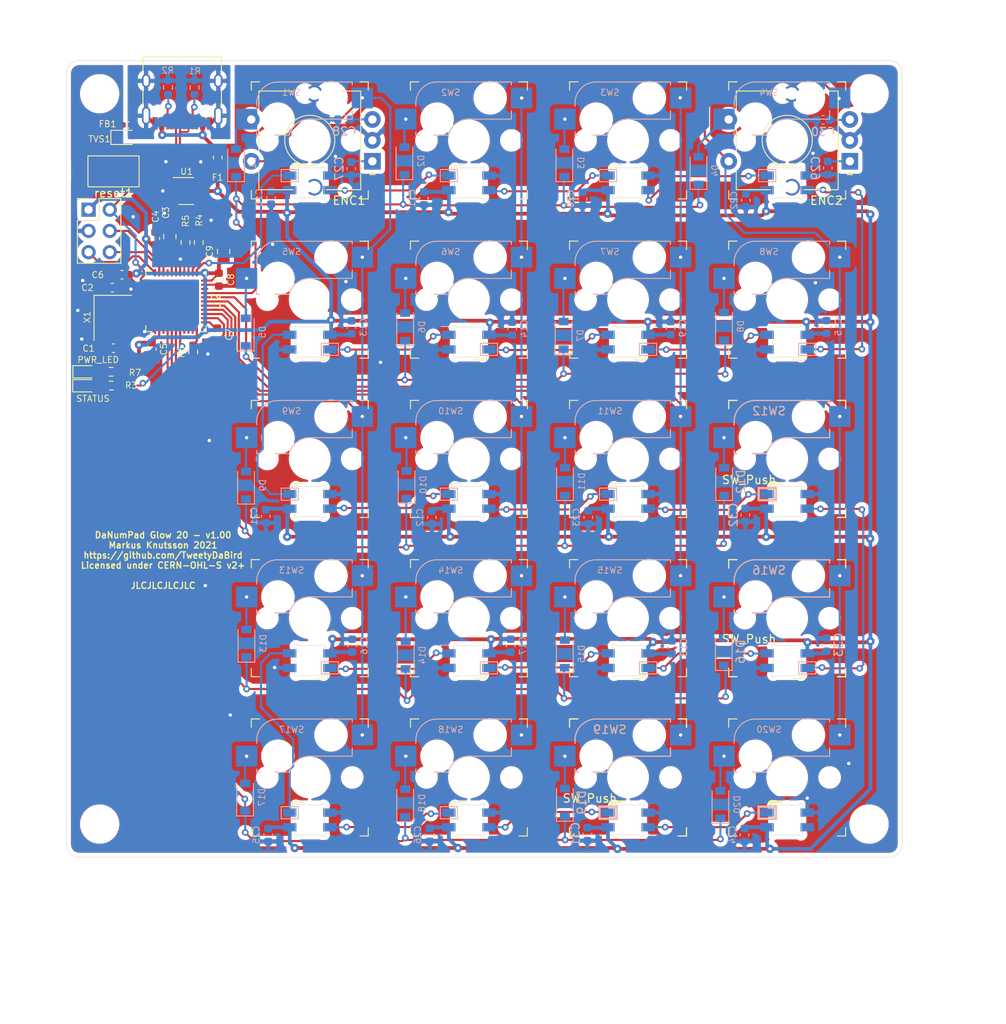
<source format=kicad_pcb>
(kicad_pcb (version 20171130) (host pcbnew "(5.1.9)-1")
  (title_block (title "DaNumPad - Glow 20") (date 2021-09-09) (rev v1.00) (company "Markus Knutsson <markus.knutsson@tweety.se>") (comment 1 https://github.com/TweetyDaBird) (comment 2 "Licensed under CERN-OHL-S v2 or superseding version"))
  (layers (0 F.Cu signal) (31 B.Cu signal) (34 B.Paste user hide) (35 F.Paste user hide) (36 B.SilkS user) (37 F.SilkS user) (38 B.Mask user hide) (39 F.Mask user hide) (44 Edge.Cuts user))
  (net 0 "")
  (net 1 GND)
  (net 2 GNDPWR)
  (net 3 "Net-(J1-PadA5)")
  (net 4 D-)
  (net 5 D+)
  (net 6 "Net-(J1-PadB5)")
  (net 7 RESET)
  (net 8 VCC)
  (net 9 Col_3)
  (net 10 Col_2)
  (net 11 Col_1)
  (net 12 Col_0)
  (net 13 Row_4)
  (net 14 Row_3)
  (net 15 Row_2)
  (net 16 Row_1)
  (net 17 Row_0)
  (net 18 "Net-(D6-Pad2)")
  (net 19 "Net-(D7-Pad2)")
  (net 20 "Net-(D9-Pad2)")
  (net 21 "Net-(D10-Pad2)")
  (net 22 "Net-(D11-Pad2)")
  (net 23 "Net-(D13-Pad2)")
  (net 24 "Net-(D14-Pad2)")
  (net 25 "Net-(D15-Pad2)")
  (net 26 "Net-(D2-Pad2)")
  (net 27 "Net-(D3-Pad2)")
  (net 28 "Net-(D5-Pad2)")
  (net 29 /XTAL1)
  (net 30 /XTAL2)
  (net 31 /UCAP)
  (net 32 MOSI)
  (net 33 MISO)
  (net 34 SCK)
  (net 35 /DD+)
  (net 36 /DD-)
  (net 37 /BOOT)
  (net 38 /LED)
  (net 39 "Net-(RGB1-Pad1)")
  (net 40 "Net-(RGB2-Pad1)")
  (net 41 "Net-(RGB3-Pad1)")
  (net 42 "Net-(RGB4-Pad1)")
  (net 43 "Net-(RGB5-Pad1)")
  (net 44 "Net-(RGB5-Pad3)")
  (net 45 "Net-(RGB6-Pad3)")
  (net 46 "Net-(RGB7-Pad3)")
  (net 47 "Net-(RGB10-Pad3)")
  (net 48 "Net-(RGB10-Pad1)")
  (net 49 "Net-(RGB11-Pad1)")
  (net 50 "Net-(RGB13-Pad3)")
  (net 51 "Net-(RGB14-Pad3)")
  (net 52 "Net-(D12-Pad2)")
  (net 53 /VBUS)
  (net 54 "Net-(D8-Pad2)")
  (net 55 "Net-(D16-Pad2)")
  (net 56 "Net-(LED_1-Pad2)")
  (net 57 "Net-(LED_2-Pad2)")
  (net 58 RGB)
  (net 59 "Net-(RGB12-Pad1)")
  (net 60 Enc_0_A)
  (net 61 Enc_0_B)
  (net 62 Enc_1_A)
  (net 63 Enc_1_B)
  (net 64 Enc_0)
  (net 65 Enc_1)
  (net 66 Alt_0)
  (net 67 "Net-(D18-Pad2)")
  (net 68 "Net-(D19-Pad2)")
  (net 69 "Net-(D20-Pad2)")
  (net 70 "Net-(RGB17-Pad1)")
  (net 71 "Net-(RGB13-Pad1)")
  (net 72 "Net-(RGB15-Pad3)")
  (net 73 "Net-(RGB18-Pad1)")
  (net 74 "Net-(RGB19-Pad1)")
  (module "Keyboard Library:RotaryEncoder_Alps_EC11E-Switch_Vertical_H20mm" (layer F.Cu) (at 66.5 49.25 180)
    (fp_text reference ENC1 (at -4.7 -7.2) (layer F.SilkS))
    (fp_text value Rotary_Encoder_Switch_GND)
    (pad MP2 thru_hole circle (at -0.54 5.6 180) (size 2 2) (drill 1.5) (layers *.Cu *.Mask) (net 1 GND))
    (pad "" np_thru_hole circle (at 0.54 5.6 180) (size 1.5 1.5) (drill 1.5) (layers *.Cu *.Mask))
    (pad "" np_thru_hole circle (at 0.54 -5.6 180) (size 1.5 1.5) (drill 1.5) (layers *.Cu *.Mask))
    (pad A thru_hole rect (at -7.5 -2.5 180) (size 2 2) (drill 1) (layers *.Cu *.Mask) (net 60 Enc_0_A))
    (pad C thru_hole circle (at -7.5 0 180) (size 2 2) (drill 1) (layers *.Cu *.Mask) (net 1 GND))
    (pad B thru_hole circle (at -7.5 2.5 180) (size 2 2) (drill 1) (layers *.Cu *.Mask) (net 61 Enc_0_B))
    (pad S2 thru_hole circle (at 7 -2.5 180) (size 2 2) (drill 1) (layers *.Cu *.Mask) (net 12 Col_0))
    (pad S1 thru_hole circle (at 7 2.5 180) (size 2 2) (drill 1) (layers *.Cu *.Mask) (net 64 Enc_0))
    (pad MP1 thru_hole circle (at -0.54 -5.6 180) (size 2 2) (drill 1.5) (layers *.Cu *.Mask))
  )
  (module "Keyboard Library:RotaryEncoder_Alps_EC11E-Switch_Vertical_H20mm" (layer F.Cu) (at 123.65 49.25 180)
    (fp_text reference ENC2 (at -4.7 -7.2) (layer F.SilkS))
    (fp_text value Rotary_Encoder_Switch_GND)
    (pad MP2 thru_hole circle (at -0.54 5.6 180) (size 2 2) (drill 1.5) (layers *.Cu *.Mask) (net 1 GND))
    (pad "" np_thru_hole circle (at 0.54 5.6 180) (size 1.5 1.5) (drill 1.5) (layers *.Cu *.Mask))
    (pad "" np_thru_hole circle (at 0.54 -5.6 180) (size 1.5 1.5) (drill 1.5) (layers *.Cu *.Mask))
    (pad A thru_hole rect (at -7.5 -2.5 180) (size 2 2) (drill 1) (layers *.Cu *.Mask) (net 62 Enc_1_A))
    (pad C thru_hole circle (at -7.5 0 180) (size 2 2) (drill 1) (layers *.Cu *.Mask) (net 1 GND))
    (pad B thru_hole circle (at -7.5 2.5 180) (size 2 2) (drill 1) (layers *.Cu *.Mask) (net 63 Enc_1_B))
    (pad S2 thru_hole circle (at 7 -2.5 180) (size 2 2) (drill 1) (layers *.Cu *.Mask) (net 9 Col_3))
    (pad S1 thru_hole circle (at 7 2.5 180) (size 2 2) (drill 1) (layers *.Cu *.Mask) (net 65 Enc_1))
    (pad MP1 thru_hole circle (at -0.54 -5.6 180) (size 2 2) (drill 1.5) (layers *.Cu *.Mask))
  )
  (module "Keyboard Library:SK6812MINI_Midmount" (layer F.Cu) (at 123.65 130.53)
    (fp_text reference RGB20 hide)
    (fp_text value SK6812mini hide)
    (fp_line (start 1.43 1.8) (end -1.47 1.8) (layer Edge.Cuts) (width 0.05))
    (fp_line (start -1.45 -1.802091) (end 1.446197 -1.802091) (layer Edge.Cuts) (width 0.05))
    (fp_line (start 1.75 -1.48) (end 1.75083 1.494748) (layer Edge.Cuts) (width 0.05))
    (fp_line (start -1.749731 -1.483559) (end -1.749612 1.50405) (layer Edge.Cuts) (width 0.05))
    (fp_arc (start -1.65 1.69) (end -1.47 1.8) (angle 210.3927812) (layer Edge.Cuts) (width 0.05))
    (fp_arc (start 1.65 1.71) (end 1.43 1.8) (angle -222.651283) (layer Edge.Cuts) (width 0.05))
    (fp_arc (start 1.65 -1.69) (end 1.75 -1.48) (angle -215.7260015) (layer Edge.Cuts) (width 0.05))
    (fp_arc (start -1.65 -1.69) (end -1.45 -1.802091) (angle -214.9463081) (layer Edge.Cuts) (width 0.05))
    (pad 1 smd rect (at 2.4 0.875) (size 1.6 1) (layers B.Cu B.Paste B.Mask))
    (pad 2 smd rect (at 2.4 -0.875) (size 1.6 1) (layers B.Cu B.Paste B.Mask) (net 1 GND))
    (pad 3 smd rect (at -2.4 -0.875) (size 1.6 1) (layers B.Cu B.Paste B.Mask) (net 74 "Net-(RGB19-Pad1)"))
    (pad 4 smd rect (at -2.4 0.875) (size 1.6 1) (layers B.Cu B.Paste B.Mask) (net 8 VCC))
  )
  (module "Keyboard Library:SK6812MINI_Midmount" (layer F.Cu) (at 104.6 130.53)
    (fp_text reference RGB19 hide)
    (fp_text value SK6812mini hide)
    (fp_line (start 1.43 1.8) (end -1.47 1.8) (layer Edge.Cuts) (width 0.05))
    (fp_line (start -1.45 -1.802091) (end 1.446197 -1.802091) (layer Edge.Cuts) (width 0.05))
    (fp_line (start 1.75 -1.48) (end 1.75083 1.494748) (layer Edge.Cuts) (width 0.05))
    (fp_line (start -1.749731 -1.483559) (end -1.749612 1.50405) (layer Edge.Cuts) (width 0.05))
    (fp_arc (start -1.65 1.69) (end -1.47 1.8) (angle 210.3927812) (layer Edge.Cuts) (width 0.05))
    (fp_arc (start 1.65 1.71) (end 1.43 1.8) (angle -222.651283) (layer Edge.Cuts) (width 0.05))
    (fp_arc (start 1.65 -1.69) (end 1.75 -1.48) (angle -215.7260015) (layer Edge.Cuts) (width 0.05))
    (fp_arc (start -1.65 -1.69) (end -1.45 -1.802091) (angle -214.9463081) (layer Edge.Cuts) (width 0.05))
    (pad 1 smd rect (at 2.4 0.875) (size 1.6 1) (layers B.Cu B.Paste B.Mask) (net 74 "Net-(RGB19-Pad1)"))
    (pad 2 smd rect (at 2.4 -0.875) (size 1.6 1) (layers B.Cu B.Paste B.Mask) (net 1 GND))
    (pad 3 smd rect (at -2.4 -0.875) (size 1.6 1) (layers B.Cu B.Paste B.Mask) (net 73 "Net-(RGB18-Pad1)"))
    (pad 4 smd rect (at -2.4 0.875) (size 1.6 1) (layers B.Cu B.Paste B.Mask) (net 8 VCC))
  )
  (module "Keyboard Library:SK6812MINI_Midmount" (layer F.Cu) (at 123.65 92.43)
    (fp_text reference RGB12 hide)
    (fp_text value SK6812mini hide)
    (fp_line (start 1.43 1.8) (end -1.47 1.8) (layer Edge.Cuts) (width 0.05))
    (fp_line (start -1.45 -1.802091) (end 1.446197 -1.802091) (layer Edge.Cuts) (width 0.05))
    (fp_line (start 1.75 -1.48) (end 1.75083 1.494748) (layer Edge.Cuts) (width 0.05))
    (fp_line (start -1.749731 -1.483559) (end -1.749612 1.50405) (layer Edge.Cuts) (width 0.05))
    (fp_arc (start -1.65 1.69) (end -1.47 1.8) (angle 210.3927812) (layer Edge.Cuts) (width 0.05))
    (fp_arc (start 1.65 1.71) (end 1.43 1.8) (angle -222.651283) (layer Edge.Cuts) (width 0.05))
    (fp_arc (start 1.65 -1.69) (end 1.75 -1.48) (angle -215.7260015) (layer Edge.Cuts) (width 0.05))
    (fp_arc (start -1.65 -1.69) (end -1.45 -1.802091) (angle -214.9463081) (layer Edge.Cuts) (width 0.05))
    (pad 1 smd rect (at 2.4 0.875) (size 1.6 1) (layers B.Cu B.Paste B.Mask) (net 59 "Net-(RGB12-Pad1)"))
    (pad 2 smd rect (at 2.4 -0.875) (size 1.6 1) (layers B.Cu B.Paste B.Mask) (net 1 GND))
    (pad 3 smd rect (at -2.4 -0.875) (size 1.6 1) (layers B.Cu B.Paste B.Mask) (net 49 "Net-(RGB11-Pad1)"))
    (pad 4 smd rect (at -2.4 0.875) (size 1.6 1) (layers B.Cu B.Paste B.Mask) (net 8 VCC))
  )
  (module Capacitor_SMD:C_0603_1608Metric (layer B.Cu) (at 128.37 109.585 90)
    (fp_text reference C33 (at 0 1.43 90) (layer B.SilkS) (effects (justify mirror)))
    (fp_text value 100nF)
    (pad 2 smd roundrect (at 0.775 0 90) (size 0.9 0.95) (layers B.Cu B.Paste B.Mask) (net 1 GND))
    (pad 1 smd roundrect (at -0.775 0 90) (size 0.9 0.95) (layers B.Cu B.Paste B.Mask) (net 8 VCC))
  )
  (module Capacitor_SMD:C_0603_1608Metric (layer B.Cu) (at 118.64 94.05 270)
    (fp_text reference C32 (at 0 1.43 90) (layer B.SilkS) (effects (justify mirror)))
    (fp_text value 100nF)
    (pad 2 smd roundrect (at 0.775 0 270) (size 0.9 0.95) (layers B.Cu B.Paste B.Mask) (net 1 GND))
    (pad 1 smd roundrect (at -0.775 0 270) (size 0.9 0.95) (layers B.Cu B.Paste B.Mask) (net 8 VCC))
  )
  (module Capacitor_SMD:C_0603_1608Metric (layer B.Cu) (at 99.73 132.23 270)
    (fp_text reference C31 (at 0 1.43 90) (layer B.SilkS) (effects (justify mirror)))
    (fp_text value 100nF)
    (pad 2 smd roundrect (at 0.775 0 270) (size 0.9 0.95) (layers B.Cu B.Paste B.Mask) (net 1 GND))
    (pad 1 smd roundrect (at -0.775 0 270) (size 0.9 0.95) (layers B.Cu B.Paste B.Mask) (net 8 VCC))
  )
  (module keyswitches:Kailh_socket_MX_RGB (layer F.Cu) (at 123.65 87.35)
    (fp_text reference SW12 (at -2.175 -5.725) (layer B.SilkS) (effects (justify mirror)))
    (fp_text value SW_Push (at -4.575 2.5) (layer F.SilkS))
    (pad 2 smd rect (at -7.56 -2.54) (size 2.55 2.5) (layers B.Cu B.Paste B.Mask) (net 52 "Net-(D12-Pad2)"))
    (pad "" np_thru_hole circle (at -5.08 0) (size 1.7018 1.7018) (drill 1.7018) (layers *.Cu *.Mask))
    (pad "" np_thru_hole circle (at 5.08 0) (size 1.7018 1.7018) (drill 1.7018) (layers *.Cu *.Mask))
    (pad "" np_thru_hole circle (at 0 0) (size 3.9878 3.9878) (drill 3.9878) (layers *.Cu *.Mask))
    (pad "" np_thru_hole circle (at -3.81 -2.54) (size 3 3) (drill 3) (layers *.Cu *.Mask))
    (pad "" np_thru_hole circle (at 2.54 -5.08) (size 3 3) (drill 3) (layers *.Cu *.Mask))
    (pad 1 smd rect (at 6.29 -5.08) (size 2.55 2.5) (layers B.Cu B.Paste B.Mask) (net 9 Col_3))
  )
  (module "Keyboard Library:SW_SPST_CK_RS282G05A3" (layer F.Cu) (at 43.01 52.96 180)
    (fp_text reference reset1 (at 0 -2.6) (layer F.SilkS))
    (fp_text value TS-A002)
    (pad 3 smd rect (at 0 -1.3 180) (size 1.5 1.5) (layers F.Cu F.Paste F.Mask))
    (pad 3 smd rect (at 0 1.3 180) (size 1.5 1.5) (layers F.Cu F.Paste F.Mask))
    (pad 2 smd rect (at 3.9 0 180) (size 1.5 1.5) (layers F.Cu F.Paste F.Mask) (net 1 GND))
    (pad 1 smd rect (at -3.9 0 180) (size 1.5 1.5) (layers F.Cu F.Paste F.Mask) (net 7 RESET))
  )
  (module Diode_SMD:D_SOD-123 (layer B.Cu) (at 116.1 90.07 90)
    (fp_text reference D12 (at 0 2 90) (layer B.SilkS) (effects (justify mirror)))
    (fp_text value 1N4148W)
    (pad 2 smd rect (at 1.65 0 90) (size 0.9 1.2) (layers B.Cu B.Paste B.Mask) (net 52 "Net-(D12-Pad2)"))
    (pad 1 smd rect (at -1.65 0 90) (size 0.9 1.2) (layers B.Cu B.Paste B.Mask) (net 15 Row_2))
  )
  (module Package_DFN_QFN:QFN-44-1EP_7x7mm_P0.5mm_EP5.15x5.15mm (layer F.Cu) (at 50.4825 68.5165 270)
    (fp_text reference U2 (at 0 -4.82 90) (layer F.SilkS))
    (fp_text value ATmega32U4)
    (pad 45 smd rect (at 0 0 270) (size 5.15 5.15) (layers F.Cu F.Mask))
    (pad 44 smd roundrect (at -2.5 -3.4375 270) (size 0.25 0.875) (layers F.Cu F.Paste F.Mask) (net 8 VCC))
    (pad 43 smd roundrect (at -2 -3.4375 270) (size 0.25 0.875) (layers F.Cu F.Paste F.Mask) (net 1 GND))
    (pad 42 smd roundrect (at -1.5 -3.4375 270) (size 0.25 0.875) (layers F.Cu F.Paste F.Mask))
    (pad 41 smd roundrect (at -1 -3.4375 270) (size 0.25 0.875) (layers F.Cu F.Paste F.Mask) (net 17 Row_0))
    (pad 40 smd roundrect (at -0.5 -3.4375 270) (size 0.25 0.875) (layers F.Cu F.Paste F.Mask) (net 16 Row_1))
    (pad 39 smd roundrect (at 0 -3.4375 270) (size 0.25 0.875) (layers F.Cu F.Paste F.Mask) (net 9 Col_3))
    (pad 38 smd roundrect (at 0.5 -3.4375 270) (size 0.25 0.875) (layers F.Cu F.Paste F.Mask) (net 10 Col_2))
    (pad 37 smd roundrect (at 1 -3.4375 270) (size 0.25 0.875) (layers F.Cu F.Paste F.Mask) (net 11 Col_1))
    (pad 36 smd roundrect (at 1.5 -3.4375 270) (size 0.25 0.875) (layers F.Cu F.Paste F.Mask) (net 12 Col_0))
    (pad 35 smd roundrect (at 2 -3.4375 270) (size 0.25 0.875) (layers F.Cu F.Paste F.Mask) (net 1 GND))
    (pad 34 smd roundrect (at 2.5 -3.4375 270) (size 0.25 0.875) (layers F.Cu F.Paste F.Mask) (net 8 VCC))
    (pad 33 smd roundrect (at 3.4375 -2.5 270) (size 0.875 0.25) (layers F.Cu F.Paste F.Mask) (net 37 /BOOT))
    (pad 32 smd roundrect (at 3.4375 -2 270) (size 0.875 0.25) (layers F.Cu F.Paste F.Mask))
    (pad 31 smd roundrect (at 3.4375 -1.5 270) (size 0.875 0.25) (layers F.Cu F.Paste F.Mask))
    (pad 30 smd roundrect (at 3.4375 -1 270) (size 0.875 0.25) (layers F.Cu F.Paste F.Mask))
    (pad 29 smd roundrect (at 3.4375 -0.5 270) (size 0.875 0.25) (layers F.Cu F.Paste F.Mask) (net 38 /LED))
    (pad 28 smd roundrect (at 3.4375 0 270) (size 0.875 0.25) (layers F.Cu F.Paste F.Mask) (net 15 Row_2))
    (pad 27 smd roundrect (at 3.4375 0.5 270) (size 0.875 0.25) (layers F.Cu F.Paste F.Mask) (net 14 Row_3))
    (pad 26 smd roundrect (at 3.4375 1 270) (size 0.875 0.25) (layers F.Cu F.Paste F.Mask) (net 13 Row_4))
    (pad 25 smd roundrect (at 3.4375 1.5 270) (size 0.875 0.25) (layers F.Cu F.Paste F.Mask))
    (pad 24 smd roundrect (at 3.4375 2 270) (size 0.875 0.25) (layers F.Cu F.Paste F.Mask) (net 8 VCC))
    (pad 23 smd roundrect (at 3.4375 2.5 270) (size 0.875 0.25) (layers F.Cu F.Paste F.Mask) (net 1 GND))
    (pad 22 smd roundrect (at 2.5 3.4375 270) (size 0.25 0.875) (layers F.Cu F.Paste F.Mask))
    (pad 21 smd roundrect (at 2 3.4375 270) (size 0.25 0.875) (layers F.Cu F.Paste F.Mask))
    (pad 20 smd roundrect (at 1.5 3.4375 270) (size 0.25 0.875) (layers F.Cu F.Paste F.Mask))
    (pad 19 smd roundrect (at 1 3.4375 270) (size 0.25 0.875) (layers F.Cu F.Paste F.Mask))
    (pad 18 smd roundrect (at 0.5 3.4375 270) (size 0.25 0.875) (layers F.Cu F.Paste F.Mask))
    (pad 17 smd roundrect (at 0 3.4375 270) (size 0.25 0.875) (layers F.Cu F.Paste F.Mask) (net 29 /XTAL1))
    (pad 16 smd roundrect (at -0.5 3.4375 270) (size 0.25 0.875) (layers F.Cu F.Paste F.Mask) (net 30 /XTAL2))
    (pad 15 smd roundrect (at -1 3.4375 270) (size 0.25 0.875) (layers F.Cu F.Paste F.Mask) (net 1 GND))
    (pad 14 smd roundrect (at -1.5 3.4375 270) (size 0.25 0.875) (layers F.Cu F.Paste F.Mask) (net 8 VCC))
    (pad 13 smd roundrect (at -2 3.4375 270) (size 0.25 0.875) (layers F.Cu F.Paste F.Mask) (net 7 RESET))
    (pad 12 smd roundrect (at -2.5 3.4375 270) (size 0.25 0.875) (layers F.Cu F.Paste F.Mask))
    (pad 11 smd roundrect (at -3.4375 2.5 270) (size 0.875 0.25) (layers F.Cu F.Paste F.Mask) (net 33 MISO))
    (pad 10 smd roundrect (at -3.4375 2 270) (size 0.875 0.25) (layers F.Cu F.Paste F.Mask) (net 32 MOSI))
    (pad 9 smd roundrect (at -3.4375 1.5 270) (size 0.875 0.25) (layers F.Cu F.Paste F.Mask) (net 34 SCK))
    (pad 8 smd roundrect (at -3.4375 1 270) (size 0.875 0.25) (layers F.Cu F.Paste F.Mask))
    (pad 7 smd roundrect (at -3.4375 0.5 270) (size 0.875 0.25) (layers F.Cu F.Paste F.Mask) (net 8 VCC))
    (pad 6 smd roundrect (at -3.4375 0 270) (size 0.875 0.25) (layers F.Cu F.Paste F.Mask) (net 31 /UCAP))
    (pad 5 smd roundrect (at -3.4375 -0.5 270) (size 0.875 0.25) (layers F.Cu F.Paste F.Mask) (net 1 GND))
    (pad 4 smd roundrect (at -3.4375 -1 270) (size 0.875 0.25) (layers F.Cu F.Paste F.Mask) (net 35 /DD+))
    (pad 3 smd roundrect (at -3.4375 -1.5 270) (size 0.875 0.25) (layers F.Cu F.Paste F.Mask) (net 36 /DD-))
    (pad 2 smd roundrect (at -3.4375 -2 270) (size 0.875 0.25) (layers F.Cu F.Paste F.Mask) (net 8 VCC))
    (pad 1 smd roundrect (at -3.4375 -2.5 270) (size 0.875 0.25) (layers F.Cu F.Paste F.Mask) (net 58 RGB))
  )
  (module keyswitches:Kailh_socket_MX_RGB (layer F.Cu) (at 123.65 106.4)
    (fp_text reference SW16 (at -2.175 -5.725) (layer B.SilkS) (effects (justify mirror)))
    (fp_text value SW_Push (at -4.575 2.5) (layer F.SilkS))
    (pad 2 smd rect (at -7.56 -2.54) (size 2.55 2.5) (layers B.Cu B.Paste B.Mask) (net 55 "Net-(D16-Pad2)"))
    (pad "" np_thru_hole circle (at -5.08 0) (size 1.7018 1.7018) (drill 1.7018) (layers *.Cu *.Mask))
    (pad "" np_thru_hole circle (at 5.08 0) (size 1.7018 1.7018) (drill 1.7018) (layers *.Cu *.Mask))
    (pad "" np_thru_hole circle (at 0 0) (size 3.9878 3.9878) (drill 3.9878) (layers *.Cu *.Mask))
    (pad "" np_thru_hole circle (at -3.81 -2.54) (size 3 3) (drill 3) (layers *.Cu *.Mask))
    (pad "" np_thru_hole circle (at 2.54 -5.08) (size 3 3) (drill 3) (layers *.Cu *.Mask))
    (pad 1 smd rect (at 6.29 -5.08) (size 2.55 2.5) (layers B.Cu B.Paste B.Mask) (net 9 Col_3))
  )
  (module keyswitches:Kailh_socket_MX_RGB (layer F.Cu) (at 104.6 125.45)
    (fp_text reference SW19 (at -2.175 -5.725) (layer B.SilkS) (effects (justify mirror)))
    (fp_text value SW_Push (at -4.575 2.5) (layer F.SilkS))
    (pad 2 smd rect (at -7.56 -2.54) (size 2.55 2.5) (layers B.Cu B.Paste B.Mask) (net 68 "Net-(D19-Pad2)"))
    (pad "" np_thru_hole circle (at -5.08 0) (size 1.7018 1.7018) (drill 1.7018) (layers *.Cu *.Mask))
    (pad "" np_thru_hole circle (at 5.08 0) (size 1.7018 1.7018) (drill 1.7018) (layers *.Cu *.Mask))
    (pad "" np_thru_hole circle (at 0 0) (size 3.9878 3.9878) (drill 3.9878) (layers *.Cu *.Mask))
    (pad "" np_thru_hole circle (at -3.81 -2.54) (size 3 3) (drill 3) (layers *.Cu *.Mask))
    (pad "" np_thru_hole circle (at 2.54 -5.08) (size 3 3) (drill 3) (layers *.Cu *.Mask))
    (pad 1 smd rect (at 6.29 -5.08) (size 2.55 2.5) (layers B.Cu B.Paste B.Mask) (net 10 Col_2))
  )
  (module Diode_SMD:D_SOD-123 (layer B.Cu) (at 97.04 128.43 90)
    (fp_text reference D19 (at 0 2 90) (layer B.SilkS) (effects (justify mirror)))
    (fp_text value 1N4148W)
    (pad 2 smd rect (at 1.65 0 90) (size 0.9 1.2) (layers B.Cu B.Paste B.Mask) (net 68 "Net-(D19-Pad2)"))
    (pad 1 smd rect (at -1.65 0 90) (size 0.9 1.2) (layers B.Cu B.Paste B.Mask) (net 13 Row_4))
  )
  (module Diode_SMD:D_SOD-123 (layer B.Cu) (at 116.06 110.4 90)
    (fp_text reference D16 (at 0 2 90) (layer B.SilkS) (effects (justify mirror)))
    (fp_text value 1N4148W)
    (pad 2 smd rect (at 1.65 0 90) (size 0.9 1.2) (layers B.Cu B.Paste B.Mask) (net 55 "Net-(D16-Pad2)"))
    (pad 1 smd rect (at -1.65 0 90) (size 0.9 1.2) (layers B.Cu B.Paste B.Mask) (net 14 Row_3))
  )
  (module Capacitor_SMD:C_0603_1608Metric (layer B.Cu) (at 127.94 46.8)
    (fp_text reference C30 (at 0 1.43) (layer B.SilkS) (effects (justify mirror)))
    (fp_text value 100nF)
    (pad 2 smd roundrect (at 0.775 0) (size 0.9 0.95) (layers B.Cu B.Paste B.Mask) (net 63 Enc_1_B))
    (pad 1 smd roundrect (at -0.775 0) (size 0.9 0.95) (layers B.Cu B.Paste B.Mask) (net 1 GND))
  )
  (module Capacitor_SMD:C_0603_1608Metric (layer B.Cu) (at 128.51 52.56 270)
    (fp_text reference C29 (at 0 1.43 90) (layer B.SilkS) (effects (justify mirror)))
    (fp_text value 100nF)
    (pad 2 smd roundrect (at 0.775 0 270) (size 0.9 0.95) (layers B.Cu B.Paste B.Mask) (net 1 GND))
    (pad 1 smd roundrect (at -0.775 0 270) (size 0.9 0.95) (layers B.Cu B.Paste B.Mask) (net 62 Enc_1_A))
  )
  (module Capacitor_SMD:C_0603_1608Metric (layer B.Cu) (at 70.63 46.74)
    (fp_text reference C28 (at 0 1.43 180) (layer B.SilkS) (effects (justify mirror)))
    (fp_text value 100nF)
    (pad 2 smd roundrect (at 0.775 0) (size 0.9 0.95) (layers B.Cu B.Paste B.Mask) (net 61 Enc_0_B))
    (pad 1 smd roundrect (at -0.775 0) (size 0.9 0.95) (layers B.Cu B.Paste B.Mask) (net 1 GND))
  )
  (module Capacitor_SMD:C_0603_1608Metric (layer B.Cu) (at 71.45 52.63 270)
    (fp_text reference C27 (at 0 1.43 90) (layer B.SilkS) (effects (justify mirror)))
    (fp_text value 100nF)
    (pad 2 smd roundrect (at 0.775 0 270) (size 0.9 0.95) (layers B.Cu B.Paste B.Mask) (net 1 GND))
    (pad 1 smd roundrect (at -0.775 0 270) (size 0.9 0.95) (layers B.Cu B.Paste B.Mask) (net 60 Enc_0_A))
  )
  (module Capacitor_SMD:C_0805_2012Metric (layer F.Cu) (at 56.19 62.54 90)
    (fp_text reference C9 (at 0 -1.68 90) (layer F.SilkS) (effects (font (size 0.75 0.75) (thickness 0.1))))
    (fp_text value 4.7uF)
    (pad 2 smd roundrect (at 0.95 0 90) (size 1 1.45) (layers F.Cu F.Paste F.Mask) (net 1 GND))
    (pad 1 smd roundrect (at -0.95 0 90) (size 1 1.45) (layers F.Cu F.Paste F.Mask) (net 8 VCC))
  )
  (module LED_SMD:LED_0603_1608Metric (layer F.Cu) (at 39.62 78.6)
    (fp_text reference LED_1 hide)
    (fp_text value STATUS_LED)
    (fp_text user STATUS (at 0.93 1.54) (layer F.SilkS) (effects (font (size 0.75 0.75) (thickness 0.1))))
    (pad 2 smd roundrect (at 0.7875 0) (size 0.875 0.95) (layers F.Cu F.Paste F.Mask) (net 56 "Net-(LED_1-Pad2)"))
    (pad 1 smd roundrect (at -0.7875 0) (size 0.875 0.95) (layers F.Cu F.Paste F.Mask) (net 1 GND))
  )
  (module Connector_PinHeader_2.54mm:PinHeader_2x03_P2.54mm_Vertical (layer F.Cu) (at 40.02 57.54)
    (fp_text reference J2 hide)
    (fp_text value Conn_01x06)
    (pad 6 thru_hole oval (at 2.54 5.08) (size 1.7 1.7) (drill 1) (layers *.Cu *.Mask) (net 32 MOSI))
    (pad 5 thru_hole oval (at 0 5.08) (size 1.7 1.7) (drill 1) (layers *.Cu *.Mask) (net 33 MISO))
    (pad 4 thru_hole oval (at 2.54 2.54) (size 1.7 1.7) (drill 1) (layers *.Cu *.Mask) (net 34 SCK))
    (pad 3 thru_hole oval (at 0 2.54) (size 1.7 1.7) (drill 1) (layers *.Cu *.Mask) (net 1 GND))
    (pad 2 thru_hole oval (at 2.54 0) (size 1.7 1.7) (drill 1) (layers *.Cu *.Mask) (net 7 RESET))
    (pad 1 thru_hole rect (at 0 0) (size 1.7 1.7) (drill 1) (layers *.Cu *.Mask) (net 8 VCC))
  )
  (module Diode_SMD:D_SOD-123 (layer B.Cu) (at 58.87 90.5 90)
    (fp_text reference D9 (at 0 2 270) (layer B.SilkS) (effects (font (size 0.75 0.75) (thickness 0.1)) (justify mirror)))
    (fp_text value 1N4148W)
    (pad 2 smd rect (at 1.65 0 90) (size 0.9 1.2) (layers B.Cu B.Paste B.Mask) (net 20 "Net-(D9-Pad2)"))
    (pad 1 smd rect (at -1.65 0 90) (size 0.9 1.2) (layers B.Cu B.Paste B.Mask) (net 15 Row_2))
  )
  (module "Keyboard Library:SK6812MINI_Midmount" (layer F.Cu) (at 85.55 130.53)
    (fp_text reference RGB18 hide)
    (fp_text value SK6812mini hide)
    (fp_line (start 1.43 1.8) (end -1.47 1.8) (layer Edge.Cuts) (width 0.05))
    (fp_line (start -1.45 -1.802091) (end 1.446197 -1.802091) (layer Edge.Cuts) (width 0.05))
    (fp_line (start 1.75 -1.48) (end 1.75083 1.494748) (layer Edge.Cuts) (width 0.05))
    (fp_line (start -1.749731 -1.483559) (end -1.749612 1.50405) (layer Edge.Cuts) (width 0.05))
    (fp_arc (start -1.65 1.69) (end -1.47 1.8) (angle 210.3927812) (layer Edge.Cuts) (width 0.05))
    (fp_arc (start 1.65 1.71) (end 1.43 1.8) (angle -222.651283) (layer Edge.Cuts) (width 0.05))
    (fp_arc (start 1.65 -1.69) (end 1.75 -1.48) (angle -215.7260015) (layer Edge.Cuts) (width 0.05))
    (fp_arc (start -1.65 -1.69) (end -1.45 -1.802091) (angle -214.9463081) (layer Edge.Cuts) (width 0.05))
    (pad 1 smd rect (at 2.4 0.875) (size 1.6 1) (layers B.Cu B.Paste B.Mask) (net 73 "Net-(RGB18-Pad1)"))
    (pad 2 smd rect (at 2.4 -0.875) (size 1.6 1) (layers B.Cu B.Paste B.Mask) (net 1 GND))
    (pad 3 smd rect (at -2.4 -0.875) (size 1.6 1) (layers B.Cu B.Paste B.Mask) (net 70 "Net-(RGB17-Pad1)"))
    (pad 4 smd rect (at -2.4 0.875) (size 1.6 1) (layers B.Cu B.Paste B.Mask) (net 8 VCC))
  )
  (module "Keyboard Library:SK6812MINI_Midmount" (layer F.Cu) (at 66.5 130.53)
    (fp_text reference RGB17 hide)
    (fp_text value SK6812mini hide)
    (fp_line (start 1.43 1.8) (end -1.47 1.8) (layer Edge.Cuts) (width 0.05))
    (fp_line (start -1.45 -1.802091) (end 1.446197 -1.802091) (layer Edge.Cuts) (width 0.05))
    (fp_line (start 1.75 -1.48) (end 1.75083 1.494748) (layer Edge.Cuts) (width 0.05))
    (fp_line (start -1.749731 -1.483559) (end -1.749612 1.50405) (layer Edge.Cuts) (width 0.05))
    (fp_arc (start -1.65 1.69) (end -1.47 1.8) (angle 210.3927812) (layer Edge.Cuts) (width 0.05))
    (fp_arc (start 1.65 1.71) (end 1.43 1.8) (angle -222.651283) (layer Edge.Cuts) (width 0.05))
    (fp_arc (start 1.65 -1.69) (end 1.75 -1.48) (angle -215.7260015) (layer Edge.Cuts) (width 0.05))
    (fp_arc (start -1.65 -1.69) (end -1.45 -1.802091) (angle -214.9463081) (layer Edge.Cuts) (width 0.05))
    (pad 1 smd rect (at 2.4 0.875) (size 1.6 1) (layers B.Cu B.Paste B.Mask) (net 70 "Net-(RGB17-Pad1)"))
    (pad 2 smd rect (at 2.4 -0.875) (size 1.6 1) (layers B.Cu B.Paste B.Mask) (net 1 GND))
    (pad 3 smd rect (at -2.4 -0.875) (size 1.6 1) (layers B.Cu B.Paste B.Mask) (net 71 "Net-(RGB13-Pad1)"))
    (pad 4 smd rect (at -2.4 0.875) (size 1.6 1) (layers B.Cu B.Paste B.Mask) (net 8 VCC))
  )
  (module "Keyboard Library:SK6812MINI_Midmount" (layer F.Cu) (at 123.65 111.48 180)
    (fp_text reference RGB16 hide)
    (fp_text value SK6812mini hide)
    (fp_line (start 1.43 1.8) (end -1.47 1.8) (layer Edge.Cuts) (width 0.05))
    (fp_line (start -1.45 -1.802091) (end 1.446197 -1.802091) (layer Edge.Cuts) (width 0.05))
    (fp_line (start 1.75 -1.48) (end 1.75083 1.494748) (layer Edge.Cuts) (width 0.05))
    (fp_line (start -1.749731 -1.483559) (end -1.749612 1.50405) (layer Edge.Cuts) (width 0.05))
    (fp_arc (start -1.65 1.69) (end -1.47 1.8) (angle 210.3927812) (layer Edge.Cuts) (width 0.05))
    (fp_arc (start 1.65 1.71) (end 1.43 1.8) (angle -222.651283) (layer Edge.Cuts) (width 0.05))
    (fp_arc (start 1.65 -1.69) (end 1.75 -1.48) (angle -215.7260015) (layer Edge.Cuts) (width 0.05))
    (fp_arc (start -1.65 -1.69) (end -1.45 -1.802091) (angle -214.9463081) (layer Edge.Cuts) (width 0.05))
    (pad 1 smd rect (at 2.4 0.875 180) (size 1.6 1) (layers B.Cu B.Paste B.Mask) (net 72 "Net-(RGB15-Pad3)"))
    (pad 2 smd rect (at 2.4 -0.875 180) (size 1.6 1) (layers B.Cu B.Paste B.Mask) (net 1 GND))
    (pad 3 smd rect (at -2.4 -0.875 180) (size 1.6 1) (layers B.Cu B.Paste B.Mask) (net 59 "Net-(RGB12-Pad1)"))
    (pad 4 smd rect (at -2.4 0.875 180) (size 1.6 1) (layers B.Cu B.Paste B.Mask) (net 8 VCC))
  )
  (module "Keyboard Library:SK6812MINI_Midmount" (layer F.Cu) (at 104.6 111.48 180)
    (fp_text reference RGB15 hide)
    (fp_text value SK6812mini hide)
    (fp_line (start 1.43 1.8) (end -1.47 1.8) (layer Edge.Cuts) (width 0.05))
    (fp_line (start -1.45 -1.802091) (end 1.446197 -1.802091) (layer Edge.Cuts) (width 0.05))
    (fp_line (start 1.75 -1.48) (end 1.75083 1.494748) (layer Edge.Cuts) (width 0.05))
    (fp_line (start -1.749731 -1.483559) (end -1.749612 1.50405) (layer Edge.Cuts) (width 0.05))
    (fp_arc (start -1.65 1.69) (end -1.47 1.8) (angle 210.3927812) (layer Edge.Cuts) (width 0.05))
    (fp_arc (start 1.65 1.71) (end 1.43 1.8) (angle -222.651283) (layer Edge.Cuts) (width 0.05))
    (fp_arc (start 1.65 -1.69) (end 1.75 -1.48) (angle -215.7260015) (layer Edge.Cuts) (width 0.05))
    (fp_arc (start -1.65 -1.69) (end -1.45 -1.802091) (angle -214.9463081) (layer Edge.Cuts) (width 0.05))
    (pad 1 smd rect (at 2.4 0.875 180) (size 1.6 1) (layers B.Cu B.Paste B.Mask) (net 51 "Net-(RGB14-Pad3)"))
    (pad 2 smd rect (at 2.4 -0.875 180) (size 1.6 1) (layers B.Cu B.Paste B.Mask) (net 1 GND))
    (pad 3 smd rect (at -2.4 -0.875 180) (size 1.6 1) (layers B.Cu B.Paste B.Mask) (net 72 "Net-(RGB15-Pad3)"))
    (pad 4 smd rect (at -2.4 0.875 180) (size 1.6 1) (layers B.Cu B.Paste B.Mask) (net 8 VCC))
  )
  (module "Keyboard Library:SK6812MINI_Midmount" (layer F.Cu) (at 85.55 111.48 180)
    (fp_text reference RGB14 hide)
    (fp_text value SK6812mini hide)
    (fp_line (start 1.43 1.8) (end -1.47 1.8) (layer Edge.Cuts) (width 0.05))
    (fp_line (start -1.45 -1.802091) (end 1.446197 -1.802091) (layer Edge.Cuts) (width 0.05))
    (fp_line (start 1.75 -1.48) (end 1.75083 1.494748) (layer Edge.Cuts) (width 0.05))
    (fp_line (start -1.749731 -1.483559) (end -1.749612 1.50405) (layer Edge.Cuts) (width 0.05))
    (fp_arc (start -1.65 1.69) (end -1.47 1.8) (angle 210.3927812) (layer Edge.Cuts) (width 0.05))
    (fp_arc (start 1.65 1.71) (end 1.43 1.8) (angle -222.651283) (layer Edge.Cuts) (width 0.05))
    (fp_arc (start 1.65 -1.69) (end 1.75 -1.48) (angle -215.7260015) (layer Edge.Cuts) (width 0.05))
    (fp_arc (start -1.65 -1.69) (end -1.45 -1.802091) (angle -214.9463081) (layer Edge.Cuts) (width 0.05))
    (pad 1 smd rect (at 2.4 0.875 180) (size 1.6 1) (layers B.Cu B.Paste B.Mask) (net 50 "Net-(RGB13-Pad3)"))
    (pad 2 smd rect (at 2.4 -0.875 180) (size 1.6 1) (layers B.Cu B.Paste B.Mask) (net 1 GND))
    (pad 3 smd rect (at -2.4 -0.875 180) (size 1.6 1) (layers B.Cu B.Paste B.Mask) (net 51 "Net-(RGB14-Pad3)"))
    (pad 4 smd rect (at -2.4 0.875 180) (size 1.6 1) (layers B.Cu B.Paste B.Mask) (net 8 VCC))
  )
  (module "Keyboard Library:SK6812MINI_Midmount" (layer F.Cu) (at 66.5 111.48 180)
    (fp_text reference RGB13 hide)
    (fp_text value SK6812mini hide)
    (fp_line (start 1.43 1.8) (end -1.47 1.8) (layer Edge.Cuts) (width 0.05))
    (fp_line (start -1.45 -1.802091) (end 1.446197 -1.802091) (layer Edge.Cuts) (width 0.05))
    (fp_line (start 1.75 -1.48) (end 1.75083 1.494748) (layer Edge.Cuts) (width 0.05))
    (fp_line (start -1.749731 -1.483559) (end -1.749612 1.50405) (layer Edge.Cuts) (width 0.05))
    (fp_arc (start -1.65 1.69) (end -1.47 1.8) (angle 210.3927812) (layer Edge.Cuts) (width 0.05))
    (fp_arc (start 1.65 1.71) (end 1.43 1.8) (angle -222.651283) (layer Edge.Cuts) (width 0.05))
    (fp_arc (start 1.65 -1.69) (end 1.75 -1.48) (angle -215.7260015) (layer Edge.Cuts) (width 0.05))
    (fp_arc (start -1.65 -1.69) (end -1.45 -1.802091) (angle -214.9463081) (layer Edge.Cuts) (width 0.05))
    (pad 1 smd rect (at 2.4 0.875 180) (size 1.6 1) (layers B.Cu B.Paste B.Mask) (net 71 "Net-(RGB13-Pad1)"))
    (pad 2 smd rect (at 2.4 -0.875 180) (size 1.6 1) (layers B.Cu B.Paste B.Mask) (net 1 GND))
    (pad 3 smd rect (at -2.4 -0.875 180) (size 1.6 1) (layers B.Cu B.Paste B.Mask) (net 50 "Net-(RGB13-Pad3)"))
    (pad 4 smd rect (at -2.4 0.875 180) (size 1.6 1) (layers B.Cu B.Paste B.Mask) (net 8 VCC))
  )
  (module "Keyboard Library:SK6812MINI_Midmount" (layer F.Cu) (at 104.6 92.43)
    (fp_text reference RGB11 hide)
    (fp_text value SK6812mini hide)
    (fp_line (start 1.43 1.8) (end -1.47 1.8) (layer Edge.Cuts) (width 0.05))
    (fp_line (start -1.45 -1.802091) (end 1.446197 -1.802091) (layer Edge.Cuts) (width 0.05))
    (fp_line (start 1.75 -1.48) (end 1.75083 1.494748) (layer Edge.Cuts) (width 0.05))
    (fp_line (start -1.749731 -1.483559) (end -1.749612 1.50405) (layer Edge.Cuts) (width 0.05))
    (fp_arc (start -1.65 1.69) (end -1.47 1.8) (angle 210.3927812) (layer Edge.Cuts) (width 0.05))
    (fp_arc (start 1.65 1.71) (end 1.43 1.8) (angle -222.651283) (layer Edge.Cuts) (width 0.05))
    (fp_arc (start 1.65 -1.69) (end 1.75 -1.48) (angle -215.7260015) (layer Edge.Cuts) (width 0.05))
    (fp_arc (start -1.65 -1.69) (end -1.45 -1.802091) (angle -214.9463081) (layer Edge.Cuts) (width 0.05))
    (pad 1 smd rect (at 2.4 0.875) (size 1.6 1) (layers B.Cu B.Paste B.Mask) (net 49 "Net-(RGB11-Pad1)"))
    (pad 2 smd rect (at 2.4 -0.875) (size 1.6 1) (layers B.Cu B.Paste B.Mask) (net 1 GND))
    (pad 3 smd rect (at -2.4 -0.875) (size 1.6 1) (layers B.Cu B.Paste B.Mask) (net 48 "Net-(RGB10-Pad1)"))
    (pad 4 smd rect (at -2.4 0.875) (size 1.6 1) (layers B.Cu B.Paste B.Mask) (net 8 VCC))
  )
  (module "Keyboard Library:SK6812MINI_Midmount" (layer F.Cu) (at 85.55 92.43)
    (fp_text reference RGB10 hide)
    (fp_text value SK6812mini hide)
    (fp_line (start 1.43 1.8) (end -1.47 1.8) (layer Edge.Cuts) (width 0.05))
    (fp_line (start -1.45 -1.802091) (end 1.446197 -1.802091) (layer Edge.Cuts) (width 0.05))
    (fp_line (start 1.75 -1.48) (end 1.75083 1.494748) (layer Edge.Cuts) (width 0.05))
    (fp_line (start -1.749731 -1.483559) (end -1.749612 1.50405) (layer Edge.Cuts) (width 0.05))
    (fp_arc (start -1.65 1.69) (end -1.47 1.8) (angle 210.3927812) (layer Edge.Cuts) (width 0.05))
    (fp_arc (start 1.65 1.71) (end 1.43 1.8) (angle -222.651283) (layer Edge.Cuts) (width 0.05))
    (fp_arc (start 1.65 -1.69) (end 1.75 -1.48) (angle -215.7260015) (layer Edge.Cuts) (width 0.05))
    (fp_arc (start -1.65 -1.69) (end -1.45 -1.802091) (angle -214.9463081) (layer Edge.Cuts) (width 0.05))
    (pad 1 smd rect (at 2.4 0.875) (size 1.6 1) (layers B.Cu B.Paste B.Mask) (net 48 "Net-(RGB10-Pad1)"))
    (pad 2 smd rect (at 2.4 -0.875) (size 1.6 1) (layers B.Cu B.Paste B.Mask) (net 1 GND))
    (pad 3 smd rect (at -2.4 -0.875) (size 1.6 1) (layers B.Cu B.Paste B.Mask) (net 47 "Net-(RGB10-Pad3)"))
    (pad 4 smd rect (at -2.4 0.875) (size 1.6 1) (layers B.Cu B.Paste B.Mask) (net 8 VCC))
  )
  (module "Keyboard Library:SK6812MINI_Midmount" (layer F.Cu) (at 66.5 92.43)
    (fp_text reference RGB9 hide)
    (fp_text value SK6812mini hide)
    (fp_line (start 1.43 1.8) (end -1.47 1.8) (layer Edge.Cuts) (width 0.05))
    (fp_line (start -1.45 -1.802091) (end 1.446197 -1.802091) (layer Edge.Cuts) (width 0.05))
    (fp_line (start 1.75 -1.48) (end 1.75083 1.494748) (layer Edge.Cuts) (width 0.05))
    (fp_line (start -1.749731 -1.483559) (end -1.749612 1.50405) (layer Edge.Cuts) (width 0.05))
    (fp_arc (start -1.65 1.69) (end -1.47 1.8) (angle 210.3927812) (layer Edge.Cuts) (width 0.05))
    (fp_arc (start 1.65 1.71) (end 1.43 1.8) (angle -222.651283) (layer Edge.Cuts) (width 0.05))
    (fp_arc (start 1.65 -1.69) (end 1.75 -1.48) (angle -215.7260015) (layer Edge.Cuts) (width 0.05))
    (fp_arc (start -1.65 -1.69) (end -1.45 -1.802091) (angle -214.9463081) (layer Edge.Cuts) (width 0.05))
    (pad 1 smd rect (at 2.4 0.875) (size 1.6 1) (layers B.Cu B.Paste B.Mask) (net 47 "Net-(RGB10-Pad3)"))
    (pad 2 smd rect (at 2.4 -0.875) (size 1.6 1) (layers B.Cu B.Paste B.Mask) (net 1 GND))
    (pad 3 smd rect (at -2.4 -0.875) (size 1.6 1) (layers B.Cu B.Paste B.Mask) (net 43 "Net-(RGB5-Pad1)"))
    (pad 4 smd rect (at -2.4 0.875) (size 1.6 1) (layers B.Cu B.Paste B.Mask) (net 8 VCC))
  )
  (module "Keyboard Library:SK6812MINI_Midmount" (layer F.Cu) (at 123.65 73.38 180)
    (fp_text reference RGB8 hide)
    (fp_text value SK6812mini hide)
    (fp_line (start 1.43 1.8) (end -1.47 1.8) (layer Edge.Cuts) (width 0.05))
    (fp_line (start -1.45 -1.802091) (end 1.446197 -1.802091) (layer Edge.Cuts) (width 0.05))
    (fp_line (start 1.75 -1.48) (end 1.75083 1.494748) (layer Edge.Cuts) (width 0.05))
    (fp_line (start -1.749731 -1.483559) (end -1.749612 1.50405) (layer Edge.Cuts) (width 0.05))
    (fp_arc (start -1.65 1.69) (end -1.47 1.8) (angle 210.3927812) (layer Edge.Cuts) (width 0.05))
    (fp_arc (start 1.65 1.71) (end 1.43 1.8) (angle -222.651283) (layer Edge.Cuts) (width 0.05))
    (fp_arc (start 1.65 -1.69) (end 1.75 -1.48) (angle -215.7260015) (layer Edge.Cuts) (width 0.05))
    (fp_arc (start -1.65 -1.69) (end -1.45 -1.802091) (angle -214.9463081) (layer Edge.Cuts) (width 0.05))
    (pad 1 smd rect (at 2.4 0.875 180) (size 1.6 1) (layers B.Cu B.Paste B.Mask) (net 46 "Net-(RGB7-Pad3)"))
    (pad 2 smd rect (at 2.4 -0.875 180) (size 1.6 1) (layers B.Cu B.Paste B.Mask) (net 1 GND))
    (pad 3 smd rect (at -2.4 -0.875 180) (size 1.6 1) (layers B.Cu B.Paste B.Mask) (net 42 "Net-(RGB4-Pad1)"))
    (pad 4 smd rect (at -2.4 0.875 180) (size 1.6 1) (layers B.Cu B.Paste B.Mask) (net 8 VCC))
  )
  (module "Keyboard Library:SK6812MINI_Midmount" (layer F.Cu) (at 104.6 73.38 180)
    (fp_text reference RGB7 hide)
    (fp_text value SK6812mini hide)
    (fp_line (start 1.43 1.8) (end -1.47 1.8) (layer Edge.Cuts) (width 0.05))
    (fp_line (start -1.45 -1.802091) (end 1.446197 -1.802091) (layer Edge.Cuts) (width 0.05))
    (fp_line (start 1.75 -1.48) (end 1.75083 1.494748) (layer Edge.Cuts) (width 0.05))
    (fp_line (start -1.749731 -1.483559) (end -1.749612 1.50405) (layer Edge.Cuts) (width 0.05))
    (fp_arc (start -1.65 1.69) (end -1.47 1.8) (angle 210.3927812) (layer Edge.Cuts) (width 0.05))
    (fp_arc (start 1.65 1.71) (end 1.43 1.8) (angle -222.651283) (layer Edge.Cuts) (width 0.05))
    (fp_arc (start 1.65 -1.69) (end 1.75 -1.48) (angle -215.7260015) (layer Edge.Cuts) (width 0.05))
    (fp_arc (start -1.65 -1.69) (end -1.45 -1.802091) (angle -214.9463081) (layer Edge.Cuts) (width 0.05))
    (pad 1 smd rect (at 2.4 0.875 180) (size 1.6 1) (layers B.Cu B.Paste B.Mask) (net 45 "Net-(RGB6-Pad3)"))
    (pad 2 smd rect (at 2.4 -0.875 180) (size 1.6 1) (layers B.Cu B.Paste B.Mask) (net 1 GND))
    (pad 3 smd rect (at -2.4 -0.875 180) (size 1.6 1) (layers B.Cu B.Paste B.Mask) (net 46 "Net-(RGB7-Pad3)"))
    (pad 4 smd rect (at -2.4 0.875 180) (size 1.6 1) (layers B.Cu B.Paste B.Mask) (net 8 VCC))
  )
  (module "Keyboard Library:SK6812MINI_Midmount" (layer F.Cu) (at 85.55 73.38 180)
    (fp_text reference RGB6 hide)
    (fp_text value SK6812mini hide)
    (fp_line (start 1.43 1.8) (end -1.47 1.8) (layer Edge.Cuts) (width 0.05))
    (fp_line (start -1.45 -1.802091) (end 1.446197 -1.802091) (layer Edge.Cuts) (width 0.05))
    (fp_line (start 1.75 -1.48) (end 1.75083 1.494748) (layer Edge.Cuts) (width 0.05))
    (fp_line (start -1.749731 -1.483559) (end -1.749612 1.50405) (layer Edge.Cuts) (width 0.05))
    (fp_arc (start -1.65 1.69) (end -1.47 1.8) (angle 210.3927812) (layer Edge.Cuts) (width 0.05))
    (fp_arc (start 1.65 1.71) (end 1.43 1.8) (angle -222.651283) (layer Edge.Cuts) (width 0.05))
    (fp_arc (start 1.65 -1.69) (end 1.75 -1.48) (angle -215.7260015) (layer Edge.Cuts) (width 0.05))
    (fp_arc (start -1.65 -1.69) (end -1.45 -1.802091) (angle -214.9463081) (layer Edge.Cuts) (width 0.05))
    (pad 1 smd rect (at 2.4 0.875 180) (size 1.6 1) (layers B.Cu B.Paste B.Mask) (net 44 "Net-(RGB5-Pad3)"))
    (pad 2 smd rect (at 2.4 -0.875 180) (size 1.6 1) (layers B.Cu B.Paste B.Mask) (net 1 GND))
    (pad 3 smd rect (at -2.4 -0.875 180) (size 1.6 1) (layers B.Cu B.Paste B.Mask) (net 45 "Net-(RGB6-Pad3)"))
    (pad 4 smd rect (at -2.4 0.875 180) (size 1.6 1) (layers B.Cu B.Paste B.Mask) (net 8 VCC))
  )
  (module "Keyboard Library:SK6812MINI_Midmount" (layer F.Cu) (at 66.5 73.38 180)
    (fp_text reference RGB5 hide)
    (fp_text value SK6812mini hide)
    (fp_line (start 1.43 1.8) (end -1.47 1.8) (layer Edge.Cuts) (width 0.05))
    (fp_line (start -1.45 -1.802091) (end 1.446197 -1.802091) (layer Edge.Cuts) (width 0.05))
    (fp_line (start 1.75 -1.48) (end 1.75083 1.494748) (layer Edge.Cuts) (width 0.05))
    (fp_line (start -1.749731 -1.483559) (end -1.749612 1.50405) (layer Edge.Cuts) (width 0.05))
    (fp_arc (start -1.65 1.69) (end -1.47 1.8) (angle 210.3927812) (layer Edge.Cuts) (width 0.05))
    (fp_arc (start 1.65 1.71) (end 1.43 1.8) (angle -222.651283) (layer Edge.Cuts) (width 0.05))
    (fp_arc (start 1.65 -1.69) (end 1.75 -1.48) (angle -215.7260015) (layer Edge.Cuts) (width 0.05))
    (fp_arc (start -1.65 -1.69) (end -1.45 -1.802091) (angle -214.9463081) (layer Edge.Cuts) (width 0.05))
    (pad 1 smd rect (at 2.4 0.875 180) (size 1.6 1) (layers B.Cu B.Paste B.Mask) (net 43 "Net-(RGB5-Pad1)"))
    (pad 2 smd rect (at 2.4 -0.875 180) (size 1.6 1) (layers B.Cu B.Paste B.Mask) (net 1 GND))
    (pad 3 smd rect (at -2.4 -0.875 180) (size 1.6 1) (layers B.Cu B.Paste B.Mask) (net 44 "Net-(RGB5-Pad3)"))
    (pad 4 smd rect (at -2.4 0.875 180) (size 1.6 1) (layers B.Cu B.Paste B.Mask) (net 8 VCC))
  )
  (module "Keyboard Library:SK6812MINI_Midmount" (layer F.Cu) (at 123.65 54.33)
    (fp_text reference RGB4 hide)
    (fp_text value SK6812mini hide)
    (fp_line (start 1.43 1.8) (end -1.47 1.8) (layer Edge.Cuts) (width 0.05))
    (fp_line (start -1.45 -1.802091) (end 1.446197 -1.802091) (layer Edge.Cuts) (width 0.05))
    (fp_line (start 1.75 -1.48) (end 1.75083 1.494748) (layer Edge.Cuts) (width 0.05))
    (fp_line (start -1.749731 -1.483559) (end -1.749612 1.50405) (layer Edge.Cuts) (width 0.05))
    (fp_arc (start -1.65 1.69) (end -1.47 1.8) (angle 210.3927812) (layer Edge.Cuts) (width 0.05))
    (fp_arc (start 1.65 1.71) (end 1.43 1.8) (angle -222.651283) (layer Edge.Cuts) (width 0.05))
    (fp_arc (start 1.65 -1.69) (end 1.75 -1.48) (angle -215.7260015) (layer Edge.Cuts) (width 0.05))
    (fp_arc (start -1.65 -1.69) (end -1.45 -1.802091) (angle -214.9463081) (layer Edge.Cuts) (width 0.05))
    (pad 1 smd rect (at 2.4 0.875) (size 1.6 1) (layers B.Cu B.Paste B.Mask) (net 42 "Net-(RGB4-Pad1)"))
    (pad 2 smd rect (at 2.4 -0.875) (size 1.6 1) (layers B.Cu B.Paste B.Mask) (net 1 GND))
    (pad 3 smd rect (at -2.4 -0.875) (size 1.6 1) (layers B.Cu B.Paste B.Mask) (net 41 "Net-(RGB3-Pad1)"))
    (pad 4 smd rect (at -2.4 0.875) (size 1.6 1) (layers B.Cu B.Paste B.Mask) (net 8 VCC))
  )
  (module "Keyboard Library:SK6812MINI_Midmount" (layer F.Cu) (at 104.6 54.33)
    (fp_text reference RGB3 hide)
    (fp_text value SK6812mini hide)
    (fp_line (start 1.43 1.8) (end -1.47 1.8) (layer Edge.Cuts) (width 0.05))
    (fp_line (start -1.45 -1.802091) (end 1.446197 -1.802091) (layer Edge.Cuts) (width 0.05))
    (fp_line (start 1.75 -1.48) (end 1.75083 1.494748) (layer Edge.Cuts) (width 0.05))
    (fp_line (start -1.749731 -1.483559) (end -1.749612 1.50405) (layer Edge.Cuts) (width 0.05))
    (fp_arc (start -1.65 1.69) (end -1.47 1.8) (angle 210.3927812) (layer Edge.Cuts) (width 0.05))
    (fp_arc (start 1.65 1.71) (end 1.43 1.8) (angle -222.651283) (layer Edge.Cuts) (width 0.05))
    (fp_arc (start 1.65 -1.69) (end 1.75 -1.48) (angle -215.7260015) (layer Edge.Cuts) (width 0.05))
    (fp_arc (start -1.65 -1.69) (end -1.45 -1.802091) (angle -214.9463081) (layer Edge.Cuts) (width 0.05))
    (pad 1 smd rect (at 2.4 0.875) (size 1.6 1) (layers B.Cu B.Paste B.Mask) (net 41 "Net-(RGB3-Pad1)"))
    (pad 2 smd rect (at 2.4 -0.875) (size 1.6 1) (layers B.Cu B.Paste B.Mask) (net 1 GND))
    (pad 3 smd rect (at -2.4 -0.875) (size 1.6 1) (layers B.Cu B.Paste B.Mask) (net 40 "Net-(RGB2-Pad1)"))
    (pad 4 smd rect (at -2.4 0.875) (size 1.6 1) (layers B.Cu B.Paste B.Mask) (net 8 VCC))
  )
  (module "Keyboard Library:SK6812MINI_Midmount" (layer F.Cu) (at 85.55 54.33)
    (fp_text reference RGB2 hide)
    (fp_text value SK6812mini hide)
    (fp_line (start 1.43 1.8) (end -1.47 1.8) (layer Edge.Cuts) (width 0.05))
    (fp_line (start -1.45 -1.802091) (end 1.446197 -1.802091) (layer Edge.Cuts) (width 0.05))
    (fp_line (start 1.75 -1.48) (end 1.75083 1.494748) (layer Edge.Cuts) (width 0.05))
    (fp_line (start -1.749731 -1.483559) (end -1.749612 1.50405) (layer Edge.Cuts) (width 0.05))
    (fp_arc (start -1.65 1.69) (end -1.47 1.8) (angle 210.3927812) (layer Edge.Cuts) (width 0.05))
    (fp_arc (start 1.65 1.71) (end 1.43 1.8) (angle -222.651283) (layer Edge.Cuts) (width 0.05))
    (fp_arc (start 1.65 -1.69) (end 1.75 -1.48) (angle -215.7260015) (layer Edge.Cuts) (width 0.05))
    (fp_arc (start -1.65 -1.69) (end -1.45 -1.802091) (angle -214.9463081) (layer Edge.Cuts) (width 0.05))
    (pad 1 smd rect (at 2.4 0.875) (size 1.6 1) (layers B.Cu B.Paste B.Mask) (net 40 "Net-(RGB2-Pad1)"))
    (pad 2 smd rect (at 2.4 -0.875) (size 1.6 1) (layers B.Cu B.Paste B.Mask) (net 1 GND))
    (pad 3 smd rect (at -2.4 -0.875) (size 1.6 1) (layers B.Cu B.Paste B.Mask) (net 39 "Net-(RGB1-Pad1)"))
    (pad 4 smd rect (at -2.4 0.875) (size 1.6 1) (layers B.Cu B.Paste B.Mask) (net 8 VCC))
  )
  (module "Keyboard Library:SK6812MINI_Midmount" (layer F.Cu) (at 66.5 54.33)
    (fp_text reference RGB1 hide)
    (fp_text value SK6812mini hide)
    (fp_line (start 1.43 1.8) (end -1.47 1.8) (layer Edge.Cuts) (width 0.05))
    (fp_line (start -1.45 -1.802091) (end 1.446197 -1.802091) (layer Edge.Cuts) (width 0.05))
    (fp_line (start 1.75 -1.48) (end 1.75083 1.494748) (layer Edge.Cuts) (width 0.05))
    (fp_line (start -1.749731 -1.483559) (end -1.749612 1.50405) (layer Edge.Cuts) (width 0.05))
    (fp_arc (start -1.65 1.69) (end -1.47 1.8) (angle 210.3927812) (layer Edge.Cuts) (width 0.05))
    (fp_arc (start 1.65 1.71) (end 1.43 1.8) (angle -222.651283) (layer Edge.Cuts) (width 0.05))
    (fp_arc (start 1.65 -1.69) (end 1.75 -1.48) (angle -215.7260015) (layer Edge.Cuts) (width 0.05))
    (fp_arc (start -1.65 -1.69) (end -1.45 -1.802091) (angle -214.9463081) (layer Edge.Cuts) (width 0.05))
    (pad 1 smd rect (at 2.4 0.875) (size 1.6 1) (layers B.Cu B.Paste B.Mask) (net 39 "Net-(RGB1-Pad1)"))
    (pad 2 smd rect (at 2.4 -0.875) (size 1.6 1) (layers B.Cu B.Paste B.Mask) (net 1 GND))
    (pad 3 smd rect (at -2.4 -0.875) (size 1.6 1) (layers B.Cu B.Paste B.Mask) (net 58 RGB))
    (pad 4 smd rect (at -2.4 0.875) (size 1.6 1) (layers B.Cu B.Paste B.Mask) (net 8 VCC))
  )
  (module Capacitor_SMD:C_0603_1608Metric (layer B.Cu) (at 118.7 56.42 270)
    (fp_text reference C22 (at 0 1.43 90) (layer B.SilkS) (effects (font (size 0.75 0.75) (thickness 0.1)) (justify mirror)))
    (fp_text value 100nF)
    (pad 2 smd roundrect (at 0.775 0 270) (size 0.9 0.95) (layers B.Cu B.Paste B.Mask) (net 1 GND))
    (pad 1 smd roundrect (at -0.775 0 270) (size 0.9 0.95) (layers B.Cu B.Paste B.Mask) (net 8 VCC))
  )
  (module Capacitor_SMD:C_0603_1608Metric (layer B.Cu) (at 61.24 94.21 270)
    (fp_text reference C21 (at 0 1.43 90) (layer B.SilkS) (effects (font (size 0.75 0.75) (thickness 0.1)) (justify mirror)))
    (fp_text value 100nF)
    (pad 2 smd roundrect (at 0.775 0 270) (size 0.9 0.95) (layers B.Cu B.Paste B.Mask) (net 1 GND))
    (pad 1 smd roundrect (at -0.775 0 270) (size 0.9 0.95) (layers B.Cu B.Paste B.Mask) (net 8 VCC))
  )
  (module Capacitor_SMD:C_0603_1608Metric (layer B.Cu) (at 99.15 56.24 270)
    (fp_text reference C20 (at 0 1.43 90) (layer B.SilkS) (effects (font (size 0.75 0.75) (thickness 0.1)) (justify mirror)))
    (fp_text value 100nF)
    (pad 2 smd roundrect (at 0.775 0 270) (size 0.9 0.95) (layers B.Cu B.Paste B.Mask) (net 1 GND))
    (pad 1 smd roundrect (at -0.775 0 270) (size 0.9 0.95) (layers B.Cu B.Paste B.Mask) (net 8 VCC))
  )
  (module Capacitor_SMD:C_0603_1608Metric (layer B.Cu) (at 109.69 71.71 90)
    (fp_text reference C19 (at 0 1.43 90) (layer B.SilkS) (effects (font (size 0.75 0.75) (thickness 0.1)) (justify mirror)))
    (fp_text value 100nF)
    (pad 2 smd roundrect (at 0.775 0 90) (size 0.9 0.95) (layers B.Cu B.Paste B.Mask) (net 1 GND))
    (pad 1 smd roundrect (at -0.775 0 90) (size 0.9 0.95) (layers B.Cu B.Paste B.Mask) (net 8 VCC))
  )
  (module Capacitor_SMD:C_0603_1608Metric (layer B.Cu) (at 90.72 71.78 90)
    (fp_text reference C14 (at 0 1.43 90) (layer B.SilkS) (effects (font (size 0.75 0.75) (thickness 0.1)) (justify mirror)))
    (fp_text value 100nF)
    (pad 2 smd roundrect (at 0.775 0 90) (size 0.9 0.95) (layers B.Cu B.Paste B.Mask) (net 1 GND))
    (pad 1 smd roundrect (at -0.775 0 90) (size 0.9 0.95) (layers B.Cu B.Paste B.Mask) (net 8 VCC))
  )
  (module Capacitor_SMD:C_0603_1608Metric (layer B.Cu) (at 71.49 71.605 90)
    (fp_text reference C13 (at 0 1.43 90) (layer B.SilkS) (effects (font (size 0.75 0.75) (thickness 0.1)) (justify mirror)))
    (fp_text value 100nF)
    (pad 2 smd roundrect (at 0.775 0 90) (size 0.9 0.95) (layers B.Cu B.Paste B.Mask) (net 1 GND))
    (pad 1 smd roundrect (at -0.775 0 90) (size 0.9 0.95) (layers B.Cu B.Paste B.Mask) (net 8 VCC))
  )
  (module Capacitor_SMD:C_0603_1608Metric (layer B.Cu) (at 81.11 94.35 270)
    (fp_text reference C12 (at 0 1.43 90) (layer B.SilkS) (effects (font (size 0.75 0.75) (thickness 0.1)) (justify mirror)))
    (fp_text value 100nF)
    (pad 2 smd roundrect (at 0.775 0 270) (size 0.9 0.95) (layers B.Cu B.Paste B.Mask) (net 1 GND))
    (pad 1 smd roundrect (at -0.775 0 270) (size 0.9 0.95) (layers B.Cu B.Paste B.Mask) (net 8 VCC))
  )
  (module Capacitor_SMD:C_0603_1608Metric (layer B.Cu) (at 80.17 56.18 270)
    (fp_text reference C11 (at 0 1.43 90) (layer B.SilkS) (effects (font (size 0.75 0.75) (thickness 0.1)) (justify mirror)))
    (fp_text value 100nF)
    (pad 2 smd roundrect (at 0.775 0 270) (size 0.9 0.95) (layers B.Cu B.Paste B.Mask) (net 1 GND))
    (pad 1 smd roundrect (at -0.775 0 270) (size 0.9 0.95) (layers B.Cu B.Paste B.Mask) (net 8 VCC))
  )
  (module Capacitor_SMD:C_0603_1608Metric (layer B.Cu) (at 80.85 132.32 270)
    (fp_text reference C26 (at 0 1.43 90) (layer B.SilkS) (effects (font (size 0.75 0.75) (thickness 0.1)) (justify mirror)))
    (fp_text value 100nF)
    (pad 2 smd roundrect (at 0.775 0 270) (size 0.9 0.95) (layers B.Cu B.Paste B.Mask) (net 1 GND))
    (pad 1 smd roundrect (at -0.775 0 270) (size 0.9 0.95) (layers B.Cu B.Paste B.Mask) (net 8 VCC))
  )
  (module Capacitor_SMD:C_0603_1608Metric (layer B.Cu) (at 61.525 132.33 270)
    (fp_text reference C25 (at 0 1.43 90) (layer B.SilkS) (effects (font (size 0.75 0.75) (thickness 0.1)) (justify mirror)))
    (fp_text value 100nF)
    (pad 2 smd roundrect (at 0.775 0 270) (size 0.9 0.95) (layers B.Cu B.Paste B.Mask) (net 1 GND))
    (pad 1 smd roundrect (at -0.775 0 270) (size 0.9 0.95) (layers B.Cu B.Paste B.Mask) (net 8 VCC))
  )
  (module Capacitor_SMD:C_0603_1608Metric (layer B.Cu) (at 118.54 132.32 270)
    (fp_text reference C24 (at 0 1.43 90) (layer B.SilkS) (effects (font (size 0.75 0.75) (thickness 0.1)) (justify mirror)))
    (fp_text value 100nF)
    (pad 2 smd roundrect (at 0.775 0 270) (size 0.9 0.95) (layers B.Cu B.Paste B.Mask) (net 1 GND))
    (pad 1 smd roundrect (at -0.775 0 270) (size 0.9 0.95) (layers B.Cu B.Paste B.Mask) (net 8 VCC))
  )
  (module Capacitor_SMD:C_0603_1608Metric (layer B.Cu) (at 99.84 94.33 270)
    (fp_text reference C23 (at 0 1.43 90) (layer B.SilkS) (effects (font (size 0.75 0.75) (thickness 0.1)) (justify mirror)))
    (fp_text value 100nF)
    (pad 2 smd roundrect (at 0.775 0 270) (size 0.9 0.95) (layers B.Cu B.Paste B.Mask) (net 1 GND))
    (pad 1 smd roundrect (at -0.775 0 270) (size 0.9 0.95) (layers B.Cu B.Paste B.Mask) (net 8 VCC))
  )
  (module Capacitor_SMD:C_0603_1608Metric (layer B.Cu) (at 109.85 109.89 90)
    (fp_text reference C18 (at 0 1.43 90) (layer B.SilkS) (effects (font (size 0.75 0.75) (thickness 0.1)) (justify mirror)))
    (fp_text value 100nF)
    (pad 2 smd roundrect (at 0.775 0 90) (size 0.9 0.95) (layers B.Cu B.Paste B.Mask) (net 1 GND))
    (pad 1 smd roundrect (at -0.775 0 90) (size 0.9 0.95) (layers B.Cu B.Paste B.Mask) (net 8 VCC))
  )
  (module Capacitor_SMD:C_0603_1608Metric (layer B.Cu) (at 90.55 109.69 90)
    (fp_text reference C17 (at 0 1.43 90) (layer B.SilkS) (effects (font (size 0.75 0.75) (thickness 0.1)) (justify mirror)))
    (fp_text value 100nF)
    (pad 2 smd roundrect (at 0.775 0 90) (size 0.9 0.95) (layers B.Cu B.Paste B.Mask) (net 1 GND))
    (pad 1 smd roundrect (at -0.775 0 90) (size 0.9 0.95) (layers B.Cu B.Paste B.Mask) (net 8 VCC))
  )
  (module Capacitor_SMD:C_0603_1608Metric (layer B.Cu) (at 71.58 109.685 90)
    (fp_text reference C16 (at 0 1.43 90) (layer B.SilkS) (effects (font (size 0.75 0.75) (thickness 0.1)) (justify mirror)))
    (fp_text value 100nF)
    (pad 2 smd roundrect (at 0.775 0 90) (size 0.9 0.95) (layers B.Cu B.Paste B.Mask) (net 1 GND))
    (pad 1 smd roundrect (at -0.775 0 90) (size 0.9 0.95) (layers B.Cu B.Paste B.Mask) (net 8 VCC))
  )
  (module Capacitor_SMD:C_0603_1608Metric (layer B.Cu) (at 128.35 71.575 90)
    (fp_text reference C15 (at 0 1.43 90) (layer B.SilkS) (effects (font (size 0.75 0.75) (thickness 0.1)) (justify mirror)))
    (fp_text value 100nF)
    (pad 2 smd roundrect (at 0.775 0 90) (size 0.9 0.95) (layers B.Cu B.Paste B.Mask) (net 1 GND))
    (pad 1 smd roundrect (at -0.775 0 90) (size 0.9 0.95) (layers B.Cu B.Paste B.Mask) (net 8 VCC))
  )
  (module Capacitor_SMD:C_0603_1608Metric (layer B.Cu) (at 61.87 56.1 270)
    (fp_text reference C10 (at 0 1.43 90) (layer B.SilkS) (effects (font (size 0.75 0.75) (thickness 0.1)) (justify mirror)))
    (fp_text value 100nF)
    (pad 2 smd roundrect (at 0.775 0 270) (size 0.9 0.95) (layers B.Cu B.Paste B.Mask) (net 1 GND))
    (pad 1 smd roundrect (at -0.775 0 270) (size 0.9 0.95) (layers B.Cu B.Paste B.Mask) (net 8 VCC))
  )
  (module Crystal:Crystal_SMD_3225-4Pin_3.2x2.5mm_HandSoldering (layer F.Cu) (at 42.926 70.485 270)
    (fp_text reference X1 (at -0.095 3.076 90) (layer F.SilkS) (effects (font (size 0.75 0.75) (thickness 0.1))))
    (fp_text value X322516MLB4SI)
    (pad 4 smd rect (at -1.45 -1.15 270) (size 2.1 1.8) (layers F.Cu F.Paste F.Mask) (net 1 GND))
    (pad 3 smd rect (at 1.45 -1.15 270) (size 2.1 1.8) (layers F.Cu F.Paste F.Mask) (net 29 /XTAL1))
    (pad 2 smd rect (at 1.45 1.15 270) (size 2.1 1.8) (layers F.Cu F.Paste F.Mask) (net 1 GND))
    (pad 1 smd rect (at -1.45 1.15 270) (size 2.1 1.8) (layers F.Cu F.Paste F.Mask) (net 30 /XTAL2))
  )
  (module Resistor_SMD:R_0603_1608Metric (layer F.Cu) (at 42.72 76.93 180)
    (fp_text reference R7 (at -2.86 -0.1) (layer F.SilkS) (effects (font (size 0.75 0.75) (thickness 0.1))))
    (fp_text value 33)
    (pad 2 smd roundrect (at 0.825 0 180) (size 0.8 0.95) (layers F.Cu F.Paste F.Mask) (net 57 "Net-(LED_2-Pad2)"))
    (pad 1 smd roundrect (at -0.825 0 180) (size 0.8 0.95) (layers F.Cu F.Paste F.Mask) (net 8 VCC))
  )
  (module Resistor_SMD:R_0603_1608Metric (layer F.Cu) (at 52.55 74.55 90)
    (fp_text reference R6 (at 0 -1.43 90) (layer F.SilkS) (effects (font (size 0.75 0.75) (thickness 0.1))))
    (fp_text value 10k)
    (pad 2 smd roundrect (at 0.825 0 90) (size 0.8 0.95) (layers F.Cu F.Paste F.Mask) (net 37 /BOOT))
    (pad 1 smd roundrect (at -0.825 0 90) (size 0.8 0.95) (layers F.Cu F.Paste F.Mask) (net 1 GND))
  )
  (module Resistor_SMD:R_0603_1608Metric (layer F.Cu) (at 53.213 61.468 90)
    (fp_text reference R5 (at 2.578 -1.563 90) (layer F.SilkS) (effects (font (size 0.75 0.75) (thickness 0.1))))
    (fp_text value 22)
    (pad 2 smd roundrect (at 0.825 0 90) (size 0.8 0.95) (layers F.Cu F.Paste F.Mask) (net 4 D-))
    (pad 1 smd roundrect (at -0.825 0 90) (size 0.8 0.95) (layers F.Cu F.Paste F.Mask) (net 36 /DD-))
  )
  (module Resistor_SMD:R_0603_1608Metric (layer F.Cu) (at 51.6255 61.468 270)
    (fp_text reference R4 (at -2.658 -1.6345 90) (layer F.SilkS) (effects (font (size 0.75 0.75) (thickness 0.1))))
    (fp_text value 22)
    (pad 2 smd roundrect (at 0.825 0 270) (size 0.8 0.95) (layers F.Cu F.Paste F.Mask) (net 35 /DD+))
    (pad 1 smd roundrect (at -0.825 0 270) (size 0.8 0.95) (layers F.Cu F.Paste F.Mask) (net 5 D+))
  )
  (module Resistor_SMD:R_0603_1608Metric (layer F.Cu) (at 42.74 78.58 180)
    (fp_text reference R3 (at -2.39 0.02) (layer F.SilkS) (effects (font (size 0.75 0.75) (thickness 0.1))))
    (fp_text value 33)
    (pad 2 smd roundrect (at 0.825 0 180) (size 0.8 0.95) (layers F.Cu F.Paste F.Mask) (net 56 "Net-(LED_1-Pad2)"))
    (pad 1 smd roundrect (at -0.825 0 180) (size 0.8 0.95) (layers F.Cu F.Paste F.Mask) (net 38 /LED))
  )
  (module LED_SMD:LED_0603_1608Metric (layer F.Cu) (at 39.63 76.93)
    (fp_text reference LED_2 hide)
    (fp_text value PWR_LED)
    (fp_text user PWR_LED (at 1.54 -1.44) (layer F.SilkS) (effects (font (size 0.75 0.75) (thickness 0.1))))
    (pad 2 smd roundrect (at 0.7875 0) (size 0.875 0.95) (layers F.Cu F.Paste F.Mask) (net 57 "Net-(LED_2-Pad2)"))
    (pad 1 smd roundrect (at -0.7875 0) (size 0.875 0.95) (layers F.Cu F.Paste F.Mask) (net 1 GND))
  )
  (module Capacitor_SMD:C_0603_1608Metric (layer F.Cu) (at 55.626 65.913 270)
    (fp_text reference C8 (at 0 -1.43 90) (layer F.SilkS) (effects (font (size 0.75 0.75) (thickness 0.1))))
    (fp_text value 100nF)
    (pad 2 smd roundrect (at 0.775 0 270) (size 0.9 0.95) (layers F.Cu F.Paste F.Mask) (net 1 GND))
    (pad 1 smd roundrect (at -0.775 0 270) (size 0.9 0.95) (layers F.Cu F.Paste F.Mask) (net 8 VCC))
  )
  (module Capacitor_SMD:C_0603_1608Metric (layer F.Cu) (at 55.42 72.48 270)
    (fp_text reference C7 (at 0 -1.43 90) (layer F.SilkS) (effects (font (size 0.75 0.75) (thickness 0.1))))
    (fp_text value 100nF)
    (pad 2 smd roundrect (at 0.775 0 270) (size 0.9 0.95) (layers F.Cu F.Paste F.Mask) (net 1 GND))
    (pad 1 smd roundrect (at -0.775 0 270) (size 0.9 0.95) (layers F.Cu F.Paste F.Mask) (net 8 VCC))
  )
  (module Capacitor_SMD:C_0603_1608Metric (layer F.Cu) (at 44.025 65.32 180)
    (fp_text reference C6 (at 2.905 -0.02) (layer F.SilkS) (effects (font (size 0.75 0.75) (thickness 0.1))))
    (fp_text value 100nF)
    (pad 2 smd roundrect (at 0.775 0 180) (size 0.9 0.95) (layers F.Cu F.Paste F.Mask) (net 1 GND))
    (pad 1 smd roundrect (at -0.775 0 180) (size 0.9 0.95) (layers F.Cu F.Paste F.Mask) (net 8 VCC))
  )
  (module Capacitor_SMD:C_0603_1608Metric (layer F.Cu) (at 47.59 74.23 270)
    (fp_text reference C5 (at 0 -1.43 90) (layer F.SilkS) (effects (font (size 0.75 0.75) (thickness 0.1))))
    (fp_text value 100nF)
    (pad 2 smd roundrect (at 0.775 0 270) (size 0.9 0.95) (layers F.Cu F.Paste F.Mask) (net 1 GND))
    (pad 1 smd roundrect (at -0.775 0 270) (size 0.9 0.95) (layers F.Cu F.Paste F.Mask) (net 8 VCC))
  )
  (module Capacitor_SMD:C_0603_1608Metric (layer F.Cu) (at 48.01 60.98 90)
    (fp_text reference C4 (at 2.62 0.03 90) (layer F.SilkS) (effects (font (size 0.75 0.75) (thickness 0.1))))
    (fp_text value 100nF)
    (pad 2 smd roundrect (at 0.775 0 90) (size 0.9 0.95) (layers F.Cu F.Paste F.Mask) (net 1 GND))
    (pad 1 smd roundrect (at -0.775 0 90) (size 0.9 0.95) (layers F.Cu F.Paste F.Mask) (net 8 VCC))
  )
  (module Capacitor_SMD:C_0805_2012Metric (layer F.Cu) (at 49.75 60.76 90)
    (fp_text reference C3 (at 2.86 -0.48 90) (layer F.SilkS) (effects (font (size 0.75 0.75) (thickness 0.1))))
    (fp_text value 1uF)
    (pad 2 smd roundrect (at 0.95 0 90) (size 1 1.45) (layers F.Cu F.Paste F.Mask) (net 1 GND))
    (pad 1 smd roundrect (at -0.95 0 90) (size 1 1.45) (layers F.Cu F.Paste F.Mask) (net 31 /UCAP))
  )
  (module Capacitor_SMD:C_0603_1608Metric (layer F.Cu) (at 42.8625 66.8655)
    (fp_text reference C2 (at -2.9725 0.0045) (layer F.SilkS) (effects (font (size 0.75 0.75) (thickness 0.1))))
    (fp_text value 12pF)
    (pad 2 smd roundrect (at 0.775 0) (size 0.9 0.95) (layers F.Cu F.Paste F.Mask) (net 1 GND))
    (pad 1 smd roundrect (at -0.775 0) (size 0.9 0.95) (layers F.Cu F.Paste F.Mask) (net 30 /XTAL2))
  )
  (module Capacitor_SMD:C_0603_1608Metric (layer F.Cu) (at 42.9895 74.1045 180)
    (fp_text reference C1 (at 2.9595 -0.0255) (layer F.SilkS) (effects (font (size 0.75 0.75) (thickness 0.1))))
    (fp_text value 12pF)
    (pad 2 smd roundrect (at 0.775 0 180) (size 0.9 0.95) (layers F.Cu F.Paste F.Mask) (net 1 GND))
    (pad 1 smd roundrect (at -0.775 0 180) (size 0.9 0.95) (layers F.Cu F.Paste F.Mask) (net 29 /XTAL1))
  )
  (module keyswitches:Kailh_socket_MX_RGB (layer F.Cu) (at 85.55 125.45)
    (fp_text reference SW18 (at -2.175 -5.725) (layer B.SilkS) (effects (font (size 0.75 0.75) (thickness 0.1)) (justify mirror)))
    (fp_text value SW_Push hide)
    (pad 2 smd rect (at -7.56 -2.54) (size 2.55 2.5) (layers B.Cu B.Paste B.Mask) (net 67 "Net-(D18-Pad2)"))
    (pad "" np_thru_hole circle (at -5.08 0) (size 1.7018 1.7018) (drill 1.7018) (layers *.Cu *.Mask))
    (pad "" np_thru_hole circle (at 5.08 0) (size 1.7018 1.7018) (drill 1.7018) (layers *.Cu *.Mask))
    (pad "" np_thru_hole circle (at 0 0) (size 3.9878 3.9878) (drill 3.9878) (layers *.Cu *.Mask))
    (pad "" np_thru_hole circle (at -3.81 -2.54) (size 3 3) (drill 3) (layers *.Cu *.Mask))
    (pad "" np_thru_hole circle (at 2.54 -5.08) (size 3 3) (drill 3) (layers *.Cu *.Mask))
    (pad 1 smd rect (at 6.29 -5.08) (size 2.55 2.5) (layers B.Cu B.Paste B.Mask) (net 11 Col_1))
  )
  (module keyswitches:Kailh_socket_MX_RGB (layer F.Cu) (at 66.5 125.45)
    (fp_text reference SW17 (at -2.175 -5.725) (layer B.SilkS) (effects (font (size 0.75 0.75) (thickness 0.1)) (justify mirror)))
    (fp_text value SW_Push hide)
    (pad 2 smd rect (at -7.56 -2.54) (size 2.55 2.5) (layers B.Cu B.Paste B.Mask) (net 66 Alt_0))
    (pad "" np_thru_hole circle (at -5.08 0) (size 1.7018 1.7018) (drill 1.7018) (layers *.Cu *.Mask))
    (pad "" np_thru_hole circle (at 5.08 0) (size 1.7018 1.7018) (drill 1.7018) (layers *.Cu *.Mask))
    (pad "" np_thru_hole circle (at 0 0) (size 3.9878 3.9878) (drill 3.9878) (layers *.Cu *.Mask))
    (pad "" np_thru_hole circle (at -3.81 -2.54) (size 3 3) (drill 3) (layers *.Cu *.Mask))
    (pad "" np_thru_hole circle (at 2.54 -5.08) (size 3 3) (drill 3) (layers *.Cu *.Mask))
    (pad 1 smd rect (at 6.29 -5.08) (size 2.55 2.5) (layers B.Cu B.Paste B.Mask) (net 12 Col_0))
  )
  (module keyswitches:Kailh_socket_MX_RGB (layer F.Cu) (at 123.65 125.45)
    (fp_text reference SW20 (at -2.175 -5.725) (layer B.SilkS) (effects (font (size 0.75 0.75) (thickness 0.1)) (justify mirror)))
    (fp_text value SW_Push hide)
    (pad 2 smd rect (at -7.56 -2.54) (size 2.55 2.5) (layers B.Cu B.Paste B.Mask) (net 69 "Net-(D20-Pad2)"))
    (pad "" np_thru_hole circle (at -5.08 0) (size 1.7018 1.7018) (drill 1.7018) (layers *.Cu *.Mask))
    (pad "" np_thru_hole circle (at 5.08 0) (size 1.7018 1.7018) (drill 1.7018) (layers *.Cu *.Mask))
    (pad "" np_thru_hole circle (at 0 0) (size 3.9878 3.9878) (drill 3.9878) (layers *.Cu *.Mask))
    (pad "" np_thru_hole circle (at -3.81 -2.54) (size 3 3) (drill 3) (layers *.Cu *.Mask))
    (pad "" np_thru_hole circle (at 2.54 -5.08) (size 3 3) (drill 3) (layers *.Cu *.Mask))
    (pad 1 smd rect (at 6.29 -5.08) (size 2.55 2.5) (layers B.Cu B.Paste B.Mask) (net 9 Col_3))
  )
  (module keyswitches:Kailh_socket_MX_RGB (layer F.Cu) (at 104.6 106.4)
    (fp_text reference SW15 (at -2.175 -5.725) (layer B.SilkS) (effects (font (size 0.75 0.75) (thickness 0.1)) (justify mirror)))
    (fp_text value SW_Push hide)
    (pad 2 smd rect (at -7.56 -2.54) (size 2.55 2.5) (layers B.Cu B.Paste B.Mask) (net 25 "Net-(D15-Pad2)"))
    (pad "" np_thru_hole circle (at -5.08 0) (size 1.7018 1.7018) (drill 1.7018) (layers *.Cu *.Mask))
    (pad "" np_thru_hole circle (at 5.08 0) (size 1.7018 1.7018) (drill 1.7018) (layers *.Cu *.Mask))
    (pad "" np_thru_hole circle (at 0 0) (size 3.9878 3.9878) (drill 3.9878) (layers *.Cu *.Mask))
    (pad "" np_thru_hole circle (at -3.81 -2.54) (size 3 3) (drill 3) (layers *.Cu *.Mask))
    (pad "" np_thru_hole circle (at 2.54 -5.08) (size 3 3) (drill 3) (layers *.Cu *.Mask))
    (pad 1 smd rect (at 6.29 -5.08) (size 2.55 2.5) (layers B.Cu B.Paste B.Mask) (net 10 Col_2))
  )
  (module keyswitches:Kailh_socket_MX_RGB (layer F.Cu) (at 85.55 106.4)
    (fp_text reference SW14 (at -2.175 -5.725) (layer B.SilkS) (effects (font (size 0.75 0.75) (thickness 0.1)) (justify mirror)))
    (fp_text value SW_Push hide)
    (pad 2 smd rect (at -7.56 -2.54) (size 2.55 2.5) (layers B.Cu B.Paste B.Mask) (net 24 "Net-(D14-Pad2)"))
    (pad "" np_thru_hole circle (at -5.08 0) (size 1.7018 1.7018) (drill 1.7018) (layers *.Cu *.Mask))
    (pad "" np_thru_hole circle (at 5.08 0) (size 1.7018 1.7018) (drill 1.7018) (layers *.Cu *.Mask))
    (pad "" np_thru_hole circle (at 0 0) (size 3.9878 3.9878) (drill 3.9878) (layers *.Cu *.Mask))
    (pad "" np_thru_hole circle (at -3.81 -2.54) (size 3 3) (drill 3) (layers *.Cu *.Mask))
    (pad "" np_thru_hole circle (at 2.54 -5.08) (size 3 3) (drill 3) (layers *.Cu *.Mask))
    (pad 1 smd rect (at 6.29 -5.08) (size 2.55 2.5) (layers B.Cu B.Paste B.Mask) (net 11 Col_1))
  )
  (module keyswitches:Kailh_socket_MX_RGB (layer F.Cu) (at 66.5 106.4)
    (fp_text reference SW13 (at -2.175 -5.725) (layer B.SilkS) (effects (font (size 0.75 0.75) (thickness 0.1)) (justify mirror)))
    (fp_text value SW_Push hide)
    (pad 2 smd rect (at -7.56 -2.54) (size 2.55 2.5) (layers B.Cu B.Paste B.Mask) (net 23 "Net-(D13-Pad2)"))
    (pad "" np_thru_hole circle (at -5.08 0) (size 1.7018 1.7018) (drill 1.7018) (layers *.Cu *.Mask))
    (pad "" np_thru_hole circle (at 5.08 0) (size 1.7018 1.7018) (drill 1.7018) (layers *.Cu *.Mask))
    (pad "" np_thru_hole circle (at 0 0) (size 3.9878 3.9878) (drill 3.9878) (layers *.Cu *.Mask))
    (pad "" np_thru_hole circle (at -3.81 -2.54) (size 3 3) (drill 3) (layers *.Cu *.Mask))
    (pad "" np_thru_hole circle (at 2.54 -5.08) (size 3 3) (drill 3) (layers *.Cu *.Mask))
    (pad 1 smd rect (at 6.29 -5.08) (size 2.55 2.5) (layers B.Cu B.Paste B.Mask) (net 12 Col_0))
  )
  (module keyswitches:Kailh_socket_MX_RGB (layer F.Cu) (at 123.65 68.3)
    (fp_text reference SW8 (at -2.175 -5.725) (layer B.SilkS) (effects (font (size 0.75 0.75) (thickness 0.1)) (justify mirror)))
    (fp_text value SW_Push hide)
    (pad 2 smd rect (at -7.56 -2.54) (size 2.55 2.5) (layers B.Cu B.Paste B.Mask) (net 54 "Net-(D8-Pad2)"))
    (pad "" np_thru_hole circle (at -5.08 0) (size 1.7018 1.7018) (drill 1.7018) (layers *.Cu *.Mask))
    (pad "" np_thru_hole circle (at 5.08 0) (size 1.7018 1.7018) (drill 1.7018) (layers *.Cu *.Mask))
    (pad "" np_thru_hole circle (at 0 0) (size 3.9878 3.9878) (drill 3.9878) (layers *.Cu *.Mask))
    (pad "" np_thru_hole circle (at -3.81 -2.54) (size 3 3) (drill 3) (layers *.Cu *.Mask))
    (pad "" np_thru_hole circle (at 2.54 -5.08) (size 3 3) (drill 3) (layers *.Cu *.Mask))
    (pad 1 smd rect (at 6.29 -5.08) (size 2.55 2.5) (layers B.Cu B.Paste B.Mask) (net 9 Col_3))
  )
  (module keyswitches:Kailh_socket_MX_RGB (layer F.Cu) (at 104.6 87.35)
    (fp_text reference SW11 (at -2.175 -5.725) (layer B.SilkS) (effects (font (size 0.75 0.75) (thickness 0.1)) (justify mirror)))
    (fp_text value SW_Push hide)
    (pad 2 smd rect (at -7.56 -2.54) (size 2.55 2.5) (layers B.Cu B.Paste B.Mask) (net 22 "Net-(D11-Pad2)"))
    (pad "" np_thru_hole circle (at -5.08 0) (size 1.7018 1.7018) (drill 1.7018) (layers *.Cu *.Mask))
    (pad "" np_thru_hole circle (at 5.08 0) (size 1.7018 1.7018) (drill 1.7018) (layers *.Cu *.Mask))
    (pad "" np_thru_hole circle (at 0 0) (size 3.9878 3.9878) (drill 3.9878) (layers *.Cu *.Mask))
    (pad "" np_thru_hole circle (at -3.81 -2.54) (size 3 3) (drill 3) (layers *.Cu *.Mask))
    (pad "" np_thru_hole circle (at 2.54 -5.08) (size 3 3) (drill 3) (layers *.Cu *.Mask))
    (pad 1 smd rect (at 6.29 -5.08) (size 2.55 2.5) (layers B.Cu B.Paste B.Mask) (net 10 Col_2))
  )
  (module keyswitches:Kailh_socket_MX_RGB (layer F.Cu) (at 85.55 87.35)
    (fp_text reference SW10 (at -2.175 -5.725) (layer B.SilkS) (effects (font (size 0.75 0.75) (thickness 0.1)) (justify mirror)))
    (fp_text value SW_Push hide)
    (pad 2 smd rect (at -7.56 -2.54) (size 2.55 2.5) (layers B.Cu B.Paste B.Mask) (net 21 "Net-(D10-Pad2)"))
    (pad "" np_thru_hole circle (at -5.08 0) (size 1.7018 1.7018) (drill 1.7018) (layers *.Cu *.Mask))
    (pad "" np_thru_hole circle (at 5.08 0) (size 1.7018 1.7018) (drill 1.7018) (layers *.Cu *.Mask))
    (pad "" np_thru_hole circle (at 0 0) (size 3.9878 3.9878) (drill 3.9878) (layers *.Cu *.Mask))
    (pad "" np_thru_hole circle (at -3.81 -2.54) (size 3 3) (drill 3) (layers *.Cu *.Mask))
    (pad "" np_thru_hole circle (at 2.54 -5.08) (size 3 3) (drill 3) (layers *.Cu *.Mask))
    (pad 1 smd rect (at 6.29 -5.08) (size 2.55 2.5) (layers B.Cu B.Paste B.Mask) (net 11 Col_1))
  )
  (module keyswitches:Kailh_socket_MX_RGB (layer F.Cu) (at 66.5 87.35)
    (fp_text reference SW9 (at -2.175 -5.725) (layer B.SilkS) (effects (font (size 0.75 0.75) (thickness 0.1)) (justify mirror)))
    (fp_text value SW_Push hide)
    (pad 2 smd rect (at -7.56 -2.54) (size 2.55 2.5) (layers B.Cu B.Paste B.Mask) (net 20 "Net-(D9-Pad2)"))
    (pad "" np_thru_hole circle (at -5.08 0) (size 1.7018 1.7018) (drill 1.7018) (layers *.Cu *.Mask))
    (pad "" np_thru_hole circle (at 5.08 0) (size 1.7018 1.7018) (drill 1.7018) (layers *.Cu *.Mask))
    (pad "" np_thru_hole circle (at 0 0) (size 3.9878 3.9878) (drill 3.9878) (layers *.Cu *.Mask))
    (pad "" np_thru_hole circle (at -3.81 -2.54) (size 3 3) (drill 3) (layers *.Cu *.Mask))
    (pad "" np_thru_hole circle (at 2.54 -5.08) (size 3 3) (drill 3) (layers *.Cu *.Mask))
    (pad 1 smd rect (at 6.29 -5.08) (size 2.55 2.5) (layers B.Cu B.Paste B.Mask) (net 12 Col_0))
  )
  (module keyswitches:Kailh_socket_MX_RGB (layer F.Cu) (at 104.6 68.3)
    (fp_text reference SW7 (at -2.175 -5.725) (layer B.SilkS) (effects (font (size 0.75 0.75) (thickness 0.1)) (justify mirror)))
    (fp_text value SW_Push hide)
    (pad 2 smd rect (at -7.56 -2.54) (size 2.55 2.5) (layers B.Cu B.Paste B.Mask) (net 19 "Net-(D7-Pad2)"))
    (pad "" np_thru_hole circle (at -5.08 0) (size 1.7018 1.7018) (drill 1.7018) (layers *.Cu *.Mask))
    (pad "" np_thru_hole circle (at 5.08 0) (size 1.7018 1.7018) (drill 1.7018) (layers *.Cu *.Mask))
    (pad "" np_thru_hole circle (at 0 0) (size 3.9878 3.9878) (drill 3.9878) (layers *.Cu *.Mask))
    (pad "" np_thru_hole circle (at -3.81 -2.54) (size 3 3) (drill 3) (layers *.Cu *.Mask))
    (pad "" np_thru_hole circle (at 2.54 -5.08) (size 3 3) (drill 3) (layers *.Cu *.Mask))
    (pad 1 smd rect (at 6.29 -5.08) (size 2.55 2.5) (layers B.Cu B.Paste B.Mask) (net 10 Col_2))
  )
  (module keyswitches:Kailh_socket_MX_RGB (layer F.Cu) (at 85.55 68.3)
    (fp_text reference SW6 (at -2.175 -5.725) (layer B.SilkS) (effects (font (size 0.75 0.75) (thickness 0.1)) (justify mirror)))
    (fp_text value SW_Push hide)
    (pad 2 smd rect (at -7.56 -2.54) (size 2.55 2.5) (layers B.Cu B.Paste B.Mask) (net 18 "Net-(D6-Pad2)"))
    (pad "" np_thru_hole circle (at -5.08 0) (size 1.7018 1.7018) (drill 1.7018) (layers *.Cu *.Mask))
    (pad "" np_thru_hole circle (at 5.08 0) (size 1.7018 1.7018) (drill 1.7018) (layers *.Cu *.Mask))
    (pad "" np_thru_hole circle (at 0 0) (size 3.9878 3.9878) (drill 3.9878) (layers *.Cu *.Mask))
    (pad "" np_thru_hole circle (at -3.81 -2.54) (size 3 3) (drill 3) (layers *.Cu *.Mask))
    (pad "" np_thru_hole circle (at 2.54 -5.08) (size 3 3) (drill 3) (layers *.Cu *.Mask))
    (pad 1 smd rect (at 6.29 -5.08) (size 2.55 2.5) (layers B.Cu B.Paste B.Mask) (net 11 Col_1))
  )
  (module keyswitches:Kailh_socket_MX_RGB (layer F.Cu) (at 66.5 68.3)
    (fp_text reference SW5 (at -2.175 -5.725) (layer B.SilkS) (effects (font (size 0.75 0.75) (thickness 0.1)) (justify mirror)))
    (fp_text value SW_Push hide)
    (pad 2 smd rect (at -7.56 -2.54) (size 2.55 2.5) (layers B.Cu B.Paste B.Mask) (net 28 "Net-(D5-Pad2)"))
    (pad "" np_thru_hole circle (at -5.08 0) (size 1.7018 1.7018) (drill 1.7018) (layers *.Cu *.Mask))
    (pad "" np_thru_hole circle (at 5.08 0) (size 1.7018 1.7018) (drill 1.7018) (layers *.Cu *.Mask))
    (pad "" np_thru_hole circle (at 0 0) (size 3.9878 3.9878) (drill 3.9878) (layers *.Cu *.Mask))
    (pad "" np_thru_hole circle (at -3.81 -2.54) (size 3 3) (drill 3) (layers *.Cu *.Mask))
    (pad "" np_thru_hole circle (at 2.54 -5.08) (size 3 3) (drill 3) (layers *.Cu *.Mask))
    (pad 1 smd rect (at 6.29 -5.08) (size 2.55 2.5) (layers B.Cu B.Paste B.Mask) (net 12 Col_0))
  )
  (module keyswitches:Kailh_socket_MX_RGB (layer F.Cu) (at 123.65 49.25)
    (fp_text reference SW4 (at -2.175 -5.725) (layer B.SilkS) (effects (font (size 0.75 0.75) (thickness 0.1)) (justify mirror)))
    (fp_text value SW_Push hide)
    (pad 2 smd rect (at -7.56 -2.54) (size 2.55 2.5) (layers B.Cu B.Paste B.Mask) (net 65 Enc_1))
    (pad "" np_thru_hole circle (at -5.08 0) (size 1.7018 1.7018) (drill 1.7018) (layers *.Cu *.Mask))
    (pad "" np_thru_hole circle (at 5.08 0) (size 1.7018 1.7018) (drill 1.7018) (layers *.Cu *.Mask))
    (pad "" np_thru_hole circle (at 0 0) (size 3.9878 3.9878) (drill 3.9878) (layers *.Cu *.Mask))
    (pad "" np_thru_hole circle (at -3.81 -2.54) (size 3 3) (drill 3) (layers *.Cu *.Mask))
    (pad "" np_thru_hole circle (at 2.54 -5.08) (size 3 3) (drill 3) (layers *.Cu *.Mask))
    (pad 1 smd rect (at 6.29 -5.08) (size 2.55 2.5) (layers B.Cu B.Paste B.Mask) (net 9 Col_3))
  )
  (module keyswitches:Kailh_socket_MX_RGB (layer F.Cu) (at 104.6 49.25)
    (fp_text reference SW3 (at -2.175 -5.725) (layer B.SilkS) (effects (font (size 0.75 0.75) (thickness 0.1)) (justify mirror)))
    (fp_text value SW_Push hide)
    (pad 2 smd rect (at -7.56 -2.54) (size 2.55 2.5) (layers B.Cu B.Paste B.Mask) (net 27 "Net-(D3-Pad2)"))
    (pad "" np_thru_hole circle (at -5.08 0) (size 1.7018 1.7018) (drill 1.7018) (layers *.Cu *.Mask))
    (pad "" np_thru_hole circle (at 5.08 0) (size 1.7018 1.7018) (drill 1.7018) (layers *.Cu *.Mask))
    (pad "" np_thru_hole circle (at 0 0) (size 3.9878 3.9878) (drill 3.9878) (layers *.Cu *.Mask))
    (pad "" np_thru_hole circle (at -3.81 -2.54) (size 3 3) (drill 3) (layers *.Cu *.Mask))
    (pad "" np_thru_hole circle (at 2.54 -5.08) (size 3 3) (drill 3) (layers *.Cu *.Mask))
    (pad 1 smd rect (at 6.29 -5.08) (size 2.55 2.5) (layers B.Cu B.Paste B.Mask) (net 10 Col_2))
  )
  (module keyswitches:Kailh_socket_MX_RGB (layer F.Cu) (at 85.55 49.25)
    (fp_text reference SW2 (at -2.175 -5.725) (layer B.SilkS) (effects (font (size 0.75 0.75) (thickness 0.1)) (justify mirror)))
    (fp_text value SW_Push hide)
    (pad 2 smd rect (at -7.56 -2.54) (size 2.55 2.5) (layers B.Cu B.Paste B.Mask) (net 26 "Net-(D2-Pad2)"))
    (pad "" np_thru_hole circle (at -5.08 0) (size 1.7018 1.7018) (drill 1.7018) (layers *.Cu *.Mask))
    (pad "" np_thru_hole circle (at 5.08 0) (size 1.7018 1.7018) (drill 1.7018) (layers *.Cu *.Mask))
    (pad "" np_thru_hole circle (at 0 0) (size 3.9878 3.9878) (drill 3.9878) (layers *.Cu *.Mask))
    (pad "" np_thru_hole circle (at -3.81 -2.54) (size 3 3) (drill 3) (layers *.Cu *.Mask))
    (pad "" np_thru_hole circle (at 2.54 -5.08) (size 3 3) (drill 3) (layers *.Cu *.Mask))
    (pad 1 smd rect (at 6.29 -5.08) (size 2.55 2.5) (layers B.Cu B.Paste B.Mask) (net 11 Col_1))
  )
  (module keyswitches:Kailh_socket_MX_RGB (layer F.Cu) (at 66.5 49.25)
    (fp_text reference SW1 (at -2.175 -5.725) (layer B.SilkS) (effects (font (size 0.75 0.75) (thickness 0.1)) (justify mirror)))
    (fp_text value SW_Push hide)
    (pad 2 smd rect (at -7.56 -2.54) (size 2.55 2.5) (layers B.Cu B.Paste B.Mask) (net 64 Enc_0))
    (pad "" np_thru_hole circle (at -5.08 0) (size 1.7018 1.7018) (drill 1.7018) (layers *.Cu *.Mask))
    (pad "" np_thru_hole circle (at 5.08 0) (size 1.7018 1.7018) (drill 1.7018) (layers *.Cu *.Mask))
    (pad "" np_thru_hole circle (at 0 0) (size 3.9878 3.9878) (drill 3.9878) (layers *.Cu *.Mask))
    (pad "" np_thru_hole circle (at -3.81 -2.54) (size 3 3) (drill 3) (layers *.Cu *.Mask))
    (pad "" np_thru_hole circle (at 2.54 -5.08) (size 3 3) (drill 3) (layers *.Cu *.Mask))
    (pad 1 smd rect (at 6.29 -5.08) (size 2.55 2.5) (layers B.Cu B.Paste B.Mask) (net 12 Col_0))
  )
  (module MountingHole:MountingHole_3.7mm (layer F.Cu) (at 133.45 131.03)
    (fp_text reference H4 hide)
    (fp_text value MountingHole)
    (pad 1 np_thru_hole circle (at 0 0) (size 3.7 3.7) (drill 3.7) (layers *.Cu *.Mask))
  )
  (module MountingHole:MountingHole_3.7mm (layer F.Cu) (at 41.35 131.03)
    (fp_text reference H3 hide)
    (fp_text value MountingHole)
    (pad 1 np_thru_hole circle (at 0 0) (size 3.7 3.7) (drill 3.7) (layers *.Cu *.Mask))
  )
  (module MountingHole:MountingHole_3.7mm (layer F.Cu) (at 133.45 43.67)
    (fp_text reference H2 hide)
    (fp_text value MountingHole)
    (pad 1 np_thru_hole circle (at 0 0) (size 3.7 3.7) (drill 3.7) (layers *.Cu *.Mask))
  )
  (module MountingHole:MountingHole_3.7mm (layer F.Cu) (at 41.35 43.67)
    (fp_text reference H1 hide)
    (fp_text value MountingHole)
    (pad 1 np_thru_hole circle (at 0 0) (size 3.7 3.7) (drill 3.7) (layers *.Cu *.Mask))
  )
  (module Diode_SMD:D_SOD-123 (layer B.Cu) (at 115.66 128.685 90)
    (fp_text reference D20 (at 0 2 90) (layer B.SilkS) (effects (font (size 0.75 0.75) (thickness 0.1)) (justify mirror)))
    (fp_text value 1N4148W)
    (pad 2 smd rect (at 1.65 0 90) (size 0.9 1.2) (layers B.Cu B.Paste B.Mask) (net 69 "Net-(D20-Pad2)"))
    (pad 1 smd rect (at -1.65 0 90) (size 0.9 1.2) (layers B.Cu B.Paste B.Mask) (net 13 Row_4))
  )
  (module Diode_SMD:D_SOD-123 (layer B.Cu) (at 77.92 128.5 90)
    (fp_text reference D18 (at 0 2 270) (layer B.SilkS) (effects (font (size 0.75 0.75) (thickness 0.1)) (justify mirror)))
    (fp_text value 1N4148W)
    (pad 2 smd rect (at 1.65 0 90) (size 0.9 1.2) (layers B.Cu B.Paste B.Mask) (net 67 "Net-(D18-Pad2)"))
    (pad 1 smd rect (at -1.65 0 90) (size 0.9 1.2) (layers B.Cu B.Paste B.Mask) (net 13 Row_4))
  )
  (module Diode_SMD:D_SOD-123 (layer B.Cu) (at 58.755 127.81 90)
    (fp_text reference D17 (at 0 2 270) (layer B.SilkS) (effects (font (size 0.75 0.75) (thickness 0.1)) (justify mirror)))
    (fp_text value 1N4148W)
    (pad 2 smd rect (at 1.65 0 90) (size 0.9 1.2) (layers B.Cu B.Paste B.Mask) (net 66 Alt_0))
    (pad 1 smd rect (at -1.65 0 90) (size 0.9 1.2) (layers B.Cu B.Paste B.Mask) (net 13 Row_4))
  )
  (module Diode_SMD:D_SOD-123 (layer B.Cu) (at 97.03 110.67 90)
    (fp_text reference D15 (at 0 2 270) (layer B.SilkS) (effects (font (size 0.75 0.75) (thickness 0.1)) (justify mirror)))
    (fp_text value 1N4148W)
    (pad 2 smd rect (at 1.65 0 90) (size 0.9 1.2) (layers B.Cu B.Paste B.Mask) (net 25 "Net-(D15-Pad2)"))
    (pad 1 smd rect (at -1.65 0 90) (size 0.9 1.2) (layers B.Cu B.Paste B.Mask) (net 14 Row_3))
  )
  (module Diode_SMD:D_SOD-123 (layer B.Cu) (at 77.98 110.82 90)
    (fp_text reference D14 (at 0 2 270) (layer B.SilkS) (effects (font (size 0.75 0.75) (thickness 0.1)) (justify mirror)))
    (fp_text value 1N4148W)
    (pad 2 smd rect (at 1.65 0 90) (size 0.9 1.2) (layers B.Cu B.Paste B.Mask) (net 24 "Net-(D14-Pad2)"))
    (pad 1 smd rect (at -1.65 0 90) (size 0.9 1.2) (layers B.Cu B.Paste B.Mask) (net 14 Row_3))
  )
  (module Diode_SMD:D_SOD-123 (layer B.Cu) (at 58.92 109.41 90)
    (fp_text reference D13 (at 0 2 270) (layer B.SilkS) (effects (font (size 0.75 0.75) (thickness 0.1)) (justify mirror)))
    (fp_text value 1N4148W)
    (pad 2 smd rect (at 1.65 0 90) (size 0.9 1.2) (layers B.Cu B.Paste B.Mask) (net 23 "Net-(D13-Pad2)"))
    (pad 1 smd rect (at -1.65 0 90) (size 0.9 1.2) (layers B.Cu B.Paste B.Mask) (net 14 Row_3))
  )
  (module Diode_SMD:D_SOD-123 (layer B.Cu) (at 116.08 71.495 90)
    (fp_text reference D8 (at 0 2 90) (layer B.SilkS) (effects (font (size 0.75 0.75) (thickness 0.1)) (justify mirror)))
    (fp_text value 1N4148W)
    (pad 2 smd rect (at 1.65 0 90) (size 0.9 1.2) (layers B.Cu B.Paste B.Mask) (net 54 "Net-(D8-Pad2)"))
    (pad 1 smd rect (at -1.65 0 90) (size 0.9 1.2) (layers B.Cu B.Paste B.Mask) (net 16 Row_1))
  )
  (module Diode_SMD:D_SOD-123 (layer B.Cu) (at 97.05 90.07 90)
    (fp_text reference D11 (at 0 2 270) (layer B.SilkS) (effects (font (size 0.75 0.75) (thickness 0.1)) (justify mirror)))
    (fp_text value 1N4148W)
    (pad 2 smd rect (at 1.65 0 90) (size 0.9 1.2) (layers B.Cu B.Paste B.Mask) (net 22 "Net-(D11-Pad2)"))
    (pad 1 smd rect (at -1.65 0 90) (size 0.9 1.2) (layers B.Cu B.Paste B.Mask) (net 15 Row_2))
  )
  (module Diode_SMD:D_SOD-123 (layer B.Cu) (at 78.08 90.44 90)
    (fp_text reference D10 (at 0 2 270) (layer B.SilkS) (effects (font (size 0.75 0.75) (thickness 0.1)) (justify mirror)))
    (fp_text value 1N4148W)
    (pad 2 smd rect (at 1.65 0 90) (size 0.9 1.2) (layers B.Cu B.Paste B.Mask) (net 21 "Net-(D10-Pad2)"))
    (pad 1 smd rect (at -1.65 0 90) (size 0.9 1.2) (layers B.Cu B.Paste B.Mask) (net 15 Row_2))
  )
  (module Diode_SMD:D_SOD-123 (layer B.Cu) (at 96.88 72.57 90)
    (fp_text reference D7 (at 0 2 270) (layer B.SilkS) (effects (font (size 0.75 0.75) (thickness 0.1)) (justify mirror)))
    (fp_text value 1N4148W)
    (pad 2 smd rect (at 1.65 0 90) (size 0.9 1.2) (layers B.Cu B.Paste B.Mask) (net 19 "Net-(D7-Pad2)"))
    (pad 1 smd rect (at -1.65 0 90) (size 0.9 1.2) (layers B.Cu B.Paste B.Mask) (net 16 Row_1))
  )
  (module Diode_SMD:D_SOD-123 (layer B.Cu) (at 77.92 71.56 90)
    (fp_text reference D6 (at 0 2 270) (layer B.SilkS) (effects (font (size 0.75 0.75) (thickness 0.1)) (justify mirror)))
    (fp_text value 1N4148W)
    (pad 2 smd rect (at 1.65 0 90) (size 0.9 1.2) (layers B.Cu B.Paste B.Mask) (net 18 "Net-(D6-Pad2)"))
    (pad 1 smd rect (at -1.65 0 90) (size 0.9 1.2) (layers B.Cu B.Paste B.Mask) (net 16 Row_1))
  )
  (module Diode_SMD:D_SOD-123 (layer B.Cu) (at 58.84 72.18 90)
    (fp_text reference D5 (at 0 2 270) (layer B.SilkS) (effects (font (size 0.75 0.75) (thickness 0.1)) (justify mirror)))
    (fp_text value 1N4148W)
    (pad 2 smd rect (at 1.65 0 90) (size 0.9 1.2) (layers B.Cu B.Paste B.Mask) (net 28 "Net-(D5-Pad2)"))
    (pad 1 smd rect (at -1.65 0 90) (size 0.9 1.2) (layers B.Cu B.Paste B.Mask) (net 16 Row_1))
  )
  (module Diode_SMD:D_SOD-123 (layer B.Cu) (at 113.03 52.86 90)
    (fp_text reference D4 (at 0 2 270) (layer B.SilkS) (effects (font (size 0.75 0.75) (thickness 0.1)) (justify mirror)))
    (fp_text value 1N4148W)
    (pad 2 smd rect (at 1.65 0 90) (size 0.9 1.2) (layers B.Cu B.Paste B.Mask) (net 65 Enc_1))
    (pad 1 smd rect (at -1.65 0 90) (size 0.9 1.2) (layers B.Cu B.Paste B.Mask) (net 17 Row_0))
  )
  (module Diode_SMD:D_SOD-123 (layer B.Cu) (at 96.98 51.94 90)
    (fp_text reference D3 (at 0 2 270) (layer B.SilkS) (effects (font (size 0.75 0.75) (thickness 0.1)) (justify mirror)))
    (fp_text value 1N4148W)
    (pad 2 smd rect (at 1.65 0 90) (size 0.9 1.2) (layers B.Cu B.Paste B.Mask) (net 27 "Net-(D3-Pad2)"))
    (pad 1 smd rect (at -1.65 0 90) (size 0.9 1.2) (layers B.Cu B.Paste B.Mask) (net 17 Row_0))
  )
  (module Diode_SMD:D_SOD-123 (layer B.Cu) (at 77.83 51.7 90)
    (fp_text reference D2 (at 0 2 270) (layer B.SilkS) (effects (font (size 0.75 0.75) (thickness 0.1)) (justify mirror)))
    (fp_text value 1N4148W)
    (pad 2 smd rect (at 1.65 0 90) (size 0.9 1.2) (layers B.Cu B.Paste B.Mask) (net 26 "Net-(D2-Pad2)"))
    (pad 1 smd rect (at -1.65 0 90) (size 0.9 1.2) (layers B.Cu B.Paste B.Mask) (net 17 Row_0))
  )
  (module Diode_SMD:D_SOD-123 (layer B.Cu) (at 57.68 51.94 90)
    (fp_text reference D1 (at 0 2 270) (layer B.SilkS) (effects (font (size 0.75 0.75) (thickness 0.1)) (justify mirror)))
    (fp_text value 1N4148W)
    (pad 2 smd rect (at 1.65 0 90) (size 0.9 1.2) (layers B.Cu B.Paste B.Mask) (net 64 Enc_0))
    (pad 1 smd rect (at -1.65 0 90) (size 0.9 1.2) (layers B.Cu B.Paste B.Mask) (net 17 Row_0))
  )
  (module Diode_SMD:D_SOD-323 (layer F.Cu) (at 44.196 48.895)
    (fp_text reference TVS1 (at -2.866 0.195) (layer F.SilkS) (effects (font (size 0.75 0.75) (thickness 0.1))))
    (fp_text value BSD3C051V)
    (pad 2 smd rect (at 1.05 0) (size 0.6 0.45) (layers F.Cu F.Paste F.Mask) (net 2 GNDPWR))
    (pad 1 smd rect (at -1.05 0) (size 0.6 0.45) (layers F.Cu F.Paste F.Mask) (net 1 GND))
  )
  (module Fuse:Fuse_0603_1608Metric_Castellated (layer F.Cu) (at 55.48 51.3 90)
    (fp_text reference F1 (at -2.38 -0.02 180) (layer F.SilkS) (effects (font (size 0.75 0.75) (thickness 0.1))))
    (fp_text value 0467.750NRHF)
    (pad 2 smd roundrect (at 0.8125 0 90) (size 1.225 0.85) (layers F.Cu F.Paste F.Mask) (net 53 /VBUS))
    (pad 1 smd roundrect (at -0.8125 0 90) (size 1.225 0.85) (layers F.Cu F.Paste F.Mask) (net 8 VCC))
  )
  (module Resistor_SMD:R_0402_1005Metric_Pad0.72x0.64mm_HandSolder (layer F.Cu) (at 44.704 47.4)
    (fp_text reference FB1 (at -2.404 -0.11) (layer F.SilkS) (effects (font (size 0.75 0.75) (thickness 0.1))))
    (fp_text value BLM15PX121SN1D)
    (pad 2 smd roundrect (at 0.5975 0) (size 0.715 0.64) (layers F.Cu F.Paste F.Mask) (net 2 GNDPWR))
    (pad 1 smd roundrect (at -0.5975 0) (size 0.715 0.64) (layers F.Cu F.Paste F.Mask) (net 1 GND))
  )
  (module Connector_USB:USB_C_Receptacle_HRO_TYPE-C-31-M-12 (layer F.Cu) (at 51.23 43.17 180)
    (fp_text reference J1 hide)
    (fp_text value USB_C_Receptacle_USB2.0)
    (pad B1 smd rect (at 3.25 -4.045 180) (size 0.6 1.45) (layers F.Cu F.Paste F.Mask) (net 2 GNDPWR))
    (pad A9 smd rect (at 2.45 -4.045 180) (size 0.6 1.45) (layers F.Cu F.Paste F.Mask) (net 53 /VBUS))
    (pad B9 smd rect (at -2.45 -4.045 180) (size 0.6 1.45) (layers F.Cu F.Paste F.Mask) (net 53 /VBUS))
    (pad B12 smd rect (at -3.25 -4.045 180) (size 0.6 1.45) (layers F.Cu F.Paste F.Mask) (net 2 GNDPWR))
    (pad A1 smd rect (at -3.25 -4.045 180) (size 0.6 1.45) (layers F.Cu F.Paste F.Mask) (net 2 GNDPWR))
    (pad A4 smd rect (at -2.45 -4.045 180) (size 0.6 1.45) (layers F.Cu F.Paste F.Mask) (net 53 /VBUS))
    (pad B4 smd rect (at 2.45 -4.045 180) (size 0.6 1.45) (layers F.Cu F.Paste F.Mask) (net 53 /VBUS))
    (pad A12 smd rect (at 3.25 -4.045 180) (size 0.6 1.45) (layers F.Cu F.Paste F.Mask) (net 2 GNDPWR))
    (pad B8 smd rect (at -1.75 -4.045 180) (size 0.3 1.45) (layers F.Cu F.Paste F.Mask))
    (pad A5 smd rect (at -1.25 -4.045 180) (size 0.3 1.45) (layers F.Cu F.Paste F.Mask) (net 3 "Net-(J1-PadA5)"))
    (pad B7 smd rect (at -0.75 -4.045 180) (size 0.3 1.45) (layers F.Cu F.Paste F.Mask) (net 4 D-))
    (pad A7 smd rect (at 0.25 -4.045 180) (size 0.3 1.45) (layers F.Cu F.Paste F.Mask) (net 4 D-))
    (pad B6 smd rect (at 0.75 -4.045 180) (size 0.3 1.45) (layers F.Cu F.Paste F.Mask) (net 5 D+))
    (pad A8 smd rect (at 1.25 -4.045 180) (size 0.3 1.45) (layers F.Cu F.Paste F.Mask))
    (pad B5 smd rect (at 1.75 -4.045 180) (size 0.3 1.45) (layers F.Cu F.Paste F.Mask) (net 6 "Net-(J1-PadB5)"))
    (pad A6 smd rect (at -0.25 -4.045 180) (size 0.3 1.45) (layers F.Cu F.Paste F.Mask) (net 5 D+))
    (pad S1 thru_hole oval (at 4.32 -3.13 180) (size 1 2.1) (drill oval 0.6 1.7) (layers *.Cu *.Mask) (net 2 GNDPWR))
    (pad S1 thru_hole oval (at -4.32 -3.13 180) (size 1 2.1) (drill oval 0.6 1.7) (layers *.Cu *.Mask) (net 2 GNDPWR))
    (pad "" np_thru_hole circle (at -2.89 -2.6 180) (size 0.65 0.65) (drill 0.65) (layers *.Cu *.Mask))
    (pad S1 thru_hole oval (at -4.32 1.05 180) (size 1 1.6) (drill oval 0.6 1.2) (layers *.Cu *.Mask) (net 2 GNDPWR))
    (pad "" np_thru_hole circle (at 2.89 -2.6 180) (size 0.65 0.65) (drill 0.65) (layers *.Cu *.Mask))
    (pad S1 thru_hole oval (at 4.32 1.05 180) (size 1 1.6) (drill oval 0.6 1.2) (layers *.Cu *.Mask) (net 2 GNDPWR))
  )
  (module Resistor_SMD:R_0603_1608Metric (layer B.Cu) (at 49.53 42.926 270)
    (fp_text reference R2 (at -2.05 0.04) (layer B.SilkS) (effects (font (size 0.75 0.75) (thickness 0.1)) (justify mirror)))
    (fp_text value 5.1K)
    (pad 2 smd roundrect (at 0.825 0 270) (size 0.8 0.95) (layers B.Cu B.Paste B.Mask) (net 6 "Net-(J1-PadB5)"))
    (pad 1 smd roundrect (at -0.825 0 270) (size 0.8 0.95) (layers B.Cu B.Paste B.Mask) (net 2 GNDPWR))
  )
  (module Resistor_SMD:R_0603_1608Metric (layer B.Cu) (at 52.705 42.926 270)
    (fp_text reference R1 (at -1.96 -0.01 180) (layer B.SilkS) (effects (font (size 0.75 0.75) (thickness 0.1)) (justify mirror)))
    (fp_text value 5.1K)
    (pad 2 smd roundrect (at 0.825 0 270) (size 0.8 0.95) (layers B.Cu B.Paste B.Mask) (net 3 "Net-(J1-PadA5)"))
    (pad 1 smd roundrect (at -0.825 0 270) (size 0.8 0.95) (layers B.Cu B.Paste B.Mask) (net 2 GNDPWR))
  )
  (module Package_TO_SOT_SMD:SOT-23-6 (layer F.Cu) (at 51.71 55.31)
    (fp_text reference U1 (at 0.05 -2.34) (layer F.SilkS) (effects (font (size 0.75 0.75) (thickness 0.1))))
    (fp_text value SRV05-4)
    (pad 5 smd rect (at 1.1 0) (size 1.06 0.65) (layers F.Cu F.Paste F.Mask) (net 8 VCC))
    (pad 6 smd rect (at 1.1 -0.95) (size 1.06 0.65) (layers F.Cu F.Paste F.Mask) (net 4 D-))
    (pad 4 smd rect (at 1.1 0.95) (size 1.06 0.65) (layers F.Cu F.Paste F.Mask) (net 4 D-))
    (pad 3 smd rect (at -1.1 0.95) (size 1.06 0.65) (layers F.Cu F.Paste F.Mask) (net 5 D+))
    (pad 2 smd rect (at -1.1 0) (size 1.06 0.65) (layers F.Cu F.Paste F.Mask) (net 1 GND))
    (pad 1 smd rect (at -1.1 -0.95) (size 1.06 0.65) (layers F.Cu F.Paste F.Mask) (net 5 D+))
  )
  (gr_text "DaNumPad Glow 20 - v1.00\nMarkus Knutsson 2021\nhttps://github.com/TweetyDaBird\nLicensed under CERN-OHL-S v2+\n\nJLCJLCJLCJLC" (at 48.94 99.48) (layer F.SilkS) (effects (font (size 0.75 0.75))))
  (gr_arc (start 38.895126 133.48042) (end 37.395546 133.485294) (angle -90) (layer Edge.Cuts) (width 0.05))
  (gr_arc (start 38.894874 41.21958) (end 38.89 39.72) (angle -90) (layer Edge.Cuts) (width 0.05))
  (gr_line (start 37.395546 133.485294) (end 37.395294 41.224454) (layer Edge.Cuts) (width 0.05))
  (gr_arc (start 135.90042 41.214874) (end 137.4 41.21) (angle -90) (layer Edge.Cuts) (width 0.05))
  (gr_arc (start 135.90042 133.48042) (end 135.905294 134.98) (angle -90) (layer Edge.Cuts) (width 0.05))
  (gr_line (start 135.895546 39.715294) (end 38.89 39.72) (layer Edge.Cuts) (width 0.05))
  (gr_line (start 135.905294 134.98) (end 38.9 134.98) (layer Edge.Cuts) (width 0.05))
  (gr_line (start 137.4 41.21) (end 137.4 133.475546) (layer Edge.Cuts) (width 0.05))
  (via (at 127.03 66.285) (size 1) (drill 0.4) (layers F.Cu B.Cu) (net 1))
  (via (at 131.02 123.775) (size 1) (drill 0.4) (layers F.Cu B.Cu) (net 1))
  (via (at 62.29 112.3) (size 1) (drill 0.4) (layers F.Cu B.Cu) (net 1))
  (segment (start 43.6375 68.5965) (end 44.076 69.035) (width 0.45) (layer F.Cu) (net 1))
  (segment (start 43.6375 66.8655) (end 43.6375 68.5965) (width 0.45) (layer F.Cu) (net 1))
  (segment (start 42.2145 72.3735) (end 41.776 71.935) (width 0.45) (layer F.Cu) (net 1))
  (segment (start 42.2145 74.1045) (end 42.2145 72.3735) (width 0.45) (layer F.Cu) (net 1))
  (segment (start 55.4545 66.5165) (end 55.626 66.688) (width 0.25) (layer F.Cu) (net 1))
  (segment (start 53.92 66.5165) (end 55.4545 66.5165) (width 0.25) (layer F.Cu) (net 1))
  (via (at 45.09 67.04) (size 0.8) (drill 0.4) (layers F.Cu B.Cu) (net 1))
  (segment (start 47.045 67.5165) (end 45.5665 67.5165) (width 0.25) (layer F.Cu) (net 1))
  (segment (start 45.5665 67.5165) (end 45.09 67.04) (width 0.25) (layer F.Cu) (net 1))
  (via (at 48.91 55.3) (size 1) (drill 0.4) (layers F.Cu B.Cu) (net 1))
  (segment (start 48.92 55.31) (end 48.91 55.3) (width 0.45) (layer F.Cu) (net 1))
  (segment (start 50.61 55.31) (end 48.92 55.31) (width 0.45) (layer F.Cu) (net 1))
  (via (at 62.06 61.68) (size 1) (drill 0.4) (layers F.Cu B.Cu) (net 1))
  (via (at 54.69 58.8) (size 1) (drill 0.4) (layers F.Cu B.Cu) (net 1))
  (via (at 53.45 51.82) (size 1) (drill 0.4) (layers F.Cu B.Cu) (net 1))
  (via (at 49.28 51.8) (size 1) (drill 0.4) (layers F.Cu B.Cu) (net 1))
  (via (at 54.3 74.81) (size 1) (drill 0.4) (layers F.Cu B.Cu) (net 1))
  (via (at 51.01 63.45) (size 0.8) (drill 0.4) (layers F.Cu B.Cu) (net 1))
  (segment (start 50.9825 65.079) (end 50.9825 63.4775) (width 0.25) (layer F.Cu) (net 1))
  (segment (start 50.9825 63.4775) (end 51.01 63.45) (width 0.25) (layer F.Cu) (net 1))
  (via (at 39.32 66.01) (size 0.8) (drill 0.4) (layers F.Cu B.Cu) (net 1))
  (via (at 39.21 73.01) (size 0.8) (drill 0.4) (layers F.Cu B.Cu) (net 1))
  (via (at 38.73 69.59) (size 0.8) (drill 0.4) (layers F.Cu B.Cu) (net 1))
  (segment (start 43.6375 66.8655) (end 43.6375 66.2575) (width 0.45) (layer F.Cu) (net 1))
  (segment (start 43.25 65.87) (end 43.25 65.32) (width 0.45) (layer F.Cu) (net 1))
  (segment (start 43.6375 66.2575) (end 43.25 65.87) (width 0.45) (layer F.Cu) (net 1))
  (via (at 49.1 57.97) (size 0.8) (drill 0.4) (layers F.Cu B.Cu) (net 1))
  (via (at 45.36 58.39) (size 0.8) (drill 0.4) (layers F.Cu B.Cu) (net 1))
  (via (at 56.99 117.98) (size 0.8) (drill 0.4) (layers F.Cu B.Cu) (net 1))
  (via (at 54.47 85.15) (size 0.8) (drill 0.4) (layers F.Cu B.Cu) (net 1))
  (via (at 54 102.5) (size 0.8) (drill 0.4) (layers F.Cu B.Cu) (net 1))
  (via (at 74.97 75.8) (size 0.8) (drill 0.4) (layers F.Cu B.Cu) (net 1))
  (segment (start 126.05 127.925) (end 126.05 129.655) (width 0.45) (layer B.Cu) (net 1))
  (via (at 126.05 127.925) (size 1) (drill 0.4) (layers F.Cu B.Cu) (net 1))
  (segment (start 126.05 127.925) (end 120.011002 127.925) (width 0.45) (layer F.Cu) (net 1))
  (segment (start 120.011002 127.925) (end 119.106001 128.830001) (width 0.45) (layer F.Cu) (net 1))
  (segment (start 126.05 127.925) (end 126.549999 127.425001) (width 0.45) (layer B.Cu) (net 1))
  (segment (start 126.549999 127.425001) (end 126.549999 124.184999) (width 0.45) (layer B.Cu) (net 1))
  (segment (start 126.549999 124.184999) (end 122.180004 119.815004) (width 0.45) (layer B.Cu) (net 1))
  (segment (start 71.12 53.455) (end 71.39 53.185) (width 0.45) (layer B.Cu) (net 1))
  (segment (start 68.9 53.455) (end 71.12 53.455) (width 0.45) (layer B.Cu) (net 1))
  (segment (start 56.22001 71.252176) (end 56.22001 72.45499) (width 0.25) (layer F.Cu) (net 1))
  (segment (start 56.22001 72.45499) (end 55.42 73.255) (width 0.25) (layer F.Cu) (net 1))
  (segment (start 55.484334 70.5165) (end 56.22001 71.252176) (width 0.25) (layer F.Cu) (net 1))
  (segment (start 53.92 70.5165) (end 55.484334 70.5165) (width 0.25) (layer F.Cu) (net 1))
  (via (at 126.74 50.8) (size 1) (drill 0.4) (layers F.Cu B.Cu) (net 1))
  (segment (start 126.05 51.49) (end 126.74 50.8) (width 0.45) (layer B.Cu) (net 1))
  (segment (start 126.05 53.455) (end 126.05 51.49) (width 0.45) (layer B.Cu) (net 1))
  (via (at 69.57 51.17) (size 1) (drill 0.4) (layers F.Cu B.Cu) (net 1))
  (segment (start 68.9 51.84) (end 69.57 51.17) (width 0.45) (layer B.Cu) (net 1))
  (segment (start 68.9 53.455) (end 68.9 51.84) (width 0.45) (layer B.Cu) (net 1))
  (segment (start 69.855 46.74) (end 67.99 46.74) (width 0.45) (layer B.Cu) (net 1))
  (segment (start 67.04 45.79) (end 67.04 44.309002) (width 0.45) (layer B.Cu) (net 1))
  (segment (start 67.99 46.74) (end 67.04 45.79) (width 0.45) (layer B.Cu) (net 1))
  (segment (start 127.165 46.8) (end 125.58 46.8) (width 0.45) (layer B.Cu) (net 1))
  (segment (start 124.19 45.41) (end 124.19 44.309002) (width 0.45) (layer B.Cu) (net 1))
  (segment (start 125.58 46.8) (end 124.19 45.41) (width 0.45) (layer B.Cu) (net 1))
  (via (at 70.83 66.14) (size 1) (drill 0.4) (layers F.Cu B.Cu) (net 1))
  (segment (start 46.906 71.954) (end 46.73 72.13) (width 0.25) (layer F.Cu) (net 1))
  (segment (start 47.9825 71.954) (end 46.906 71.954) (width 0.25) (layer F.Cu) (net 1))
  (via (at 46.73 72.13) (size 0.8) (drill 0.4) (layers F.Cu B.Cu) (net 1))
  (segment (start 54.635 47.215) (end 55.55 46.3) (width 0.45) (layer F.Cu) (net 2))
  (segment (start 54.48 47.215) (end 54.635 47.215) (width 0.45) (layer F.Cu) (net 2))
  (segment (start 47.825 47.215) (end 46.91 46.3) (width 0.45) (layer F.Cu) (net 2))
  (segment (start 47.98 47.215) (end 47.825 47.215) (width 0.45) (layer F.Cu) (net 2))
  (via (at 52.68 45.27) (size 0.8) (drill 0.4) (layers F.Cu B.Cu) (net 3))
  (segment (start 52.48 45.47) (end 52.68 45.27) (width 0.25) (layer F.Cu) (net 3))
  (segment (start 52.48 47.215) (end 52.48 45.47) (width 0.25) (layer F.Cu) (net 3))
  (segment (start 52.68 43.776) (end 52.705 43.751) (width 0.25) (layer B.Cu) (net 3))
  (segment (start 52.68 45.27) (end 52.68 43.776) (width 0.25) (layer B.Cu) (net 3))
  (segment (start 52.08 56.26) (end 52.81 56.26) (width 0.2) (layer F.Cu) (net 4))
  (segment (start 51.979999 56.159999) (end 52.08 56.26) (width 0.2) (layer F.Cu) (net 4))
  (segment (start 51.979999 54.460001) (end 51.979999 56.159999) (width 0.2) (layer F.Cu) (net 4))
  (segment (start 52.08 54.36) (end 51.979999 54.460001) (width 0.2) (layer F.Cu) (net 4))
  (segment (start 52.81 54.36) (end 52.08 54.36) (width 0.2) (layer F.Cu) (net 4))
  (segment (start 50.98 48.130002) (end 50.98 47.215) (width 0.2) (layer F.Cu) (net 4))
  (segment (start 51.879999 48.240001) (end 51.089999 48.240001) (width 0.2) (layer F.Cu) (net 4))
  (segment (start 51.98 48.14) (end 51.879999 48.240001) (width 0.2) (layer F.Cu) (net 4))
  (segment (start 51.089999 48.240001) (end 50.98 48.130002) (width 0.2) (layer F.Cu) (net 4))
  (segment (start 51.98 47.215) (end 51.98 48.14) (width 0.2) (layer F.Cu) (net 4))
  (segment (start 52.81 53.564999) (end 52.81 54.314999) (width 0.25) (layer F.Cu) (net 4))
  (segment (start 51.935 52.689999) (end 52.81 53.564999) (width 0.25) (layer F.Cu) (net 4))
  (segment (start 51.935 51.0668) (end 51.935 52.689999) (width 0.25) (layer F.Cu) (net 4))
  (segment (start 50.955 50.0868) (end 51.935 51.0668) (width 0.25) (layer F.Cu) (net 4))
  (segment (start 50.955 48.327501) (end 50.955 50.0868) (width 0.25) (layer F.Cu) (net 4))
  (segment (start 52.81 54.314999) (end 52.81 54.36) (width 0.25) (layer F.Cu) (net 4))
  (segment (start 50.98 48.302501) (end 50.955 48.327501) (width 0.25) (layer F.Cu) (net 4))
  (segment (start 50.98 47.215) (end 50.98 48.302501) (width 0.25) (layer F.Cu) (net 4))
  (segment (start 52.64425 60.07425) (end 53.213 60.643) (width 0.2) (layer F.Cu) (net 4))
  (segment (start 52.64425 58.52605) (end 52.64425 60.07425) (width 0.2) (layer F.Cu) (net 4))
  (segment (start 51.935 57.8168) (end 52.64425 58.52605) (width 0.2) (layer F.Cu) (net 4))
  (segment (start 51.935 57.34) (end 51.935 57.8168) (width 0.2) (layer F.Cu) (net 4))
  (segment (start 52.81 56.465) (end 51.935 57.34) (width 0.2) (layer F.Cu) (net 4))
  (segment (start 52.81 56.26) (end 52.81 56.465) (width 0.2) (layer F.Cu) (net 4))
  (segment (start 51.34 56.26) (end 50.61 56.26) (width 0.2) (layer F.Cu) (net 5))
  (segment (start 51.440001 56.159999) (end 51.34 56.26) (width 0.2) (layer F.Cu) (net 5))
  (segment (start 51.440001 54.460001) (end 51.440001 56.159999) (width 0.2) (layer F.Cu) (net 5))
  (segment (start 51.34 54.36) (end 51.440001 54.460001) (width 0.2) (layer F.Cu) (net 5))
  (segment (start 50.61 54.36) (end 51.34 54.36) (width 0.2) (layer F.Cu) (net 5))
  (segment (start 51.48 46.299998) (end 51.48 47.215) (width 0.2) (layer F.Cu) (net 5))
  (segment (start 51.370001 46.189999) (end 51.48 46.299998) (width 0.2) (layer F.Cu) (net 5))
  (segment (start 50.589999 46.189999) (end 51.370001 46.189999) (width 0.2) (layer F.Cu) (net 5))
  (segment (start 50.52999 46.250008) (end 50.589999 46.189999) (width 0.2) (layer F.Cu) (net 5))
  (segment (start 50.519992 46.250008) (end 50.52999 46.250008) (width 0.2) (layer F.Cu) (net 5))
  (segment (start 50.48 46.29) (end 50.519992 46.250008) (width 0.2) (layer F.Cu) (net 5))
  (segment (start 50.48 47.215) (end 50.48 46.29) (width 0.2) (layer F.Cu) (net 5))
  (segment (start 51.485 52.689999) (end 50.61 53.564999) (width 0.25) (layer F.Cu) (net 5))
  (segment (start 51.485 51.2532) (end 51.485 52.689999) (width 0.25) (layer F.Cu) (net 5))
  (segment (start 50.505 50.2732) (end 51.485 51.2532) (width 0.25) (layer F.Cu) (net 5))
  (segment (start 50.505 48.327501) (end 50.505 50.2732) (width 0.25) (layer F.Cu) (net 5))
  (segment (start 50.61 53.564999) (end 50.61 54.36) (width 0.25) (layer F.Cu) (net 5))
  (segment (start 50.48 48.302501) (end 50.505 48.327501) (width 0.25) (layer F.Cu) (net 5))
  (segment (start 50.48 47.215) (end 50.48 48.302501) (width 0.25) (layer F.Cu) (net 5))
  (segment (start 52.19425 60.07425) (end 51.62857 60.63993) (width 0.2) (layer F.Cu) (net 5))
  (segment (start 51.62857 60.63993) (end 51.6255 60.643) (width 0.2) (layer F.Cu) (net 5))
  (segment (start 52.19425 58.71245) (end 52.19425 60.07425) (width 0.2) (layer F.Cu) (net 5))
  (segment (start 51.485 58.0032) (end 52.19425 58.71245) (width 0.2) (layer F.Cu) (net 5))
  (segment (start 51.485 57.34) (end 51.485 58.0032) (width 0.2) (layer F.Cu) (net 5))
  (segment (start 50.61 56.465) (end 51.485 57.34) (width 0.2) (layer F.Cu) (net 5))
  (segment (start 50.61 56.26) (end 50.61 56.465) (width 0.2) (layer F.Cu) (net 5))
  (via (at 49.57 45.17) (size 0.8) (drill 0.4) (layers F.Cu B.Cu) (net 6))
  (segment (start 49.48 45.26) (end 49.57 45.17) (width 0.25) (layer F.Cu) (net 6))
  (segment (start 49.48 47.215) (end 49.48 45.26) (width 0.25) (layer F.Cu) (net 6))
  (segment (start 49.57 43.791) (end 49.53 43.751) (width 0.25) (layer B.Cu) (net 6))
  (segment (start 49.57 45.17) (end 49.57 43.791) (width 0.25) (layer B.Cu) (net 6))
  (segment (start 46.91 52.96) (end 46.91 53.19) (width 0.25) (layer F.Cu) (net 7))
  (segment (start 46.91 53.19) (end 42.56 57.54) (width 0.25) (layer F.Cu) (net 7))
  (via (at 45.650668 63.85226) (size 0.8) (drill 0.4) (layers F.Cu B.Cu) (net 7))
  (segment (start 45.650668 60.630668) (end 45.650668 63.85226) (width 0.25) (layer B.Cu) (net 7))
  (segment (start 42.56 57.54) (end 45.650668 60.630668) (width 0.25) (layer B.Cu) (net 7))
  (segment (start 46.625003 65.450975) (end 46.625003 64.826595) (width 0.25) (layer F.Cu) (net 7))
  (segment (start 46.625003 64.826595) (end 45.650668 63.85226) (width 0.25) (layer F.Cu) (net 7))
  (segment (start 46.28249 65.793488) (end 46.625003 65.450975) (width 0.25) (layer F.Cu) (net 7))
  (segment (start 46.559478 66.5165) (end 46.28249 66.239512) (width 0.25) (layer F.Cu) (net 7))
  (segment (start 47.045 66.5165) (end 46.559478 66.5165) (width 0.25) (layer F.Cu) (net 7))
  (segment (start 46.28249 66.239512) (end 46.28249 65.793488) (width 0.25) (layer F.Cu) (net 7))
  (segment (start 99.41 55.205) (end 99.15 55.465) (width 0.45) (layer B.Cu) (net 8))
  (segment (start 102.2 55.205) (end 99.41 55.205) (width 0.45) (layer B.Cu) (net 8))
  (segment (start 82.95 55.405) (end 83.15 55.205) (width 0.45) (layer B.Cu) (net 8))
  (segment (start 80.17 55.405) (end 82.95 55.405) (width 0.45) (layer B.Cu) (net 8))
  (via (at 121.13 57.73) (size 1) (drill 0.4) (layers F.Cu B.Cu) (net 8))
  (segment (start 121.13 55.325) (end 121.25 55.205) (width 0.45) (layer B.Cu) (net 8))
  (segment (start 121.13 57.73) (end 121.13 55.325) (width 0.45) (layer B.Cu) (net 8))
  (segment (start 102.361052 58.229999) (end 102.156063 58.02501) (width 0.45) (layer F.Cu) (net 8))
  (segment (start 120.630001 58.229999) (end 102.361052 58.229999) (width 0.45) (layer F.Cu) (net 8))
  (segment (start 121.13 57.73) (end 120.630001 58.229999) (width 0.45) (layer F.Cu) (net 8))
  (segment (start 102.2 55.205) (end 102.2 57.981073) (width 0.45) (layer B.Cu) (net 8))
  (segment (start 102.2 57.981073) (end 102.156063 58.02501) (width 0.45) (layer B.Cu) (net 8))
  (via (at 102.156063 58.02501) (size 1) (drill 0.4) (layers F.Cu B.Cu) (net 8))
  (via (at 83.11 57.84501) (size 1) (drill 0.4) (layers F.Cu B.Cu) (net 8))
  (segment (start 83.15 55.205) (end 83.15 57.80501) (width 0.45) (layer B.Cu) (net 8))
  (segment (start 83.15 57.80501) (end 83.11 57.84501) (width 0.45) (layer B.Cu) (net 8))
  (segment (start 102.156063 58.02501) (end 83.29 58.02501) (width 0.45) (layer F.Cu) (net 8))
  (segment (start 83.29 58.02501) (end 83.11 57.84501) (width 0.45) (layer F.Cu) (net 8))
  (segment (start 63.85499 57.84501) (end 63.78 57.92) (width 0.45) (layer F.Cu) (net 8))
  (via (at 63.78 57.92) (size 1) (drill 0.4) (layers F.Cu B.Cu) (net 8))
  (segment (start 83.11 57.84501) (end 63.85499 57.84501) (width 0.45) (layer F.Cu) (net 8))
  (segment (start 63.78 55.525) (end 64.1 55.205) (width 0.45) (layer B.Cu) (net 8))
  (segment (start 63.78 57.92) (end 63.78 55.525) (width 0.45) (layer B.Cu) (net 8))
  (segment (start 126.315 72.24) (end 126.05 72.505) (width 0.45) (layer B.Cu) (net 8))
  (segment (start 126.205 72.35) (end 126.05 72.505) (width 0.45) (layer B.Cu) (net 8))
  (segment (start 128.35 72.35) (end 126.205 72.35) (width 0.45) (layer B.Cu) (net 8))
  (segment (start 109.29 72.505) (end 109.56 72.235) (width 0.45) (layer B.Cu) (net 8))
  (segment (start 107 72.505) (end 109.29 72.505) (width 0.45) (layer B.Cu) (net 8))
  (via (at 88.05 71.04) (size 1) (drill 0.4) (layers F.Cu B.Cu) (net 8))
  (segment (start 88.143054 70.946946) (end 88.05 71.04) (width 0.45) (layer F.Cu) (net 8))
  (segment (start 88.05 72.405) (end 87.95 72.505) (width 0.45) (layer B.Cu) (net 8))
  (segment (start 88.05 71.04) (end 88.05 72.405) (width 0.45) (layer B.Cu) (net 8))
  (segment (start 88 72.555) (end 87.95 72.505) (width 0.45) (layer B.Cu) (net 8))
  (segment (start 90.72 72.555) (end 88 72.555) (width 0.45) (layer B.Cu) (net 8))
  (segment (start 69.143549 70.823549) (end 69.06 70.74) (width 0.45) (layer F.Cu) (net 8))
  (segment (start 87.833549 70.823549) (end 69.143549 70.823549) (width 0.45) (layer F.Cu) (net 8))
  (via (at 69.06 70.74) (size 1) (drill 0.4) (layers F.Cu B.Cu) (net 8))
  (segment (start 88.05 71.04) (end 87.833549 70.823549) (width 0.45) (layer F.Cu) (net 8))
  (segment (start 71.365 72.505) (end 71.49 72.38) (width 0.45) (layer B.Cu) (net 8))
  (segment (start 68.9 72.505) (end 71.365 72.505) (width 0.45) (layer B.Cu) (net 8))
  (segment (start 69.06 72.345) (end 68.9 72.505) (width 0.45) (layer B.Cu) (net 8))
  (segment (start 69.06 70.74) (end 69.06 72.345) (width 0.45) (layer B.Cu) (net 8))
  (segment (start 107.06 110.665) (end 107 110.605) (width 0.45) (layer B.Cu) (net 8))
  (segment (start 109.85 110.665) (end 107.06 110.665) (width 0.45) (layer B.Cu) (net 8))
  (via (at 107.59 109.25) (size 1) (drill 0.4) (layers F.Cu B.Cu) (net 8))
  (segment (start 107 109.84) (end 107.59 109.25) (width 0.45) (layer B.Cu) (net 8))
  (segment (start 107 110.605) (end 107 109.84) (width 0.45) (layer B.Cu) (net 8))
  (via (at 88.19 108.92) (size 1) (drill 0.4) (layers F.Cu B.Cu) (net 8))
  (segment (start 88.233297 108.876703) (end 88.19 108.92) (width 0.45) (layer F.Cu) (net 8))
  (segment (start 107.216702 108.876703) (end 88.233297 108.876703) (width 0.45) (layer F.Cu) (net 8))
  (segment (start 107.59 109.25) (end 107.216702 108.876703) (width 0.45) (layer F.Cu) (net 8))
  (segment (start 88.19 110.365) (end 87.95 110.605) (width 0.45) (layer B.Cu) (net 8))
  (segment (start 88.19 108.92) (end 88.19 110.365) (width 0.45) (layer B.Cu) (net 8))
  (segment (start 88.09 110.465) (end 87.95 110.605) (width 0.45) (layer B.Cu) (net 8))
  (segment (start 90.55 110.465) (end 88.09 110.465) (width 0.45) (layer B.Cu) (net 8))
  (via (at 69.21 108.87) (size 1) (drill 0.4) (layers F.Cu B.Cu) (net 8))
  (segment (start 69.26 108.92) (end 69.21 108.87) (width 0.45) (layer F.Cu) (net 8))
  (segment (start 88.19 108.92) (end 69.26 108.92) (width 0.45) (layer F.Cu) (net 8))
  (segment (start 69.21 110.295) (end 68.9 110.605) (width 0.45) (layer B.Cu) (net 8))
  (segment (start 69.21 108.87) (end 69.21 110.295) (width 0.45) (layer B.Cu) (net 8))
  (segment (start 69.045 110.46) (end 68.9 110.605) (width 0.45) (layer B.Cu) (net 8))
  (segment (start 71.58 110.46) (end 69.045 110.46) (width 0.45) (layer B.Cu) (net 8))
  (segment (start 64.1 131.405) (end 61.675 131.405) (width 0.45) (layer B.Cu) (net 8))
  (segment (start 100.09 93.305) (end 99.84 93.555) (width 0.45) (layer B.Cu) (net 8))
  (segment (start 102.2 93.305) (end 100.09 93.305) (width 0.45) (layer B.Cu) (net 8))
  (via (at 102.29 96.66) (size 1) (drill 0.4) (layers F.Cu B.Cu) (net 8))
  (segment (start 102.2 96.57) (end 102.29 96.66) (width 0.45) (layer B.Cu) (net 8))
  (segment (start 102.2 93.305) (end 102.2 96.57) (width 0.45) (layer B.Cu) (net 8))
  (via (at 83.31 96.66) (size 1) (drill 0.4) (layers F.Cu B.Cu) (net 8))
  (segment (start 102.29 96.66) (end 83.31 96.66) (width 0.45) (layer F.Cu) (net 8))
  (segment (start 83.15 93.305) (end 83.15 96.5) (width 0.45) (layer B.Cu) (net 8))
  (segment (start 83.15 96.5) (end 83.31 96.66) (width 0.45) (layer B.Cu) (net 8))
  (via (at 63.8 96.67) (size 1) (drill 0.4) (layers F.Cu B.Cu) (net 8))
  (segment (start 63.81 96.66) (end 63.8 96.67) (width 0.45) (layer F.Cu) (net 8))
  (segment (start 83.31 96.66) (end 63.81 96.66) (width 0.45) (layer F.Cu) (net 8))
  (segment (start 63.8 93.605) (end 64.1 93.305) (width 0.45) (layer B.Cu) (net 8))
  (segment (start 63.8 96.67) (end 63.8 93.605) (width 0.45) (layer B.Cu) (net 8))
  (segment (start 61.37 93.305) (end 61.24 93.435) (width 0.45) (layer B.Cu) (net 8))
  (segment (start 64.1 93.305) (end 61.37 93.305) (width 0.45) (layer B.Cu) (net 8))
  (segment (start 81.38 93.305) (end 81.11 93.575) (width 0.45) (layer B.Cu) (net 8))
  (segment (start 83.15 93.305) (end 81.38 93.305) (width 0.45) (layer B.Cu) (net 8))
  (segment (start 80.99 131.405) (end 80.85 131.545) (width 0.45) (layer B.Cu) (net 8))
  (segment (start 83.15 131.405) (end 80.99 131.405) (width 0.45) (layer B.Cu) (net 8))
  (segment (start 61.675 131.405) (end 61.525 131.555) (width 0.45) (layer B.Cu) (net 8))
  (segment (start 126.05 72.505) (end 126.068901 72.486099) (width 0.45) (layer B.Cu) (net 8))
  (segment (start 55.2 55.31) (end 52.81 55.31) (width 0.45) (layer F.Cu) (net 8))
  (segment (start 55.5625 65.0745) (end 55.626 65.138) (width 0.45) (layer F.Cu) (net 8))
  (segment (start 54.7475 66.0165) (end 55.626 65.138) (width 0.25) (layer F.Cu) (net 8))
  (segment (start 53.92 66.0165) (end 54.7475 66.0165) (width 0.25) (layer F.Cu) (net 8))
  (segment (start 47.045 67.0165) (end 46.3565 67.0165) (width 0.25) (layer F.Cu) (net 8))
  (segment (start 45.165 65.825) (end 45.165 65.35) (width 0.25) (layer F.Cu) (net 8))
  (segment (start 46.3565 67.0165) (end 45.165 65.825) (width 0.25) (layer F.Cu) (net 8))
  (segment (start 48.4825 72.5625) (end 47.59 73.455) (width 0.25) (layer F.Cu) (net 8))
  (segment (start 48.4825 71.954) (end 48.4825 72.5625) (width 0.25) (layer F.Cu) (net 8))
  (segment (start 54.5115 71.0165) (end 55.405 71.91) (width 0.25) (layer F.Cu) (net 8))
  (segment (start 53.92 71.0165) (end 54.5115 71.0165) (width 0.25) (layer F.Cu) (net 8))
  (segment (start 49.9825 64.351915) (end 49.9825 65.079) (width 0.25) (layer F.Cu) (net 8))
  (segment (start 47.6885 62.057915) (end 49.9825 64.351915) (width 0.25) (layer F.Cu) (net 8))
  (segment (start 47.6885 61.735) (end 47.6885 62.057915) (width 0.25) (layer F.Cu) (net 8))
  (via (at 46.06 73.71) (size 1) (drill 0.4) (layers F.Cu B.Cu) (net 8))
  (segment (start 46.315 73.455) (end 46.06 73.71) (width 0.45) (layer F.Cu) (net 8))
  (segment (start 47.59 73.455) (end 46.315 73.455) (width 0.45) (layer F.Cu) (net 8))
  (segment (start 46.06 73.71) (end 46.96 73.71) (width 0.45) (layer B.Cu) (net 8))
  (segment (start 46.96 73.71) (end 47.87 72.8) (width 0.45) (layer B.Cu) (net 8))
  (via (at 53.98 71.94) (size 1) (drill 0.4) (layers F.Cu B.Cu) (net 8))
  (segment (start 53.12 72.8) (end 53.98 71.94) (width 0.45) (layer B.Cu) (net 8))
  (segment (start 47.87 72.8) (end 53.12 72.8) (width 0.45) (layer B.Cu) (net 8))
  (segment (start 55.185 71.94) (end 55.42 71.705) (width 0.45) (layer F.Cu) (net 8))
  (segment (start 53.98 71.94) (end 55.185 71.94) (width 0.45) (layer F.Cu) (net 8))
  (via (at 46.9 61.04) (size 1) (drill 0.4) (layers F.Cu B.Cu) (net 8))
  (segment (start 47.615 61.755) (end 46.9 61.04) (width 0.45) (layer F.Cu) (net 8))
  (segment (start 48.01 61.755) (end 47.615 61.755) (width 0.45) (layer F.Cu) (net 8))
  (segment (start 44.8 65.32) (end 45.589237 65.32) (width 0.45) (layer F.Cu) (net 8))
  (segment (start 45.589237 65.32) (end 45.743319 65.165918) (width 0.45) (layer F.Cu) (net 8))
  (via (at 45.743319 65.165918) (size 1) (drill 0.4) (layers F.Cu B.Cu) (net 8))
  (segment (start 46.9 64.009237) (end 45.743319 65.165918) (width 0.45) (layer B.Cu) (net 8))
  (segment (start 46.9 61.04) (end 46.9 64.009237) (width 0.45) (layer B.Cu) (net 8))
  (segment (start 46.06 75.42) (end 46.06 73.71) (width 0.45) (layer F.Cu) (net 8))
  (segment (start 44.55 76.93) (end 46.06 75.42) (width 0.45) (layer F.Cu) (net 8))
  (segment (start 43.545 76.93) (end 44.55 76.93) (width 0.45) (layer F.Cu) (net 8))
  (segment (start 55.626 64.054) (end 56.19 63.49) (width 0.45) (layer F.Cu) (net 8))
  (segment (start 55.626 65.138) (end 55.626 64.054) (width 0.45) (layer F.Cu) (net 8))
  (segment (start 55.47 55.31) (end 55.48 55.32) (width 0.45) (layer F.Cu) (net 8))
  (segment (start 55.2 55.31) (end 55.47 55.31) (width 0.45) (layer F.Cu) (net 8))
  (segment (start 55.48 52.1125) (end 55.48 55.32) (width 0.45) (layer F.Cu) (net 8))
  (segment (start 109.426946 70.946946) (end 111.366946 70.946946) (width 0.45) (layer F.Cu) (net 8))
  (segment (start 121.12 96.66) (end 121.13 96.67) (width 0.45) (layer F.Cu) (net 8))
  (segment (start 102.29 96.66) (end 121.12 96.66) (width 0.45) (layer F.Cu) (net 8))
  (via (at 121.13 96.67) (size 1) (drill 0.4) (layers F.Cu B.Cu) (net 8))
  (segment (start 121.13 93.425) (end 121.25 93.305) (width 0.45) (layer B.Cu) (net 8))
  (segment (start 121.13 96.67) (end 121.13 93.425) (width 0.45) (layer B.Cu) (net 8))
  (segment (start 121.22 93.275) (end 121.25 93.305) (width 0.45) (layer B.Cu) (net 8))
  (segment (start 118.64 93.275) (end 121.22 93.275) (width 0.45) (layer B.Cu) (net 8))
  (segment (start 128.125 110.605) (end 128.37 110.36) (width 0.45) (layer B.Cu) (net 8))
  (segment (start 126.05 110.605) (end 128.125 110.605) (width 0.45) (layer B.Cu) (net 8))
  (via (at 126.086746 109.283091) (size 1) (drill 0.4) (layers F.Cu B.Cu) (net 8))
  (segment (start 126.05 110.605) (end 126.05 109.319837) (width 0.45) (layer B.Cu) (net 8))
  (segment (start 126.05 109.319837) (end 126.086746 109.283091) (width 0.45) (layer B.Cu) (net 8))
  (segment (start 107.59 109.25) (end 109.69 109.25) (width 0.45) (layer F.Cu) (net 8))
  (segment (start 109.69 109.25) (end 109.89 109.05) (width 0.45) (layer F.Cu) (net 8))
  (segment (start 109.89 109.05) (end 125.853655 109.05) (width 0.45) (layer F.Cu) (net 8))
  (segment (start 125.853655 109.05) (end 126.086746 109.283091) (width 0.45) (layer F.Cu) (net 8))
  (segment (start 118.68 131.405) (end 118.54 131.545) (width 0.45) (layer B.Cu) (net 8))
  (segment (start 121.25 131.405) (end 118.68 131.405) (width 0.45) (layer B.Cu) (net 8))
  (segment (start 102.15 131.455) (end 102.2 131.405) (width 0.45) (layer B.Cu) (net 8))
  (segment (start 99.73 131.455) (end 102.15 131.455) (width 0.45) (layer B.Cu) (net 8))
  (segment (start 83.15 132.801387) (end 84.241255 133.892642) (width 0.45) (layer B.Cu) (net 8))
  (segment (start 83.15 131.405) (end 83.15 132.801387) (width 0.45) (layer B.Cu) (net 8))
  (via (at 84.241255 133.892642) (size 1) (drill 0.4) (layers F.Cu B.Cu) (net 8))
  (segment (start 112.074052 70.946946) (end 125.933046 70.946946) (width 0.45) (layer F.Cu) (net 8))
  (segment (start 111.366946 70.946946) (end 112.074052 70.946946) (width 0.45) (layer F.Cu) (net 8))
  (segment (start 128.35 72.35) (end 127.3361 72.35) (width 0.45) (layer B.Cu) (net 8))
  (via (at 125.933046 70.946946) (size 1) (drill 0.4) (layers F.Cu B.Cu) (net 8))
  (segment (start 126.05 71.0639) (end 126.05 72.505) (width 0.45) (layer B.Cu) (net 8))
  (segment (start 125.933046 70.946946) (end 126.05 71.0639) (width 0.45) (layer B.Cu) (net 8))
  (via (at 133.6 70.98) (size 1) (drill 0.4) (layers F.Cu B.Cu) (net 8))
  (segment (start 133.566946 70.946946) (end 133.6 70.98) (width 0.45) (layer F.Cu) (net 8))
  (segment (start 125.933046 70.946946) (end 133.566946 70.946946) (width 0.45) (layer F.Cu) (net 8))
  (via (at 133.61 109.17) (size 1) (drill 0.4) (layers F.Cu B.Cu) (net 8))
  (segment (start 133.496909 109.283091) (end 133.61 109.17) (width 0.45) (layer F.Cu) (net 8))
  (segment (start 126.086746 109.283091) (end 133.496909 109.283091) (width 0.45) (layer F.Cu) (net 8))
  (segment (start 119.14 55.205) (end 118.7 55.645) (width 0.45) (layer B.Cu) (net 8))
  (segment (start 121.25 55.205) (end 119.14 55.205) (width 0.45) (layer B.Cu) (net 8))
  (via (at 133.6 58.1) (size 1) (drill 0.4) (layers F.Cu B.Cu) (net 8))
  (segment (start 133.23 57.73) (end 133.6 58.1) (width 0.45) (layer F.Cu) (net 8))
  (segment (start 121.13 57.73) (end 133.23 57.73) (width 0.45) (layer F.Cu) (net 8))
  (segment (start 133.6 58.1) (end 133.6 70.98) (width 0.45) (layer B.Cu) (net 8))
  (segment (start 63.98 55.325) (end 64.1 55.205) (width 0.45) (layer B.Cu) (net 8))
  (segment (start 61.87 55.325) (end 63.98 55.325) (width 0.45) (layer B.Cu) (net 8))
  (segment (start 63.644999 57.784999) (end 63.78 57.92) (width 0.45) (layer F.Cu) (net 8))
  (segment (start 55.48 55.32) (end 57.944999 57.784999) (width 0.45) (layer F.Cu) (net 8))
  (segment (start 57.944999 57.784999) (end 63.644999 57.784999) (width 0.45) (layer F.Cu) (net 8))
  (segment (start 52.4825 65.079) (end 52.4825 64.591089) (width 0.25) (layer F.Cu) (net 8))
  (segment (start 52.4825 64.591089) (end 54.08859 62.984999) (width 0.25) (layer F.Cu) (net 8))
  (segment (start 54.08859 62.984999) (end 55.684999 62.984999) (width 0.25) (layer F.Cu) (net 8))
  (segment (start 55.684999 62.984999) (end 56.19 63.49) (width 0.25) (layer F.Cu) (net 8))
  (segment (start 121.13 96.67) (end 133.37501 96.67) (width 0.45) (layer F.Cu) (net 8))
  (segment (start 133.6 96.86501) (end 133.58501 96.88) (width 0.45) (layer B.Cu) (net 8))
  (via (at 133.58501 96.88) (size 1) (drill 0.4) (layers F.Cu B.Cu) (net 8))
  (segment (start 133.6 70.98) (end 133.6 96.86501) (width 0.45) (layer B.Cu) (net 8))
  (segment (start 133.37501 96.67) (end 133.58501 96.88) (width 0.45) (layer F.Cu) (net 8))
  (segment (start 133.61 109.17) (end 133.61 96.90499) (width 0.45) (layer B.Cu) (net 8))
  (segment (start 133.61 96.90499) (end 133.58501 96.88) (width 0.45) (layer B.Cu) (net 8))
  (via (at 64.70264 133.892642) (size 1) (drill 0.4) (layers F.Cu B.Cu) (net 8))
  (segment (start 64.1 133.290002) (end 64.70264 133.892642) (width 0.45) (layer B.Cu) (net 8))
  (segment (start 84.241255 133.892642) (end 64.70264 133.892642) (width 0.45) (layer F.Cu) (net 8))
  (segment (start 64.1 131.405) (end 64.1 133.290002) (width 0.45) (layer B.Cu) (net 8))
  (via (at 103.340002 133.99) (size 1) (drill 0.4) (layers F.Cu B.Cu) (net 8))
  (segment (start 102.2 131.405) (end 102.2 132.849998) (width 0.45) (layer B.Cu) (net 8))
  (segment (start 102.2 132.849998) (end 103.340002 133.99) (width 0.45) (layer B.Cu) (net 8))
  (segment (start 84.241255 133.892642) (end 103.242644 133.892642) (width 0.45) (layer F.Cu) (net 8))
  (segment (start 103.242644 133.892642) (end 103.340002 133.99) (width 0.45) (layer F.Cu) (net 8))
  (via (at 121.59 133.990002) (size 1) (drill 0.4) (layers F.Cu B.Cu) (net 8))
  (segment (start 121.589998 133.99) (end 121.59 133.990002) (width 0.45) (layer F.Cu) (net 8))
  (segment (start 103.340002 133.99) (end 121.589998 133.99) (width 0.45) (layer F.Cu) (net 8))
  (segment (start 121.25 131.405) (end 121.25 133.650002) (width 0.45) (layer B.Cu) (net 8))
  (segment (start 121.25 133.650002) (end 121.59 133.990002) (width 0.45) (layer B.Cu) (net 8))
  (segment (start 133.61 109.17) (end 133.61 126.82) (width 0.45) (layer B.Cu) (net 8))
  (segment (start 133.61 126.82) (end 126.439998 133.990002) (width 0.45) (layer B.Cu) (net 8))
  (segment (start 126.439998 133.990002) (end 121.59 133.990002) (width 0.45) (layer B.Cu) (net 8))
  (via (at 106.973054 70.946946) (size 1) (drill 0.4) (layers F.Cu B.Cu) (net 8))
  (segment (start 107 70.973892) (end 106.973054 70.946946) (width 0.45) (layer B.Cu) (net 8))
  (segment (start 107 72.505) (end 107 70.973892) (width 0.45) (layer B.Cu) (net 8))
  (segment (start 106.973054 70.946946) (end 88.143054 70.946946) (width 0.45) (layer F.Cu) (net 8))
  (segment (start 109.426946 70.946946) (end 106.973054 70.946946) (width 0.45) (layer F.Cu) (net 8))
  (via (at 55.48 55.32) (size 1) (drill 0.4) (layers F.Cu B.Cu) (net 8))
  (segment (start 45.254999 56.264999) (end 41.295001 56.264999) (width 0.45) (layer B.Cu) (net 8))
  (segment (start 41.295001 56.264999) (end 40.02 57.54) (width 0.45) (layer B.Cu) (net 8))
  (segment (start 46.9 57.91) (end 45.254999 56.264999) (width 0.45) (layer B.Cu) (net 8))
  (segment (start 46.9 61.04) (end 46.9 57.91) (width 0.45) (layer B.Cu) (net 8))
  (segment (start 63.78 60.809002) (end 63.78 57.92) (width 0.45) (layer B.Cu) (net 8))
  (segment (start 69.06 66.089002) (end 63.78 60.809002) (width 0.45) (layer B.Cu) (net 8))
  (segment (start 69.06 70.74) (end 69.06 66.089002) (width 0.45) (layer B.Cu) (net 8))
  (via (at 53.92 65.103371) (size 1) (drill 0.4) (layers F.Cu B.Cu) (net 8))
  (segment (start 53.98 71.94) (end 53.98 65.163371) (width 0.45) (layer B.Cu) (net 8))
  (segment (start 53.98 65.163371) (end 53.92 65.103371) (width 0.45) (layer B.Cu) (net 8))
  (segment (start 45.743319 65.165918) (end 53.857453 65.165918) (width 0.45) (layer B.Cu) (net 8))
  (segment (start 53.857453 65.165918) (end 53.92 65.103371) (width 0.45) (layer B.Cu) (net 8))
  (segment (start 55.626 65.138) (end 53.954629 65.138) (width 0.45) (layer F.Cu) (net 8))
  (segment (start 53.954629 65.138) (end 53.92 65.103371) (width 0.45) (layer F.Cu) (net 8))
  (segment (start 61.77 70.93) (end 60.76 71.94) (width 0.45) (layer B.Cu) (net 8))
  (segment (start 68.87 70.93) (end 61.77 70.93) (width 0.45) (layer B.Cu) (net 8))
  (segment (start 60.76 71.94) (end 53.98 71.94) (width 0.45) (layer B.Cu) (net 8))
  (segment (start 69.06 70.74) (end 68.87 70.93) (width 0.45) (layer B.Cu) (net 8))
  (via (at 129.85 44.24) (size 0.8) (drill 0.4) (layers F.Cu B.Cu) (net 9))
  (segment (start 129.92 44.17) (end 129.85 44.24) (width 0.25) (layer B.Cu) (net 9))
  (segment (start 129.94 44.17) (end 129.92 44.17) (width 0.25) (layer B.Cu) (net 9))
  (via (at 129.94 120.37) (size 0.8) (drill 0.4) (layers F.Cu B.Cu) (net 9))
  (segment (start 129.85 44.24) (end 130.249999 44.639999) (width 0.25) (layer B.Cu) (net 9))
  (via (at 129.94 63.22) (size 0.8) (drill 0.4) (layers F.Cu B.Cu) (net 9))
  (via (at 129.94 101.32) (size 0.8) (drill 0.4) (layers F.Cu B.Cu) (net 9))
  (segment (start 129.94 120.37) (end 129.94 101.32) (width 0.25) (layer B.Cu) (net 9))
  (via (at 129.94 82.27) (size 0.8) (drill 0.4) (layers F.Cu B.Cu) (net 9))
  (segment (start 129.94 101.32) (end 129.94 82.27) (width 0.25) (layer B.Cu) (net 9))
  (segment (start 53.92 68.5165) (end 56.7365 68.5165) (width 0.25) (layer F.Cu) (net 9))
  (segment (start 56.7365 68.5165) (end 58.020054 69.800054) (width 0.25) (layer F.Cu) (net 9))
  (segment (start 58.020054 69.800054) (end 58.020054 75.330054) (width 0.25) (layer F.Cu) (net 9))
  (segment (start 58.020054 75.330054) (end 61.4 78.71) (width 0.25) (layer F.Cu) (net 9))
  (segment (start 126.38 78.71) (end 129.94 82.27) (width 0.25) (layer F.Cu) (net 9))
  (segment (start 61.4 78.71) (end 126.38 78.71) (width 0.25) (layer F.Cu) (net 9))
  (segment (start 129.94 66.22) (end 129.94 63.22) (width 0.25) (layer B.Cu) (net 9))
  (segment (start 129.94 82.27) (end 129.94 66.22) (width 0.25) (layer B.Cu) (net 9))
  (segment (start 127.02 60.3) (end 129.94 63.22) (width 0.25) (layer B.Cu) (net 9))
  (segment (start 116.26 58.03) (end 118.53 60.3) (width 0.25) (layer B.Cu) (net 9))
  (segment (start 118.53 60.3) (end 127.02 60.3) (width 0.25) (layer B.Cu) (net 9))
  (segment (start 116.26 52.14) (end 116.26 58.03) (width 0.25) (layer B.Cu) (net 9))
  (segment (start 116.65 51.75) (end 116.26 52.14) (width 0.25) (layer B.Cu) (net 9))
  (segment (start 116.65 51.75) (end 113.79 48.89) (width 0.25) (layer F.Cu) (net 9))
  (segment (start 113.79 48.89) (end 113.79 44.84) (width 0.25) (layer F.Cu) (net 9))
  (segment (start 113.79 44.84) (end 117.03 41.6) (width 0.25) (layer F.Cu) (net 9))
  (segment (start 127.21 41.6) (end 129.85 44.24) (width 0.25) (layer F.Cu) (net 9))
  (segment (start 117.03 41.6) (end 127.21 41.6) (width 0.25) (layer F.Cu) (net 9))
  (via (at 110.85 44.15) (size 0.8) (drill 0.4) (layers F.Cu B.Cu) (net 10))
  (segment (start 110.87 44.17) (end 110.85 44.15) (width 0.25) (layer B.Cu) (net 10))
  (segment (start 110.89 44.17) (end 110.87 44.17) (width 0.25) (layer B.Cu) (net 10))
  (via (at 110.89 63.22) (size 0.8) (drill 0.4) (layers F.Cu B.Cu) (net 10))
  (segment (start 110.89 44.19) (end 110.89 63.22) (width 0.25) (layer B.Cu) (net 10))
  (segment (start 110.85 44.15) (end 110.89 44.19) (width 0.25) (layer B.Cu) (net 10))
  (via (at 110.89 82.27) (size 0.8) (drill 0.4) (layers F.Cu B.Cu) (net 10))
  (via (at 110.89 101.32) (size 0.8) (drill 0.4) (layers F.Cu B.Cu) (net 10))
  (segment (start 110.89 82.27) (end 110.89 101.32) (width 0.25) (layer B.Cu) (net 10))
  (segment (start 57.570043 70.337221) (end 57.570043 76.236454) (width 0.25) (layer F.Cu) (net 10))
  (segment (start 57.570043 76.236454) (end 60.533611 79.200022) (width 0.25) (layer F.Cu) (net 10))
  (segment (start 60.533611 79.200022) (end 109.320022 79.200022) (width 0.25) (layer F.Cu) (net 10))
  (segment (start 110.89 80.77) (end 110.89 82.27) (width 0.25) (layer F.Cu) (net 10))
  (segment (start 56.249322 69.0165) (end 57.570043 70.337221) (width 0.25) (layer F.Cu) (net 10))
  (segment (start 109.320022 79.200022) (end 110.89 80.77) (width 0.25) (layer F.Cu) (net 10))
  (segment (start 53.92 69.0165) (end 56.249322 69.0165) (width 0.25) (layer F.Cu) (net 10))
  (segment (start 110.89 78.27) (end 110.89 82.27) (width 0.25) (layer B.Cu) (net 10))
  (segment (start 110.89 63.22) (end 110.89 78.27) (width 0.25) (layer B.Cu) (net 10))
  (via (at 110.89 120.37) (size 0.8) (drill 0.4) (layers F.Cu B.Cu) (net 10))
  (segment (start 110.89 101.32) (end 110.89 120.37) (width 0.25) (layer B.Cu) (net 10))
  (via (at 91.84 120.37) (size 0.8) (drill 0.4) (layers F.Cu B.Cu) (net 11))
  (via (at 91.87 44.18) (size 0.8) (drill 0.4) (layers F.Cu B.Cu) (net 11))
  (segment (start 91.86 44.17) (end 91.87 44.18) (width 0.25) (layer B.Cu) (net 11))
  (segment (start 91.84 44.17) (end 91.86 44.17) (width 0.25) (layer B.Cu) (net 11))
  (via (at 91.84 63.22) (size 0.8) (drill 0.4) (layers F.Cu B.Cu) (net 11))
  (segment (start 91.84 44.17) (end 91.84 63.22) (width 0.25) (layer B.Cu) (net 11))
  (via (at 91.84 82.27) (size 0.8) (drill 0.4) (layers F.Cu B.Cu) (net 11))
  (via (at 91.84 101.32) (size 0.8) (drill 0.4) (layers F.Cu B.Cu) (net 11))
  (segment (start 91.84 82.27) (end 91.84 101.32) (width 0.25) (layer B.Cu) (net 11))
  (segment (start 91.84 63.22) (end 91.84 82.27) (width 0.25) (layer B.Cu) (net 11))
  (segment (start 91.84 120.37) (end 91.84 101.32) (width 0.25) (layer B.Cu) (net 11))
  (segment (start 90.725023 79.655023) (end 91.84 80.77) (width 0.25) (layer F.Cu) (net 11))
  (segment (start 53.92 69.5165) (end 56.112911 69.5165) (width 0.25) (layer F.Cu) (net 11))
  (segment (start 57.120032 70.523621) (end 57.120032 76.422854) (width 0.25) (layer F.Cu) (net 11))
  (segment (start 77.069199 79.655023) (end 90.725023 79.655023) (width 0.25) (layer F.Cu) (net 11))
  (segment (start 56.112911 69.5165) (end 57.120032 70.523621) (width 0.25) (layer F.Cu) (net 11))
  (segment (start 57.120032 76.422854) (end 60.347211 79.650033) (width 0.25) (layer F.Cu) (net 11))
  (segment (start 91.84 80.77) (end 91.84 82.27) (width 0.25) (layer F.Cu) (net 11))
  (segment (start 77.064209 79.650033) (end 77.069199 79.655023) (width 0.25) (layer F.Cu) (net 11))
  (segment (start 60.347211 79.650033) (end 77.064209 79.650033) (width 0.25) (layer F.Cu) (net 11))
  (via (at 72.79 82.27) (size 0.8) (drill 0.4) (layers F.Cu B.Cu) (net 12))
  (via (at 72.79 101.32) (size 0.8) (drill 0.4) (layers F.Cu B.Cu) (net 12))
  (segment (start 72.79 82.27) (end 72.79 101.32) (width 0.25) (layer B.Cu) (net 12))
  (via (at 72.79 120.37) (size 0.8) (drill 0.4) (layers F.Cu B.Cu) (net 12))
  (segment (start 72.79 63.22) (end 72.79 77.564772) (width 0.25) (layer B.Cu) (net 12))
  (segment (start 72.79 82.27) (end 72.79 77.625248) (width 0.25) (layer B.Cu) (net 12))
  (segment (start 72.79 120.37) (end 72.79 101.32) (width 0.25) (layer B.Cu) (net 12))
  (segment (start 55.9765 70.0165) (end 56.670021 70.710021) (width 0.25) (layer F.Cu) (net 12))
  (segment (start 70.964999 80.444999) (end 72.79 82.27) (width 0.25) (layer F.Cu) (net 12))
  (segment (start 60.384999 80.444999) (end 70.964999 80.444999) (width 0.25) (layer F.Cu) (net 12))
  (segment (start 56.670021 76.730021) (end 60.384999 80.444999) (width 0.25) (layer F.Cu) (net 12))
  (segment (start 53.92 70.0165) (end 55.9765 70.0165) (width 0.25) (layer F.Cu) (net 12))
  (segment (start 56.670021 70.710021) (end 56.670021 76.730021) (width 0.25) (layer F.Cu) (net 12))
  (via (at 72.79 44.17) (size 0.8) (drill 0.4) (layers F.Cu B.Cu) (net 12))
  (segment (start 64.181099 48.136927) (end 65.678026 46.64) (width 0.25) (layer F.Cu) (net 12))
  (segment (start 64.181099 48.568901) (end 64.181099 48.136927) (width 0.25) (layer F.Cu) (net 12))
  (segment (start 61 51.75) (end 64.181099 48.568901) (width 0.25) (layer F.Cu) (net 12))
  (segment (start 59.5 51.75) (end 61 51.75) (width 0.25) (layer F.Cu) (net 12))
  (segment (start 70.32 46.64) (end 72.79 44.17) (width 0.25) (layer F.Cu) (net 12))
  (segment (start 65.678026 46.64) (end 70.32 46.64) (width 0.25) (layer F.Cu) (net 12))
  (via (at 72.79 63.22) (size 0.8) (drill 0.4) (layers F.Cu B.Cu) (net 12))
  (segment (start 76.13 59.88) (end 72.79 63.22) (width 0.25) (layer B.Cu) (net 12))
  (segment (start 76.13 45.27) (end 76.13 59.88) (width 0.25) (layer B.Cu) (net 12))
  (segment (start 75.03 44.17) (end 76.13 45.27) (width 0.25) (layer B.Cu) (net 12))
  (segment (start 72.79 44.17) (end 75.03 44.17) (width 0.25) (layer B.Cu) (net 12))
  (via (at 58.725 128.03) (size 0.8) (drill 0.4) (layers F.Cu B.Cu) (net 13))
  (segment (start 58.755 128.06) (end 58.725 128.03) (width 0.25) (layer B.Cu) (net 13))
  (segment (start 58.755 129.46) (end 58.755 128.06) (width 0.25) (layer B.Cu) (net 13))
  (via (at 58.78 132.03) (size 0.8) (drill 0.4) (layers F.Cu B.Cu) (net 13))
  (segment (start 58.78 129.485) (end 58.755 129.46) (width 0.25) (layer B.Cu) (net 13))
  (segment (start 58.78 132.03) (end 58.78 129.485) (width 0.25) (layer B.Cu) (net 13))
  (via (at 115.66 132.82) (size 0.8) (drill 0.4) (layers F.Cu B.Cu) (net 13))
  (segment (start 115.66 132.82) (end 115.66 130.335) (width 0.25) (layer B.Cu) (net 13))
  (segment (start 115.56 132.92) (end 97.07 132.92) (width 0.25) (layer F.Cu) (net 13))
  (segment (start 115.66 132.82) (end 115.56 132.92) (width 0.25) (layer F.Cu) (net 13))
  (segment (start 97.04 130.08) (end 97.04 132.89) (width 0.25) (layer B.Cu) (net 13))
  (segment (start 97.04 132.89) (end 97.07 132.92) (width 0.25) (layer B.Cu) (net 13))
  (via (at 97.07 132.92) (size 0.8) (drill 0.4) (layers F.Cu B.Cu) (net 13))
  (segment (start 49.4825 118.7875) (end 58.725 128.03) (width 0.25) (layer F.Cu) (net 13))
  (segment (start 49.4825 71.954) (end 49.4825 118.7875) (width 0.25) (layer F.Cu) (net 13))
  (via (at 77.94 132.7) (size 0.8) (drill 0.4) (layers F.Cu B.Cu) (net 13))
  (segment (start 77.580001 133.059999) (end 77.94 132.7) (width 0.25) (layer F.Cu) (net 13))
  (segment (start 58.78 132.03) (end 59.809999 133.059999) (width 0.25) (layer F.Cu) (net 13))
  (segment (start 77.92 130.15) (end 77.92 132.68) (width 0.25) (layer B.Cu) (net 13))
  (segment (start 77.92 132.68) (end 77.94 132.7) (width 0.25) (layer B.Cu) (net 13))
  (segment (start 97.07 132.92) (end 78.16 132.92) (width 0.25) (layer F.Cu) (net 13))
  (segment (start 59.809999 133.059999) (end 77.580001 133.059999) (width 0.25) (layer F.Cu) (net 13))
  (segment (start 78.16 132.92) (end 77.94 132.7) (width 0.25) (layer F.Cu) (net 13))
  (via (at 78.15 116.26) (size 0.8) (drill 0.4) (layers F.Cu B.Cu) (net 14))
  (segment (start 77.98 116.09) (end 78.15 116.26) (width 0.25) (layer B.Cu) (net 14))
  (segment (start 77.98 112.47) (end 77.98 116.09) (width 0.25) (layer B.Cu) (net 14))
  (via (at 96.95 115.99) (size 0.8) (drill 0.4) (layers F.Cu B.Cu) (net 14))
  (segment (start 95.836099 114.876099) (end 96.95 115.99) (width 0.25) (layer F.Cu) (net 14))
  (segment (start 79.533901 114.876099) (end 95.836099 114.876099) (width 0.25) (layer F.Cu) (net 14))
  (segment (start 78.15 116.26) (end 79.533901 114.876099) (width 0.25) (layer F.Cu) (net 14))
  (segment (start 96.95 112.4) (end 97.03 112.32) (width 0.25) (layer B.Cu) (net 14))
  (segment (start 96.95 115.99) (end 96.95 112.4) (width 0.25) (layer B.Cu) (net 14))
  (via (at 58.94 114.87) (size 0.8) (drill 0.4) (layers F.Cu B.Cu) (net 14))
  (segment (start 76.76 114.87) (end 58.94 114.87) (width 0.25) (layer F.Cu) (net 14))
  (segment (start 78.15 116.26) (end 76.76 114.87) (width 0.25) (layer F.Cu) (net 14))
  (segment (start 58.94 111.08) (end 58.92 111.06) (width 0.25) (layer B.Cu) (net 14))
  (segment (start 58.94 114.87) (end 58.94 111.08) (width 0.25) (layer B.Cu) (net 14))
  (segment (start 49.9825 105.9125) (end 58.94 114.87) (width 0.25) (layer F.Cu) (net 14))
  (segment (start 49.9825 71.954) (end 49.9825 105.9125) (width 0.25) (layer F.Cu) (net 14))
  (via (at 116.28 115.79) (size 0.8) (drill 0.4) (layers F.Cu B.Cu) (net 14))
  (segment (start 116.08 115.99) (end 116.28 115.79) (width 0.25) (layer F.Cu) (net 14))
  (segment (start 96.95 115.99) (end 116.08 115.99) (width 0.25) (layer F.Cu) (net 14))
  (segment (start 116.28 112.27) (end 116.06 112.05) (width 0.25) (layer B.Cu) (net 14))
  (segment (start 116.28 115.79) (end 116.28 112.27) (width 0.25) (layer B.Cu) (net 14))
  (via (at 97.02 97.74) (size 0.8) (drill 0.4) (layers F.Cu B.Cu) (net 15))
  (segment (start 97.05 97.71) (end 97.02 97.74) (width 0.25) (layer B.Cu) (net 15))
  (segment (start 97.05 91.72) (end 97.05 97.71) (width 0.25) (layer B.Cu) (net 15))
  (via (at 78.05 97.92) (size 0.8) (drill 0.4) (layers F.Cu B.Cu) (net 15))
  (segment (start 78.23 97.74) (end 78.05 97.92) (width 0.25) (layer F.Cu) (net 15))
  (segment (start 97.02 97.74) (end 78.23 97.74) (width 0.25) (layer F.Cu) (net 15))
  (segment (start 78.05 92.12) (end 78.08 92.09) (width 0.25) (layer B.Cu) (net 15))
  (segment (start 78.05 97.92) (end 78.05 92.12) (width 0.25) (layer B.Cu) (net 15))
  (via (at 58.76 95.96) (size 0.8) (drill 0.4) (layers F.Cu B.Cu) (net 15))
  (segment (start 50.4825 87.6825) (end 58.76 95.96) (width 0.25) (layer F.Cu) (net 15))
  (segment (start 78.05 97.92) (end 60.72 97.92) (width 0.25) (layer F.Cu) (net 15))
  (segment (start 60.72 97.92) (end 58.76 95.96) (width 0.25) (layer F.Cu) (net 15))
  (segment (start 58.87 92.15) (end 58.87 95.85) (width 0.25) (layer B.Cu) (net 15))
  (segment (start 58.87 95.85) (end 58.76 95.96) (width 0.25) (layer B.Cu) (net 15))
  (segment (start 50.4825 71.954) (end 50.4825 87.6825) (width 0.25) (layer F.Cu) (net 15))
  (via (at 116.05 97.48501) (size 0.8) (drill 0.4) (layers F.Cu B.Cu) (net 15))
  (segment (start 116.1 97.43501) (end 116.05 97.48501) (width 0.25) (layer B.Cu) (net 15))
  (segment (start 97.02 97.74) (end 115.79501 97.74) (width 0.25) (layer F.Cu) (net 15))
  (segment (start 115.79501 97.74) (end 116.05 97.48501) (width 0.25) (layer F.Cu) (net 15))
  (segment (start 116.1 91.72) (end 116.1 97.43501) (width 0.25) (layer B.Cu) (net 15))
  (via (at 96.89 77.16) (size 0.8) (drill 0.4) (layers F.Cu B.Cu) (net 16))
  (segment (start 96.88 74.22) (end 96.88 77.15) (width 0.25) (layer B.Cu) (net 16))
  (segment (start 96.88 77.15) (end 96.89 77.16) (width 0.25) (layer B.Cu) (net 16))
  (via (at 58.880008 75.12) (size 0.8) (drill 0.4) (layers F.Cu B.Cu) (net 16))
  (segment (start 58.84 75.079992) (end 58.880008 75.12) (width 0.25) (layer B.Cu) (net 16))
  (segment (start 58.880008 69.420008) (end 58.880008 75.12) (width 0.25) (layer F.Cu) (net 16))
  (segment (start 53.92 68.0165) (end 57.4765 68.0165) (width 0.25) (layer F.Cu) (net 16))
  (segment (start 57.4765 68.0165) (end 58.880008 69.420008) (width 0.25) (layer F.Cu) (net 16))
  (segment (start 58.84 73.83) (end 58.84 75.079992) (width 0.25) (layer B.Cu) (net 16))
  (segment (start 58.880008 75.12) (end 61.660008 77.9) (width 0.25) (layer F.Cu) (net 16))
  (segment (start 77.92 73.21) (end 77.92 77.85) (width 0.25) (layer B.Cu) (net 16))
  (segment (start 77.92 77.85) (end 77.87 77.9) (width 0.25) (layer B.Cu) (net 16))
  (segment (start 61.660008 77.9) (end 77.87 77.9) (width 0.25) (layer F.Cu) (net 16))
  (via (at 77.87 77.9) (size 0.8) (drill 0.4) (layers F.Cu B.Cu) (net 16))
  (segment (start 77.88 77.89) (end 77.87 77.9) (width 0.25) (layer F.Cu) (net 16))
  (segment (start 96.16 77.89) (end 77.88 77.89) (width 0.25) (layer F.Cu) (net 16))
  (segment (start 96.89 77.16) (end 96.16 77.89) (width 0.25) (layer F.Cu) (net 16))
  (segment (start 116.17 77.16) (end 116.23 77.22) (width 0.25) (layer F.Cu) (net 16))
  (via (at 116.23 77.22) (size 0.8) (drill 0.4) (layers F.Cu B.Cu) (net 16))
  (segment (start 96.89 77.16) (end 116.17 77.16) (width 0.25) (layer F.Cu) (net 16))
  (segment (start 116.23 73.295) (end 116.08 73.145) (width 0.25) (layer B.Cu) (net 16))
  (segment (start 116.23 77.22) (end 116.23 73.295) (width 0.25) (layer B.Cu) (net 16))
  (via (at 96.9 57.02) (size 0.8) (drill 0.4) (layers F.Cu B.Cu) (net 17))
  (segment (start 96.9 53.67) (end 96.98 53.59) (width 0.25) (layer B.Cu) (net 17))
  (segment (start 96.9 57.02) (end 96.9 53.67) (width 0.25) (layer B.Cu) (net 17))
  (segment (start 77.79 57.02) (end 77.68 56.91) (width 0.25) (layer F.Cu) (net 17))
  (segment (start 96.9 57.02) (end 77.79 57.02) (width 0.25) (layer F.Cu) (net 17))
  (via (at 77.68 56.91) (size 0.8) (drill 0.4) (layers F.Cu B.Cu) (net 17))
  (segment (start 77.68 53.5) (end 77.83 53.35) (width 0.25) (layer B.Cu) (net 17))
  (segment (start 77.68 56.91) (end 77.68 53.5) (width 0.25) (layer B.Cu) (net 17))
  (via (at 113.21 56.99) (size 0.8) (drill 0.4) (layers F.Cu B.Cu) (net 17))
  (segment (start 96.9 57.02) (end 97.08 57.2) (width 0.25) (layer F.Cu) (net 17))
  (segment (start 97.08 57.2) (end 113 57.2) (width 0.25) (layer F.Cu) (net 17))
  (segment (start 113 57.2) (end 113.21 56.99) (width 0.25) (layer F.Cu) (net 17))
  (segment (start 113.03 56.81) (end 113.21 56.99) (width 0.25) (layer B.Cu) (net 17))
  (segment (start 113.03 54.51) (end 113.03 56.81) (width 0.25) (layer B.Cu) (net 17))
  (via (at 57.71 56.24) (size 0.8) (drill 0.4) (layers F.Cu B.Cu) (net 17))
  (segment (start 77.68 56.91) (end 58.38 56.91) (width 0.25) (layer F.Cu) (net 17))
  (segment (start 58.38 56.91) (end 57.71 56.24) (width 0.25) (layer F.Cu) (net 17))
  (segment (start 57.68 53.59) (end 57.68 56.21) (width 0.25) (layer B.Cu) (net 17))
  (segment (start 57.68 56.21) (end 57.71 56.24) (width 0.25) (layer B.Cu) (net 17))
  (via (at 57.7 59.06) (size 0.8) (drill 0.4) (layers F.Cu B.Cu) (net 17))
  (segment (start 60.01 61.37) (end 57.7 59.06) (width 0.25) (layer F.Cu) (net 17))
  (segment (start 57.71 56.24) (end 57.71 59.05) (width 0.25) (layer B.Cu) (net 17))
  (segment (start 57.71 59.05) (end 57.7 59.06) (width 0.25) (layer B.Cu) (net 17))
  (segment (start 60.01 67.09) (end 60.01 61.37) (width 0.25) (layer F.Cu) (net 17))
  (segment (start 53.92 67.5165) (end 59.5835 67.5165) (width 0.25) (layer F.Cu) (net 17))
  (segment (start 59.5835 67.5165) (end 60.01 67.09) (width 0.25) (layer F.Cu) (net 17))
  (via (at 77.99 65.76) (size 0.8) (drill 0.4) (layers F.Cu B.Cu) (net 18))
  (segment (start 77.92 65.83) (end 77.99 65.76) (width 0.25) (layer B.Cu) (net 18))
  (segment (start 77.92 69.91) (end 77.92 65.83) (width 0.25) (layer B.Cu) (net 18))
  (via (at 97.04 65.76) (size 0.8) (drill 0.4) (layers F.Cu B.Cu) (net 19))
  (segment (start 96.88 65.92) (end 97.04 65.76) (width 0.25) (layer B.Cu) (net 19))
  (segment (start 96.88 70.92) (end 96.88 65.92) (width 0.25) (layer B.Cu) (net 19))
  (via (at 58.94 84.81) (size 0.8) (drill 0.4) (layers F.Cu B.Cu) (net 20))
  (segment (start 58.87 84.88) (end 58.94 84.81) (width 0.25) (layer B.Cu) (net 20))
  (segment (start 58.87 88.85) (end 58.87 84.88) (width 0.25) (layer B.Cu) (net 20))
  (via (at 77.99 84.81) (size 0.8) (drill 0.4) (layers F.Cu B.Cu) (net 21))
  (segment (start 78.08 84.9) (end 77.99 84.81) (width 0.25) (layer B.Cu) (net 21))
  (segment (start 78.08 88.79) (end 78.08 84.9) (width 0.25) (layer B.Cu) (net 21))
  (via (at 97.04 84.81) (size 0.8) (drill 0.4) (layers F.Cu B.Cu) (net 22))
  (segment (start 97.05 84.82) (end 97.04 84.81) (width 0.25) (layer B.Cu) (net 22))
  (segment (start 97.05 88.42) (end 97.05 84.82) (width 0.25) (layer B.Cu) (net 22))
  (via (at 58.94 103.86) (size 0.8) (drill 0.4) (layers F.Cu B.Cu) (net 23))
  (segment (start 58.92 103.88) (end 58.94 103.86) (width 0.25) (layer B.Cu) (net 23))
  (segment (start 58.92 107.76) (end 58.92 103.88) (width 0.25) (layer B.Cu) (net 23))
  (via (at 77.99 103.86) (size 0.8) (drill 0.4) (layers F.Cu B.Cu) (net 24))
  (segment (start 77.98 103.87) (end 77.99 103.86) (width 0.25) (layer B.Cu) (net 24))
  (segment (start 77.98 109.17) (end 77.98 103.87) (width 0.25) (layer B.Cu) (net 24))
  (via (at 97.04 103.86) (size 0.8) (drill 0.4) (layers F.Cu B.Cu) (net 25))
  (segment (start 97.03 103.87) (end 97.04 103.86) (width 0.25) (layer B.Cu) (net 25))
  (segment (start 97.03 109.02) (end 97.03 103.87) (width 0.25) (layer B.Cu) (net 25))
  (via (at 77.99 46.71) (size 0.8) (drill 0.4) (layers F.Cu B.Cu) (net 26))
  (segment (start 77.83 46.87) (end 77.99 46.71) (width 0.25) (layer B.Cu) (net 26))
  (segment (start 77.83 50.05) (end 77.83 46.87) (width 0.25) (layer B.Cu) (net 26))
  (via (at 97.04 46.71) (size 0.8) (drill 0.4) (layers F.Cu B.Cu) (net 27))
  (segment (start 96.98 46.77) (end 97.04 46.71) (width 0.25) (layer B.Cu) (net 27))
  (segment (start 96.98 50.29) (end 96.98 46.77) (width 0.25) (layer B.Cu) (net 27))
  (via (at 58.94 65.76) (size 0.8) (drill 0.4) (layers F.Cu B.Cu) (net 28))
  (segment (start 58.84 65.86) (end 58.94 65.76) (width 0.25) (layer B.Cu) (net 28))
  (segment (start 58.84 70.53) (end 58.84 65.86) (width 0.25) (layer B.Cu) (net 28))
  (segment (start 43.7645 72.2465) (end 44.076 71.935) (width 0.25) (layer F.Cu) (net 29))
  (segment (start 43.7645 74.1045) (end 43.7645 72.2465) (width 0.25) (layer F.Cu) (net 29))
  (segment (start 47.045 68.5165) (end 46.559478 68.5165) (width 0.25) (layer F.Cu) (net 29))
  (segment (start 46.559478 68.5165) (end 45.970011 69.105967) (width 0.25) (layer F.Cu) (net 29))
  (segment (start 45.970011 69.105967) (end 45.970011 71.190989) (width 0.25) (layer F.Cu) (net 29))
  (segment (start 45.970011 71.190989) (end 45.226 71.935) (width 0.25) (layer F.Cu) (net 29))
  (segment (start 45.226 71.935) (end 44.076 71.935) (width 0.25) (layer F.Cu) (net 29))
  (segment (start 41.776 67.177) (end 42.0875 66.8655) (width 0.25) (layer F.Cu) (net 30))
  (segment (start 41.776 69.035) (end 41.776 67.177) (width 0.25) (layer F.Cu) (net 30))
  (segment (start 41.776 69.346) (end 41.776 69.035) (width 0.25) (layer F.Cu) (net 30))
  (segment (start 42.840001 70.410001) (end 41.776 69.346) (width 0.25) (layer F.Cu) (net 30))
  (segment (start 45.236001 70.410001) (end 42.840001 70.410001) (width 0.25) (layer F.Cu) (net 30))
  (segment (start 45.52 70.126002) (end 45.236001 70.410001) (width 0.25) (layer F.Cu) (net 30))
  (segment (start 45.52 68.919567) (end 45.52 70.126002) (width 0.25) (layer F.Cu) (net 30))
  (segment (start 46.423067 68.0165) (end 45.52 68.919567) (width 0.25) (layer F.Cu) (net 30))
  (segment (start 47.045 68.0165) (end 46.423067 68.0165) (width 0.25) (layer F.Cu) (net 30))
  (segment (start 50.4825 65.079) (end 50.4825 64.215504) (width 0.25) (layer F.Cu) (net 31))
  (segment (start 50.4825 64.215504) (end 49.53 63.263004) (width 0.25) (layer F.Cu) (net 31))
  (segment (start 49.53 63.263004) (end 49.53 61.7195) (width 0.25) (layer F.Cu) (net 31))
  (segment (start 42.482399 63.054601) (end 42.4815 63.0555) (width 0.25) (layer F.Cu) (net 32))
  (segment (start 48.4825 65.079) (end 48.4825 64.453087) (width 0.25) (layer F.Cu) (net 32))
  (segment (start 48.4825 64.453087) (end 46.649413 62.62) (width 0.25) (layer F.Cu) (net 32))
  (segment (start 46.649413 62.62) (end 42.56 62.62) (width 0.25) (layer F.Cu) (net 32))
  (segment (start 40.02 62.62) (end 41.204999 63.804999) (width 0.25) (layer F.Cu) (net 33))
  (segment (start 41.204999 63.804999) (end 44.624927 63.804999) (width 0.25) (layer F.Cu) (net 33))
  (segment (start 46.030759 63.127259) (end 47.9825 65.079) (width 0.25) (layer F.Cu) (net 33))
  (segment (start 44.624927 63.804999) (end 45.302667 63.127259) (width 0.25) (layer F.Cu) (net 33))
  (segment (start 45.302667 63.127259) (end 46.030759 63.127259) (width 0.25) (layer F.Cu) (net 33))
  (segment (start 42.56 60.08) (end 44.745824 60.08) (width 0.25) (layer F.Cu) (net 34))
  (segment (start 44.745824 60.08) (end 48.9825 64.316676) (width 0.25) (layer F.Cu) (net 34))
  (segment (start 48.9825 64.316676) (end 48.9825 65.079) (width 0.25) (layer F.Cu) (net 34))
  (segment (start 51.4825 65.079) (end 51.4825 64.413504) (width 0.2) (layer F.Cu) (net 35))
  (segment (start 51.4825 64.413504) (end 52.19425 63.701754) (width 0.2) (layer F.Cu) (net 35))
  (segment (start 52.19425 63.701754) (end 52.19425 62.86175) (width 0.2) (layer F.Cu) (net 35))
  (segment (start 52.19425 62.86175) (end 51.6255 62.293) (width 0.2) (layer F.Cu) (net 35))
  (segment (start 53.213 62.293) (end 53.213 63.248704) (width 0.2) (layer F.Cu) (net 36))
  (segment (start 53.213 63.248704) (end 51.9825 64.479204) (width 0.2) (layer F.Cu) (net 36))
  (segment (start 51.9825 64.479204) (end 51.9825 65.079) (width 0.2) (layer F.Cu) (net 36))
  (segment (start 52.9825 73.2625) (end 52.9825 71.954) (width 0.25) (layer F.Cu) (net 37))
  (segment (start 52.585 73.66) (end 52.9825 73.2625) (width 0.25) (layer F.Cu) (net 37))
  (segment (start 43.645 78.5) (end 43.585 78.56) (width 0.45) (layer F.Cu) (net 38))
  (segment (start 50.9825 73.665503) (end 51.20751 73.890513) (width 0.25) (layer F.Cu) (net 38))
  (segment (start 50.9825 71.954) (end 50.9825 73.665503) (width 0.25) (layer F.Cu) (net 38))
  (segment (start 50.9905 73.7615) (end 51.119513 73.890513) (width 0.25) (layer F.Cu) (net 38))
  (segment (start 51.119513 73.890513) (end 51.20751 73.890513) (width 0.25) (layer F.Cu) (net 38))
  (via (at 51.20751 73.890513) (size 0.8) (drill 0.4) (layers F.Cu B.Cu) (net 38))
  (via (at 46.52 78.29) (size 0.8) (drill 0.4) (layers F.Cu B.Cu) (net 38))
  (segment (start 51.20751 73.890513) (end 46.808023 78.29) (width 0.25) (layer B.Cu) (net 38))
  (segment (start 46.808023 78.29) (end 46.52 78.29) (width 0.25) (layer B.Cu) (net 38))
  (segment (start 46.23 78.58) (end 46.52 78.29) (width 0.25) (layer F.Cu) (net 38))
  (segment (start 43.565 78.58) (end 46.23 78.58) (width 0.25) (layer F.Cu) (net 38))
  (via (at 80.77 53.36) (size 0.8) (drill 0.4) (layers F.Cu B.Cu) (net 39))
  (segment (start 80.865 53.455) (end 80.77 53.36) (width 0.25) (layer B.Cu) (net 39))
  (segment (start 83.15 53.455) (end 80.865 53.455) (width 0.25) (layer B.Cu) (net 39))
  (via (at 70.7 55.24) (size 0.8) (drill 0.4) (layers F.Cu B.Cu) (net 39))
  (segment (start 78.89 55.24) (end 70.7 55.24) (width 0.25) (layer F.Cu) (net 39))
  (segment (start 80.77 53.36) (end 78.89 55.24) (width 0.25) (layer F.Cu) (net 39))
  (segment (start 68.935 55.24) (end 68.9 55.205) (width 0.25) (layer B.Cu) (net 39))
  (segment (start 70.7 55.24) (end 68.935 55.24) (width 0.25) (layer B.Cu) (net 39))
  (via (at 100.34 53.46) (size 0.8) (drill 0.4) (layers F.Cu B.Cu) (net 40))
  (segment (start 100.345 53.455) (end 100.34 53.46) (width 0.25) (layer B.Cu) (net 40))
  (segment (start 102.2 53.455) (end 100.345 53.455) (width 0.25) (layer B.Cu) (net 40))
  (via (at 89.79 55.34) (size 0.8) (drill 0.4) (layers F.Cu B.Cu) (net 40))
  (segment (start 98.46 55.34) (end 89.79 55.34) (width 0.25) (layer F.Cu) (net 40))
  (segment (start 100.34 53.46) (end 98.46 55.34) (width 0.25) (layer F.Cu) (net 40))
  (segment (start 88.085 55.34) (end 87.95 55.205) (width 0.25) (layer B.Cu) (net 40))
  (segment (start 89.79 55.34) (end 88.085 55.34) (width 0.25) (layer B.Cu) (net 40))
  (segment (start 107 55.205) (end 107 56.33499) (width 0.25) (layer B.Cu) (net 41))
  (via (at 107.08 56.41499) (size 0.8) (drill 0.4) (layers F.Cu B.Cu) (net 41))
  (segment (start 107 56.33499) (end 107.08 56.41499) (width 0.25) (layer B.Cu) (net 41))
  (via (at 119.02 53.53) (size 0.8) (drill 0.4) (layers F.Cu B.Cu) (net 41))
  (segment (start 121.25 53.455) (end 119.095 53.455) (width 0.25) (layer B.Cu) (net 41))
  (segment (start 119.095 53.455) (end 119.02 53.53) (width 0.25) (layer B.Cu) (net 41))
  (segment (start 107.08 56.41499) (end 109.96499 53.53) (width 0.25) (layer F.Cu) (net 41))
  (segment (start 109.96499 53.53) (end 119.02 53.53) (width 0.25) (layer F.Cu) (net 41))
  (via (at 127.65 74.22) (size 0.8) (drill 0.4) (layers F.Cu B.Cu) (net 42))
  (segment (start 127.615 74.255) (end 127.65 74.22) (width 0.25) (layer B.Cu) (net 42))
  (segment (start 126.05 74.255) (end 127.615 74.255) (width 0.25) (layer B.Cu) (net 42))
  (via (at 132.15 55.47) (size 0.8) (drill 0.4) (layers F.Cu B.Cu) (net 42))
  (via (at 127.94 55.17) (size 0.8) (drill 0.4) (layers F.Cu B.Cu) (net 42))
  (segment (start 128.24 55.47) (end 127.94 55.17) (width 0.25) (layer F.Cu) (net 42))
  (segment (start 132.15 55.47) (end 128.24 55.47) (width 0.25) (layer F.Cu) (net 42))
  (segment (start 126.085 55.17) (end 126.05 55.205) (width 0.25) (layer B.Cu) (net 42))
  (segment (start 127.94 55.17) (end 126.085 55.17) (width 0.25) (layer B.Cu) (net 42))
  (via (at 132.59 74.22) (size 0.8) (drill 0.4) (layers F.Cu B.Cu) (net 42))
  (segment (start 127.65 74.22) (end 132.59 74.22) (width 0.25) (layer F.Cu) (net 42))
  (segment (start 132.61 74.2) (end 132.59 74.22) (width 0.25) (layer B.Cu) (net 42))
  (segment (start 132.61 55.93) (end 132.61 74.2) (width 0.25) (layer B.Cu) (net 42))
  (segment (start 132.15 55.47) (end 132.61 55.93) (width 0.25) (layer B.Cu) (net 42))
  (segment (start 64.1 72.505) (end 62.115 72.505) (width 0.25) (layer B.Cu) (net 43))
  (segment (start 60.244099 86.785567) (end 60.244099 89.964099) (width 0.25) (layer B.Cu) (net 43))
  (segment (start 60.864999 73.755001) (end 60.864999 86.164667) (width 0.25) (layer B.Cu) (net 43))
  (segment (start 60.864999 86.164667) (end 60.244099 86.785567) (width 0.25) (layer B.Cu) (net 43))
  (segment (start 62.115 72.505) (end 60.864999 73.755001) (width 0.25) (layer B.Cu) (net 43))
  (segment (start 61.835 91.555) (end 64.1 91.555) (width 0.25) (layer B.Cu) (net 43))
  (segment (start 60.244099 89.964099) (end 61.835 91.555) (width 0.25) (layer B.Cu) (net 43))
  (via (at 81.28 72.67) (size 0.8) (drill 0.4) (layers F.Cu B.Cu) (net 44))
  (segment (start 81.445 72.505) (end 81.28 72.67) (width 0.25) (layer B.Cu) (net 44))
  (segment (start 83.15 72.505) (end 81.445 72.505) (width 0.25) (layer B.Cu) (net 44))
  (via (at 71.02 74.27) (size 0.8) (drill 0.4) (layers F.Cu B.Cu) (net 44))
  (segment (start 79.68 74.27) (end 71.02 74.27) (width 0.25) (layer F.Cu) (net 44))
  (segment (start 81.28 72.67) (end 79.68 74.27) (width 0.25) (layer F.Cu) (net 44))
  (segment (start 68.915 74.27) (end 68.9 74.255) (width 0.25) (layer B.Cu) (net 44))
  (segment (start 71.02 74.27) (end 68.915 74.27) (width 0.25) (layer B.Cu) (net 44))
  (via (at 100.3 72.67) (size 0.8) (drill 0.4) (layers F.Cu B.Cu) (net 45))
  (segment (start 100.465 72.505) (end 100.3 72.67) (width 0.25) (layer B.Cu) (net 45))
  (segment (start 102.2 72.505) (end 100.465 72.505) (width 0.25) (layer B.Cu) (net 45))
  (via (at 90.01 74.32) (size 0.8) (drill 0.4) (layers F.Cu B.Cu) (net 45))
  (segment (start 98.65 74.32) (end 90.01 74.32) (width 0.25) (layer F.Cu) (net 45))
  (segment (start 100.3 72.67) (end 98.65 74.32) (width 0.25) (layer F.Cu) (net 45))
  (segment (start 88.015 74.32) (end 87.95 74.255) (width 0.25) (layer B.Cu) (net 45))
  (segment (start 90.01 74.32) (end 88.015 74.32) (width 0.25) (layer B.Cu) (net 45))
  (via (at 119.31 72.61) (size 0.8) (drill 0.4) (layers F.Cu B.Cu) (net 46))
  (segment (start 119.415 72.505) (end 119.31 72.61) (width 0.25) (layer B.Cu) (net 46))
  (segment (start 121.25 72.505) (end 119.415 72.505) (width 0.25) (layer B.Cu) (net 46))
  (via (at 109.17 74.28) (size 0.8) (drill 0.4) (layers F.Cu B.Cu) (net 46))
  (segment (start 119.31 72.61) (end 117.64 74.28) (width 0.25) (layer F.Cu) (net 46))
  (segment (start 117.64 74.28) (end 109.17 74.28) (width 0.25) (layer F.Cu) (net 46))
  (segment (start 107 74.255) (end 109.145 74.255) (width 0.25) (layer B.Cu) (net 46))
  (segment (start 109.145 74.255) (end 109.17 74.28) (width 0.25) (layer B.Cu) (net 46))
  (via (at 81.29 91.77) (size 0.8) (drill 0.4) (layers F.Cu B.Cu) (net 47))
  (segment (start 81.505 91.555) (end 81.29 91.77) (width 0.25) (layer B.Cu) (net 47))
  (segment (start 83.15 91.555) (end 81.505 91.555) (width 0.25) (layer B.Cu) (net 47))
  (segment (start 81.29 91.77) (end 79.99 91.77) (width 0.25) (layer F.Cu) (net 47))
  (via (at 70.6 93.22) (size 0.8) (drill 0.4) (layers F.Cu B.Cu) (net 47))
  (segment (start 78.54 93.22) (end 70.6 93.22) (width 0.25) (layer F.Cu) (net 47))
  (segment (start 79.99 91.77) (end 78.54 93.22) (width 0.25) (layer F.Cu) (net 47))
  (segment (start 68.985 93.22) (end 68.9 93.305) (width 0.25) (layer B.Cu) (net 47))
  (segment (start 70.6 93.22) (end 68.985 93.22) (width 0.25) (layer B.Cu) (net 47))
  (via (at 100.08 91.84) (size 0.8) (drill 0.4) (layers F.Cu B.Cu) (net 48))
  (segment (start 100.365 91.555) (end 100.08 91.84) (width 0.25) (layer B.Cu) (net 48))
  (segment (start 102.2 91.555) (end 100.365 91.555) (width 0.25) (layer B.Cu) (net 48))
  (via (at 90.04 93.4) (size 0.8) (drill 0.4) (layers F.Cu B.Cu) (net 48))
  (segment (start 98.52 93.4) (end 90.04 93.4) (width 0.25) (layer F.Cu) (net 48))
  (segment (start 100.08 91.84) (end 98.52 93.4) (width 0.25) (layer F.Cu) (net 48))
  (segment (start 88.045 93.4) (end 87.95 93.305) (width 0.25) (layer B.Cu) (net 48))
  (segment (start 90.04 93.4) (end 88.045 93.4) (width 0.25) (layer B.Cu) (net 48))
  (segment (start 108.925 93.305) (end 109.06 93.44) (width 0.25) (layer B.Cu) (net 49))
  (via (at 109.06 93.44) (size 0.8) (drill 0.4) (layers F.Cu B.Cu) (net 49))
  (segment (start 107 93.305) (end 108.925 93.305) (width 0.25) (layer B.Cu) (net 49))
  (via (at 119.01 91.59) (size 0.8) (drill 0.4) (layers F.Cu B.Cu) (net 49))
  (segment (start 117.16 93.44) (end 119.01 91.59) (width 0.25) (layer F.Cu) (net 49))
  (segment (start 112.88 93.44) (end 117.16 93.44) (width 0.25) (layer F.Cu) (net 49))
  (segment (start 109.06 93.44) (end 112.88 93.44) (width 0.25) (layer F.Cu) (net 49))
  (segment (start 121.215 91.59) (end 121.25 91.555) (width 0.25) (layer B.Cu) (net 49))
  (segment (start 119.01 91.59) (end 121.215 91.59) (width 0.25) (layer B.Cu) (net 49))
  (via (at 81.64 110.54) (size 0.8) (drill 0.4) (layers F.Cu B.Cu) (net 50))
  (segment (start 81.705 110.605) (end 81.64 110.54) (width 0.25) (layer B.Cu) (net 50))
  (segment (start 83.15 110.605) (end 81.705 110.605) (width 0.25) (layer B.Cu) (net 50))
  (via (at 70.81 112.46) (size 0.8) (drill 0.4) (layers F.Cu B.Cu) (net 50))
  (segment (start 79.72 112.46) (end 70.81 112.46) (width 0.25) (layer F.Cu) (net 50))
  (segment (start 81.64 110.54) (end 79.72 112.46) (width 0.25) (layer F.Cu) (net 50))
  (segment (start 69.005 112.46) (end 68.9 112.355) (width 0.25) (layer B.Cu) (net 50))
  (segment (start 70.81 112.46) (end 69.005 112.46) (width 0.25) (layer B.Cu) (net 50))
  (via (at 100.18 110.72) (size 0.8) (drill 0.4) (layers F.Cu B.Cu) (net 51))
  (segment (start 100.295 110.605) (end 100.18 110.72) (width 0.25) (layer B.Cu) (net 51))
  (segment (start 102.2 110.605) (end 100.295 110.605) (width 0.25) (layer B.Cu) (net 51))
  (via (at 89.89 112.29) (size 0.8) (drill 0.4) (layers F.Cu B.Cu) (net 51))
  (segment (start 98.61 112.29) (end 89.89 112.29) (width 0.25) (layer F.Cu) (net 51))
  (segment (start 100.18 110.72) (end 98.61 112.29) (width 0.25) (layer F.Cu) (net 51))
  (segment (start 88.015 112.29) (end 87.95 112.355) (width 0.25) (layer B.Cu) (net 51))
  (segment (start 89.89 112.29) (end 88.015 112.29) (width 0.25) (layer B.Cu) (net 51))
  (via (at 116.09 84.81) (size 0.8) (drill 0.4) (layers F.Cu B.Cu) (net 52))
  (segment (start 116.1 84.82) (end 116.09 84.81) (width 0.25) (layer B.Cu) (net 52))
  (segment (start 116.1 88.42) (end 116.1 84.82) (width 0.25) (layer B.Cu) (net 52))
  (via (at 48.84 48.61) (size 1) (drill 0.4) (layers F.Cu B.Cu) (net 53))
  (segment (start 48.78 48.55) (end 48.84 48.61) (width 0.45) (layer F.Cu) (net 53))
  (segment (start 48.78 47.215) (end 48.78 48.55) (width 0.45) (layer F.Cu) (net 53))
  (segment (start 53.67 48.6775) (end 53.67 48.62) (width 0.45) (layer F.Cu) (net 53))
  (segment (start 55.48 50.4875) (end 53.67 48.6775) (width 0.45) (layer F.Cu) (net 53))
  (segment (start 53.66 48.61) (end 53.67 48.62) (width 0.45) (layer B.Cu) (net 53))
  (segment (start 48.84 48.61) (end 53.66 48.61) (width 0.45) (layer B.Cu) (net 53))
  (segment (start 53.68 48.61) (end 53.67 48.62) (width 0.45) (layer F.Cu) (net 53))
  (segment (start 53.68 47.215) (end 53.68 48.61) (width 0.45) (layer F.Cu) (net 53))
  (via (at 53.67 48.62) (size 1) (drill 0.4) (layers F.Cu B.Cu) (net 53))
  (via (at 116.09 65.76) (size 0.8) (drill 0.4) (layers F.Cu B.Cu) (net 54))
  (segment (start 116.08 65.77) (end 116.09 65.76) (width 0.25) (layer B.Cu) (net 54))
  (segment (start 116.08 69.845) (end 116.08 65.77) (width 0.25) (layer B.Cu) (net 54))
  (via (at 116.09 103.86) (size 0.8) (drill 0.4) (layers F.Cu B.Cu) (net 55))
  (segment (start 116.06 103.89) (end 116.09 103.86) (width 0.25) (layer B.Cu) (net 55))
  (segment (start 116.06 108.75) (end 116.06 103.89) (width 0.25) (layer B.Cu) (net 55))
  (segment (start 41.935 78.56) (end 40.4575 78.56) (width 0.25) (layer F.Cu) (net 56))
  (segment (start 40.447 76.92) (end 40.4465 76.9195) (width 0.25) (layer F.Cu) (net 57))
  (segment (start 41.905 76.92) (end 40.447 76.92) (width 0.25) (layer F.Cu) (net 57))
  (via (at 54.43 63.92) (size 0.8) (drill 0.4) (layers F.Cu B.Cu) (net 58))
  (segment (start 53.8 63.92) (end 54.43 63.92) (width 0.25) (layer F.Cu) (net 58))
  (segment (start 52.9825 64.7375) (end 53.8 63.92) (width 0.25) (layer F.Cu) (net 58))
  (segment (start 52.9825 65.079) (end 52.9825 64.7375) (width 0.25) (layer F.Cu) (net 58))
  (segment (start 58.59 63.92) (end 54.43 63.92) (width 0.25) (layer B.Cu) (net 58))
  (segment (start 60.67 61.84) (end 58.59 63.92) (width 0.25) (layer B.Cu) (net 58))
  (segment (start 60.67 54.85) (end 60.67 61.84) (width 0.25) (layer B.Cu) (net 58))
  (segment (start 62.065 53.455) (end 60.67 54.85) (width 0.25) (layer B.Cu) (net 58))
  (segment (start 64.1 53.455) (end 62.065 53.455) (width 0.25) (layer B.Cu) (net 58))
  (via (at 127.64 93.33) (size 0.8) (drill 0.4) (layers F.Cu B.Cu) (net 59))
  (segment (start 127.615 93.305) (end 127.64 93.33) (width 0.25) (layer B.Cu) (net 59))
  (segment (start 126.05 93.305) (end 127.615 93.305) (width 0.25) (layer B.Cu) (net 59))
  (via (at 132.32 112.4) (size 0.8) (drill 0.4) (layers F.Cu B.Cu) (net 59))
  (via (at 127.82 112.3) (size 0.8) (drill 0.4) (layers F.Cu B.Cu) (net 59))
  (segment (start 127.92 112.4) (end 127.82 112.3) (width 0.25) (layer F.Cu) (net 59))
  (segment (start 132.32 112.4) (end 127.92 112.4) (width 0.25) (layer F.Cu) (net 59))
  (segment (start 126.105 112.3) (end 126.05 112.355) (width 0.25) (layer B.Cu) (net 59))
  (segment (start 127.82 112.3) (end 126.105 112.3) (width 0.25) (layer B.Cu) (net 59))
  (via (at 132.59499 93.41) (size 0.8) (drill 0.4) (layers F.Cu B.Cu) (net 59))
  (segment (start 127.64 93.33) (end 132.51499 93.33) (width 0.25) (layer F.Cu) (net 59))
  (segment (start 132.51499 93.33) (end 132.59499 93.41) (width 0.25) (layer F.Cu) (net 59))
  (segment (start 132.76 93.57501) (end 132.59499 93.41) (width 0.25) (layer B.Cu) (net 59))
  (segment (start 132.76 111.96) (end 132.76 93.57501) (width 0.25) (layer B.Cu) (net 59))
  (segment (start 132.32 112.4) (end 132.76 111.96) (width 0.25) (layer B.Cu) (net 59))
  (segment (start 71.555 51.75) (end 71.45 51.855) (width 0.25) (layer B.Cu) (net 60))
  (segment (start 74 51.75) (end 71.555 51.75) (width 0.25) (layer B.Cu) (net 60))
  (segment (start 73.99 46.74) (end 74 46.75) (width 0.25) (layer B.Cu) (net 61))
  (segment (start 71.405 46.74) (end 73.99 46.74) (width 0.25) (layer B.Cu) (net 61))
  (segment (start 128.545 51.75) (end 128.51 51.785) (width 0.25) (layer B.Cu) (net 62))
  (segment (start 131.15 51.75) (end 128.545 51.75) (width 0.25) (layer B.Cu) (net 62))
  (segment (start 131.1 46.8) (end 131.15 46.75) (width 0.25) (layer B.Cu) (net 63))
  (segment (start 128.715 46.8) (end 131.1 46.8) (width 0.25) (layer B.Cu) (net 63))
  (segment (start 57.68 47.97) (end 58.94 46.71) (width 0.25) (layer B.Cu) (net 64))
  (segment (start 57.68 50.29) (end 57.68 47.97) (width 0.25) (layer B.Cu) (net 64))
  (segment (start 113.03 49.77) (end 116.09 46.71) (width 0.25) (layer B.Cu) (net 65))
  (segment (start 113.03 51.21) (end 113.03 49.77) (width 0.25) (layer B.Cu) (net 65))
  (via (at 58.94 122.91) (size 0.8) (drill 0.4) (layers F.Cu B.Cu) (net 66))
  (segment (start 58.755 123.095) (end 58.94 122.91) (width 0.25) (layer B.Cu) (net 66))
  (segment (start 58.755 126.16) (end 58.755 123.095) (width 0.25) (layer B.Cu) (net 66))
  (via (at 77.99 122.91) (size 0.8) (drill 0.4) (layers F.Cu B.Cu) (net 67))
  (segment (start 77.92 122.98) (end 77.99 122.91) (width 0.25) (layer B.Cu) (net 67))
  (segment (start 77.92 126.85) (end 77.92 122.98) (width 0.25) (layer B.Cu) (net 67))
  (via (at 97.04 122.91) (size 0.8) (drill 0.4) (layers F.Cu B.Cu) (net 68))
  (segment (start 97.04 126.78) (end 97.04 122.91) (width 0.25) (layer B.Cu) (net 68))
  (via (at 116.09 122.91) (size 0.8) (drill 0.4) (layers F.Cu B.Cu) (net 69))
  (segment (start 115.66 123.34) (end 116.09 122.91) (width 0.25) (layer B.Cu) (net 69))
  (segment (start 115.66 127.035) (end 115.66 123.34) (width 0.25) (layer B.Cu) (net 69))
  (via (at 70.905 131.38) (size 0.8) (drill 0.4) (layers F.Cu B.Cu) (net 70))
  (segment (start 70.88 131.405) (end 70.905 131.38) (width 0.25) (layer B.Cu) (net 70))
  (segment (start 68.9 131.405) (end 70.88 131.405) (width 0.25) (layer B.Cu) (net 70))
  (segment (start 83.005 129.8) (end 83.15 129.655) (width 0.25) (layer B.Cu) (net 70))
  (segment (start 70.905 131.38) (end 78.84 131.38) (width 0.25) (layer F.Cu) (net 70))
  (via (at 81.01 129.79) (size 0.8) (drill 0.4) (layers F.Cu B.Cu) (net 70))
  (segment (start 80.43 129.79) (end 81.01 129.79) (width 0.25) (layer F.Cu) (net 70))
  (segment (start 78.84 131.38) (end 80.43 129.79) (width 0.25) (layer F.Cu) (net 70))
  (segment (start 83.015 129.79) (end 83.15 129.655) (width 0.25) (layer B.Cu) (net 70))
  (segment (start 81.01 129.79) (end 83.015 129.79) (width 0.25) (layer B.Cu) (net 70))
  (segment (start 64.1 110.605) (end 61.795 110.605) (width 0.25) (layer B.Cu) (net 71))
  (segment (start 61.795 110.605) (end 60.66 111.74) (width 0.25) (layer B.Cu) (net 71))
  (segment (start 60.66 111.74) (end 60.66 117.06) (width 0.25) (layer B.Cu) (net 71))
  (segment (start 64.1 124.510334) (end 64.1 129.655) (width 0.25) (layer B.Cu) (net 71))
  (segment (start 64.515001 124.095333) (end 64.1 124.510334) (width 0.25) (layer B.Cu) (net 71))
  (segment (start 64.515001 120.915001) (end 64.515001 124.095333) (width 0.25) (layer B.Cu) (net 71))
  (segment (start 60.66 117.06) (end 64.515001 120.915001) (width 0.25) (layer B.Cu) (net 71))
  (segment (start 107.005 112.36) (end 107 112.355) (width 0.25) (layer B.Cu) (net 72))
  (via (at 108.84 112.4) (size 0.8) (drill 0.4) (layers F.Cu B.Cu) (net 72))
  (segment (start 108.795 112.355) (end 108.84 112.4) (width 0.25) (layer B.Cu) (net 72))
  (segment (start 107 112.355) (end 108.795 112.355) (width 0.25) (layer B.Cu) (net 72))
  (segment (start 110.61 110.63) (end 119.28 110.63) (width 0.25) (layer F.Cu) (net 72))
  (via (at 119.28 110.63) (size 0.8) (drill 0.4) (layers F.Cu B.Cu) (net 72))
  (segment (start 108.84 112.4) (end 110.61 110.63) (width 0.25) (layer F.Cu) (net 72))
  (segment (start 121.225 110.63) (end 121.25 110.605) (width 0.25) (layer B.Cu) (net 72))
  (segment (start 119.28 110.63) (end 121.225 110.63) (width 0.25) (layer B.Cu) (net 72))
  (via (at 89.9 131.41) (size 0.8) (drill 0.4) (layers F.Cu B.Cu) (net 73))
  (segment (start 89.895 131.405) (end 89.9 131.41) (width 0.25) (layer B.Cu) (net 73))
  (segment (start 87.95 131.405) (end 89.895 131.405) (width 0.25) (layer B.Cu) (net 73))
  (via (at 100.26 129.58) (size 0.8) (drill 0.4) (layers F.Cu B.Cu) (net 73))
  (segment (start 91.73 129.58) (end 100.26 129.58) (width 0.25) (layer F.Cu) (net 73))
  (segment (start 89.9 131.41) (end 91.73 129.58) (width 0.25) (layer F.Cu) (net 73))
  (segment (start 102.125 129.58) (end 102.2 129.655) (width 0.25) (layer B.Cu) (net 73))
  (segment (start 100.26 129.58) (end 102.125 129.58) (width 0.25) (layer B.Cu) (net 73))
  (via (at 118.86 129.77) (size 0.8) (drill 0.4) (layers F.Cu B.Cu) (net 74))
  (segment (start 118.975 129.655) (end 118.86 129.77) (width 0.25) (layer B.Cu) (net 74))
  (segment (start 121.25 129.655) (end 118.975 129.655) (width 0.25) (layer B.Cu) (net 74))
  (via (at 109.05 131.39) (size 0.8) (drill 0.4) (layers F.Cu B.Cu) (net 74))
  (segment (start 117.24 131.39) (end 109.05 131.39) (width 0.25) (layer F.Cu) (net 74))
  (segment (start 118.86 129.77) (end 117.24 131.39) (width 0.25) (layer F.Cu) (net 74))
  (segment (start 107.015 131.39) (end 107 131.405) (width 0.25) (layer B.Cu) (net 74))
  (segment (start 109.05 131.39) (end 107.015 131.39) (width 0.25) (layer B.Cu) (net 74))
  (zone (net 2) (net_name GNDPWR) (layer F.Cu) (connect_pads (clearance 0.508)) (min_thickness 0.254) (fill yes (arc_segments 32) (thermal_gap 0.508) (thermal_bridge_width 0.508))
    (polygon (pts (xy 57 49.1) (xy 44.7 49.1) (xy 44.7 40) (xy 57 40)))
  )
  (zone (net 2) (net_name GNDPWR) (layer B.Cu) (connect_pads (clearance 0.508)) (min_thickness 0.254) (fill yes (arc_segments 32) (thermal_gap 0.508) (thermal_bridge_width 0.508))
    (polygon (pts (xy 57 49.1) (xy 44.7 49.1) (xy 44.7 40) (xy 57 40)))
  )
  (zone (net 1) (net_name GND) (layer B.Cu) (connect_pads (clearance 0.508)) (min_thickness 0.254) (fill yes (arc_segments 32) (thermal_gap 0.508) (thermal_bridge_width 0.508))
    (polygon (pts (xy 149.84 154.92) (xy 29.42 154.92) (xy 29.42 32.47) (xy 149.84 32.47)))
    (polygon (pts (xy 44.17 38.01) (xy 44.17 49.65) (xy 57.52 49.65) (xy 57.51 37.98)))
  )
  (zone (net 1) (net_name GND) (layer F.Cu) (connect_pads (clearance 0.508)) (min_thickness 0.254) (fill yes (arc_segments 32) (thermal_gap 0.508) (thermal_bridge_width 0.508))
    (polygon (pts (xy 149.85 154.91) (xy 29.43 154.91) (xy 29.43 32.46) (xy 149.85 32.46)))
    (polygon (pts (xy 44.16 38) (xy 44.17 49.65) (xy 57.52 49.65) (xy 57.51 37.98)))
  )
)
</source>
